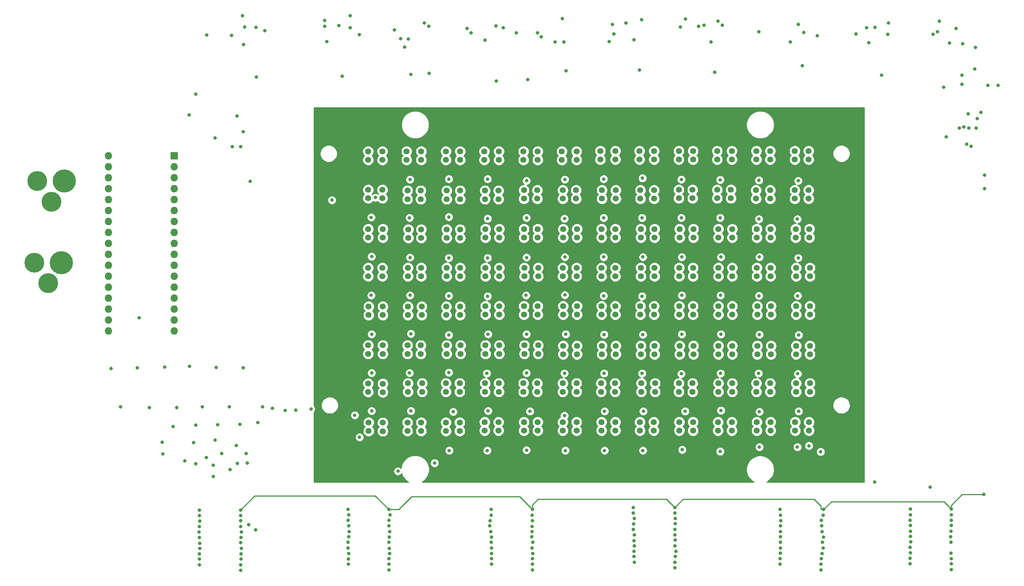
<source format=gbr>
%TF.GenerationSoftware,KiCad,Pcbnew,(5.1.6)-1*%
%TF.CreationDate,2021-11-11T13:14:54-05:00*%
%TF.ProjectId,ThermoPlate2_v1,54686572-6d6f-4506-9c61-7465325f7631,rev?*%
%TF.SameCoordinates,Original*%
%TF.FileFunction,Copper,L4,Bot*%
%TF.FilePolarity,Positive*%
%FSLAX46Y46*%
G04 Gerber Fmt 4.6, Leading zero omitted, Abs format (unit mm)*
G04 Created by KiCad (PCBNEW (5.1.6)-1) date 2021-11-11 13:14:54*
%MOMM*%
%LPD*%
G01*
G04 APERTURE LIST*
%TA.AperFunction,ComponentPad*%
%ADD10C,5.360000*%
%TD*%
%TA.AperFunction,ComponentPad*%
%ADD11C,4.600000*%
%TD*%
%TA.AperFunction,ComponentPad*%
%ADD12C,1.400000*%
%TD*%
%TA.AperFunction,ComponentPad*%
%ADD13O,1.727200X1.727200*%
%TD*%
%TA.AperFunction,ComponentPad*%
%ADD14R,1.727200X1.727200*%
%TD*%
%TA.AperFunction,ViaPad*%
%ADD15C,0.800000*%
%TD*%
%TA.AperFunction,Conductor*%
%ADD16C,0.250000*%
%TD*%
%TA.AperFunction,NonConductor*%
%ADD17C,0.254000*%
%TD*%
G04 APERTURE END LIST*
D10*
%TO.P,J1,3*%
%TO.N,+7.5V*%
X38850000Y-71300000D03*
D11*
%TO.P,J1,2*%
%TO.N,GND*%
X32600000Y-71300000D03*
%TO.P,J1,1*%
%TO.N,Net-(J1-Pad1)*%
X35850000Y-76100000D03*
%TD*%
%TO.P,J2,1*%
%TO.N,Net-(J2-Pad1)*%
X35150000Y-95000000D03*
%TO.P,J2,2*%
%TO.N,GND*%
X31900000Y-90200000D03*
D10*
%TO.P,J2,3*%
%TO.N,+15V*%
X38150000Y-90200000D03*
%TD*%
D12*
%TO.P,RT1,1*%
%TO.N,+15V*%
X112605000Y-64393500D03*
%TO.P,RT1,2*%
%TO.N,Net-(IC3-Pad9)*%
X112605000Y-66362000D03*
%TD*%
%TO.P,RT2,1*%
%TO.N,+15V*%
X109305000Y-64393500D03*
%TO.P,RT2,2*%
%TO.N,Net-(R11-Pad1)*%
X109305000Y-66362000D03*
%TD*%
%TO.P,RT3,2*%
%TO.N,Net-(IC3-Pad8)*%
X112605000Y-75262000D03*
%TO.P,RT3,1*%
%TO.N,+15V*%
X112605000Y-73293500D03*
%TD*%
%TO.P,RT4,1*%
%TO.N,+15V*%
X109305000Y-73293500D03*
%TO.P,RT4,2*%
%TO.N,Net-(R12-Pad1)*%
X109305000Y-75262000D03*
%TD*%
%TO.P,RT5,2*%
%TO.N,Net-(IC3-Pad7)*%
X112705000Y-84362000D03*
%TO.P,RT5,1*%
%TO.N,+15V*%
X112705000Y-82393500D03*
%TD*%
%TO.P,RT6,1*%
%TO.N,+15V*%
X109305000Y-82393500D03*
%TO.P,RT6,2*%
%TO.N,Net-(R13-Pad1)*%
X109305000Y-84362000D03*
%TD*%
%TO.P,RT7,2*%
%TO.N,Net-(IC3-Pad6)*%
X112605000Y-93362000D03*
%TO.P,RT7,1*%
%TO.N,+15V*%
X112605000Y-91393500D03*
%TD*%
%TO.P,RT8,1*%
%TO.N,+15V*%
X109305000Y-91393500D03*
%TO.P,RT8,2*%
%TO.N,Net-(R14-Pad1)*%
X109305000Y-93362000D03*
%TD*%
%TO.P,RT9,2*%
%TO.N,Net-(IC3-Pad5)*%
X112705000Y-102362000D03*
%TO.P,RT9,1*%
%TO.N,+15V*%
X112705000Y-100393500D03*
%TD*%
%TO.P,RT10,2*%
%TO.N,Net-(R15-Pad1)*%
X109405000Y-102362000D03*
%TO.P,RT10,1*%
%TO.N,+15V*%
X109405000Y-100393500D03*
%TD*%
%TO.P,RT11,2*%
%TO.N,Net-(IC3-Pad4)*%
X112700000Y-111362000D03*
%TO.P,RT11,1*%
%TO.N,+15V*%
X112700000Y-109393500D03*
%TD*%
%TO.P,RT12,1*%
%TO.N,+15V*%
X109305000Y-109393500D03*
%TO.P,RT12,2*%
%TO.N,Net-(R16-Pad1)*%
X109305000Y-111362000D03*
%TD*%
%TO.P,RT13,1*%
%TO.N,+15V*%
X112705000Y-118293500D03*
%TO.P,RT13,2*%
%TO.N,Net-(IC3-Pad3)*%
X112705000Y-120262000D03*
%TD*%
%TO.P,RT14,2*%
%TO.N,Net-(R17-Pad1)*%
X109305000Y-120200000D03*
%TO.P,RT14,1*%
%TO.N,+15V*%
X109305000Y-118231500D03*
%TD*%
%TO.P,RT15,1*%
%TO.N,+15V*%
X112700000Y-127331500D03*
%TO.P,RT15,2*%
%TO.N,Net-(IC3-Pad2)*%
X112700000Y-129300000D03*
%TD*%
%TO.P,RT16,2*%
%TO.N,Net-(R18-Pad1)*%
X109405000Y-129262000D03*
%TO.P,RT16,1*%
%TO.N,+15V*%
X109405000Y-127293500D03*
%TD*%
%TO.P,RT17,2*%
%TO.N,Net-(IC3-Pad23)*%
X121605000Y-66362000D03*
%TO.P,RT17,1*%
%TO.N,+15V*%
X121605000Y-64393500D03*
%TD*%
%TO.P,RT18,2*%
%TO.N,Net-(R20-Pad1)*%
X118205000Y-66362000D03*
%TO.P,RT18,1*%
%TO.N,+15V*%
X118205000Y-64393500D03*
%TD*%
%TO.P,RT19,1*%
%TO.N,+15V*%
X121505000Y-73493500D03*
%TO.P,RT19,2*%
%TO.N,Net-(IC3-Pad22)*%
X121505000Y-75462000D03*
%TD*%
%TO.P,RT20,2*%
%TO.N,Net-(R21-Pad1)*%
X118405000Y-75462000D03*
%TO.P,RT20,1*%
%TO.N,+15V*%
X118405000Y-73493500D03*
%TD*%
%TO.P,RT21,2*%
%TO.N,Net-(IC3-Pad21)*%
X121605000Y-84462000D03*
%TO.P,RT21,1*%
%TO.N,+15V*%
X121605000Y-82493500D03*
%TD*%
%TO.P,RT22,1*%
%TO.N,+15V*%
X118605000Y-82493500D03*
%TO.P,RT22,2*%
%TO.N,Net-(R22-Pad1)*%
X118605000Y-84462000D03*
%TD*%
%TO.P,RT23,2*%
%TO.N,Net-(IC3-Pad20)*%
X121605000Y-93362000D03*
%TO.P,RT23,1*%
%TO.N,+15V*%
X121605000Y-91393500D03*
%TD*%
%TO.P,RT24,1*%
%TO.N,+15V*%
X118505000Y-91393500D03*
%TO.P,RT24,2*%
%TO.N,Net-(R23-Pad1)*%
X118505000Y-93362000D03*
%TD*%
%TO.P,RT25,2*%
%TO.N,Net-(IC3-Pad19)*%
X121705000Y-102362000D03*
%TO.P,RT25,1*%
%TO.N,+15V*%
X121705000Y-100393500D03*
%TD*%
%TO.P,RT26,1*%
%TO.N,+15V*%
X118505000Y-100393500D03*
%TO.P,RT26,2*%
%TO.N,Net-(R24-Pad1)*%
X118505000Y-102362000D03*
%TD*%
%TO.P,RT27,1*%
%TO.N,+15V*%
X121505000Y-109393500D03*
%TO.P,RT27,2*%
%TO.N,Net-(IC3-Pad18)*%
X121505000Y-111362000D03*
%TD*%
%TO.P,RT28,2*%
%TO.N,Net-(R25-Pad1)*%
X118405000Y-111362000D03*
%TO.P,RT28,1*%
%TO.N,+15V*%
X118405000Y-109393500D03*
%TD*%
%TO.P,RT29,1*%
%TO.N,+15V*%
X121805000Y-118193500D03*
%TO.P,RT29,2*%
%TO.N,Net-(IC3-Pad17)*%
X121805000Y-120162000D03*
%TD*%
%TO.P,RT30,1*%
%TO.N,+15V*%
X118505000Y-118193500D03*
%TO.P,RT30,2*%
%TO.N,Net-(R26-Pad1)*%
X118505000Y-120162000D03*
%TD*%
%TO.P,RT31,2*%
%TO.N,Net-(IC3-Pad16)*%
X121605000Y-129262000D03*
%TO.P,RT31,1*%
%TO.N,+15V*%
X121605000Y-127293500D03*
%TD*%
%TO.P,RT32,1*%
%TO.N,+15V*%
X118405000Y-127293500D03*
%TO.P,RT32,2*%
%TO.N,Net-(R27-Pad1)*%
X118405000Y-129262000D03*
%TD*%
%TO.P,RT33,2*%
%TO.N,Net-(IC6-Pad9)*%
X130605000Y-66362000D03*
%TO.P,RT33,1*%
%TO.N,+15V*%
X130605000Y-64393500D03*
%TD*%
%TO.P,RT34,1*%
%TO.N,+15V*%
X127305000Y-64393500D03*
%TO.P,RT34,2*%
%TO.N,Net-(R28-Pad1)*%
X127305000Y-66362000D03*
%TD*%
%TO.P,RT35,2*%
%TO.N,Net-(IC6-Pad8)*%
X130605000Y-75462000D03*
%TO.P,RT35,1*%
%TO.N,+15V*%
X130605000Y-73493500D03*
%TD*%
%TO.P,RT36,2*%
%TO.N,Net-(R29-Pad1)*%
X127505000Y-75462000D03*
%TO.P,RT36,1*%
%TO.N,+15V*%
X127505000Y-73493500D03*
%TD*%
%TO.P,RT37,1*%
%TO.N,+15V*%
X130605000Y-82493500D03*
%TO.P,RT37,2*%
%TO.N,Net-(IC6-Pad7)*%
X130605000Y-84462000D03*
%TD*%
%TO.P,RT38,2*%
%TO.N,Net-(R30-Pad1)*%
X127505000Y-84462000D03*
%TO.P,RT38,1*%
%TO.N,+15V*%
X127505000Y-82493500D03*
%TD*%
%TO.P,RT39,2*%
%TO.N,Net-(IC6-Pad6)*%
X130605000Y-93362000D03*
%TO.P,RT39,1*%
%TO.N,+15V*%
X130605000Y-91393500D03*
%TD*%
%TO.P,RT40,1*%
%TO.N,+15V*%
X127505000Y-91393500D03*
%TO.P,RT40,2*%
%TO.N,Net-(R31-Pad1)*%
X127505000Y-93362000D03*
%TD*%
%TO.P,RT41,1*%
%TO.N,+15V*%
X130605000Y-100393500D03*
%TO.P,RT41,2*%
%TO.N,Net-(IC6-Pad5)*%
X130605000Y-102362000D03*
%TD*%
%TO.P,RT42,2*%
%TO.N,Net-(R32-Pad1)*%
X127405000Y-102362000D03*
%TO.P,RT42,1*%
%TO.N,+15V*%
X127405000Y-100393500D03*
%TD*%
%TO.P,RT43,2*%
%TO.N,Net-(IC6-Pad4)*%
X130705000Y-111362000D03*
%TO.P,RT43,1*%
%TO.N,+15V*%
X130705000Y-109393500D03*
%TD*%
%TO.P,RT44,2*%
%TO.N,Net-(R33-Pad1)*%
X127505000Y-111362000D03*
%TO.P,RT44,1*%
%TO.N,+15V*%
X127505000Y-109393500D03*
%TD*%
%TO.P,RT45,1*%
%TO.N,+15V*%
X130505000Y-118193500D03*
%TO.P,RT45,2*%
%TO.N,Net-(IC6-Pad3)*%
X130505000Y-120162000D03*
%TD*%
%TO.P,RT46,1*%
%TO.N,+15V*%
X127305000Y-118193500D03*
%TO.P,RT46,2*%
%TO.N,Net-(R34-Pad1)*%
X127305000Y-120162000D03*
%TD*%
%TO.P,RT47,2*%
%TO.N,Net-(IC6-Pad2)*%
X130505000Y-129262000D03*
%TO.P,RT47,1*%
%TO.N,+15V*%
X130505000Y-127293500D03*
%TD*%
%TO.P,RT48,2*%
%TO.N,Net-(R35-Pad1)*%
X127305000Y-129262000D03*
%TO.P,RT48,1*%
%TO.N,+15V*%
X127305000Y-127293500D03*
%TD*%
%TO.P,RT49,1*%
%TO.N,+15V*%
X139605000Y-64393500D03*
%TO.P,RT49,2*%
%TO.N,Net-(IC6-Pad23)*%
X139605000Y-66362000D03*
%TD*%
%TO.P,RT50,1*%
%TO.N,+15V*%
X136205000Y-64393500D03*
%TO.P,RT50,2*%
%TO.N,Net-(R36-Pad1)*%
X136205000Y-66362000D03*
%TD*%
%TO.P,RT51,2*%
%TO.N,Net-(IC6-Pad22)*%
X139505000Y-75462000D03*
%TO.P,RT51,1*%
%TO.N,+15V*%
X139505000Y-73493500D03*
%TD*%
%TO.P,RT52,1*%
%TO.N,+15V*%
X136405000Y-73493500D03*
%TO.P,RT52,2*%
%TO.N,Net-(R37-Pad1)*%
X136405000Y-75462000D03*
%TD*%
%TO.P,RT53,2*%
%TO.N,Net-(IC6-Pad21)*%
X139705000Y-84362000D03*
%TO.P,RT53,1*%
%TO.N,+15V*%
X139705000Y-82393500D03*
%TD*%
%TO.P,RT54,1*%
%TO.N,+15V*%
X136505000Y-82393500D03*
%TO.P,RT54,2*%
%TO.N,Net-(R38-Pad1)*%
X136505000Y-84362000D03*
%TD*%
%TO.P,RT55,2*%
%TO.N,Net-(IC6-Pad20)*%
X139705000Y-93362000D03*
%TO.P,RT55,1*%
%TO.N,+15V*%
X139705000Y-91393500D03*
%TD*%
%TO.P,RT56,1*%
%TO.N,+15V*%
X136505000Y-91393500D03*
%TO.P,RT56,2*%
%TO.N,Net-(R39-Pad1)*%
X136505000Y-93362000D03*
%TD*%
%TO.P,RT57,1*%
%TO.N,+15V*%
X139705000Y-100293500D03*
%TO.P,RT57,2*%
%TO.N,Net-(IC6-Pad19)*%
X139705000Y-102262000D03*
%TD*%
%TO.P,RT58,2*%
%TO.N,Net-(R40-Pad1)*%
X136505000Y-102262000D03*
%TO.P,RT58,1*%
%TO.N,+15V*%
X136505000Y-100293500D03*
%TD*%
%TO.P,RT59,1*%
%TO.N,+15V*%
X139705000Y-109393500D03*
%TO.P,RT59,2*%
%TO.N,Net-(IC6-Pad18)*%
X139705000Y-111362000D03*
%TD*%
%TO.P,RT60,1*%
%TO.N,+15V*%
X136505000Y-109393500D03*
%TO.P,RT60,2*%
%TO.N,Net-(R41-Pad1)*%
X136505000Y-111362000D03*
%TD*%
%TO.P,RT61,2*%
%TO.N,Net-(IC6-Pad17)*%
X139605000Y-120162000D03*
%TO.P,RT61,1*%
%TO.N,+15V*%
X139605000Y-118193500D03*
%TD*%
%TO.P,RT62,1*%
%TO.N,+15V*%
X136405000Y-118193500D03*
%TO.P,RT62,2*%
%TO.N,Net-(R42-Pad1)*%
X136405000Y-120162000D03*
%TD*%
%TO.P,RT63,2*%
%TO.N,Net-(IC6-Pad16)*%
X139505000Y-129162000D03*
%TO.P,RT63,1*%
%TO.N,+15V*%
X139505000Y-127193500D03*
%TD*%
%TO.P,RT64,2*%
%TO.N,Net-(R43-Pad1)*%
X136305000Y-129162000D03*
%TO.P,RT64,1*%
%TO.N,+15V*%
X136305000Y-127193500D03*
%TD*%
%TO.P,RT65,2*%
%TO.N,Net-(IC9-Pad9)*%
X148605000Y-66362000D03*
%TO.P,RT65,1*%
%TO.N,+15V*%
X148605000Y-64393500D03*
%TD*%
%TO.P,RT66,1*%
%TO.N,+15V*%
X145305000Y-64393500D03*
%TO.P,RT66,2*%
%TO.N,Net-(R44-Pad1)*%
X145305000Y-66362000D03*
%TD*%
%TO.P,RT67,2*%
%TO.N,Net-(IC9-Pad8)*%
X148505000Y-75362000D03*
%TO.P,RT67,1*%
%TO.N,+15V*%
X148505000Y-73393500D03*
%TD*%
%TO.P,RT68,1*%
%TO.N,+15V*%
X145405000Y-73393500D03*
%TO.P,RT68,2*%
%TO.N,Net-(R45-Pad1)*%
X145405000Y-75362000D03*
%TD*%
%TO.P,RT69,2*%
%TO.N,Net-(IC9-Pad7)*%
X148605000Y-84362000D03*
%TO.P,RT69,1*%
%TO.N,+15V*%
X148605000Y-82393500D03*
%TD*%
%TO.P,RT70,1*%
%TO.N,+15V*%
X145405000Y-82393500D03*
%TO.P,RT70,2*%
%TO.N,Net-(R46-Pad1)*%
X145405000Y-84362000D03*
%TD*%
%TO.P,RT71,2*%
%TO.N,Net-(IC9-Pad6)*%
X148705000Y-93362000D03*
%TO.P,RT71,1*%
%TO.N,+15V*%
X148705000Y-91393500D03*
%TD*%
%TO.P,RT72,1*%
%TO.N,+15V*%
X145505000Y-91393500D03*
%TO.P,RT72,2*%
%TO.N,Net-(R47-Pad1)*%
X145505000Y-93362000D03*
%TD*%
%TO.P,RT73,1*%
%TO.N,+15V*%
X148605000Y-100293500D03*
%TO.P,RT73,2*%
%TO.N,Net-(IC9-Pad5)*%
X148605000Y-102262000D03*
%TD*%
%TO.P,RT74,1*%
%TO.N,+15V*%
X145405000Y-100293500D03*
%TO.P,RT74,2*%
%TO.N,Net-(R48-Pad1)*%
X145405000Y-102262000D03*
%TD*%
%TO.P,RT75,2*%
%TO.N,Net-(IC9-Pad4)*%
X148705000Y-111362000D03*
%TO.P,RT75,1*%
%TO.N,+15V*%
X148705000Y-109393500D03*
%TD*%
%TO.P,RT76,1*%
%TO.N,+15V*%
X145505000Y-109393500D03*
%TO.P,RT76,2*%
%TO.N,Net-(R49-Pad1)*%
X145505000Y-111362000D03*
%TD*%
%TO.P,RT77,2*%
%TO.N,Net-(IC9-Pad3)*%
X148505000Y-120162000D03*
%TO.P,RT77,1*%
%TO.N,+15V*%
X148505000Y-118193500D03*
%TD*%
%TO.P,RT78,1*%
%TO.N,+15V*%
X145305000Y-118193500D03*
%TO.P,RT78,2*%
%TO.N,Net-(R50-Pad1)*%
X145305000Y-120162000D03*
%TD*%
%TO.P,RT79,2*%
%TO.N,Net-(IC9-Pad2)*%
X148605000Y-129162000D03*
%TO.P,RT79,1*%
%TO.N,+15V*%
X148605000Y-127193500D03*
%TD*%
%TO.P,RT80,2*%
%TO.N,Net-(R51-Pad1)*%
X145405000Y-129162000D03*
%TO.P,RT80,1*%
%TO.N,+15V*%
X145405000Y-127193500D03*
%TD*%
%TO.P,RT81,2*%
%TO.N,Net-(IC9-Pad23)*%
X157605000Y-66362000D03*
%TO.P,RT81,1*%
%TO.N,+15V*%
X157605000Y-64393500D03*
%TD*%
%TO.P,RT82,2*%
%TO.N,Net-(R52-Pad1)*%
X154205000Y-66362000D03*
%TO.P,RT82,1*%
%TO.N,+15V*%
X154205000Y-64393500D03*
%TD*%
%TO.P,RT83,1*%
%TO.N,+15V*%
X157505000Y-73393500D03*
%TO.P,RT83,2*%
%TO.N,Net-(IC9-Pad22)*%
X157505000Y-75362000D03*
%TD*%
%TO.P,RT84,1*%
%TO.N,+15V*%
X154405000Y-73393500D03*
%TO.P,RT84,2*%
%TO.N,Net-(R53-Pad1)*%
X154405000Y-75362000D03*
%TD*%
%TO.P,RT85,1*%
%TO.N,+15V*%
X157705000Y-82393500D03*
%TO.P,RT85,2*%
%TO.N,Net-(IC9-Pad21)*%
X157705000Y-84362000D03*
%TD*%
%TO.P,RT86,2*%
%TO.N,Net-(R54-Pad1)*%
X154505000Y-84362000D03*
%TO.P,RT86,1*%
%TO.N,+15V*%
X154505000Y-82393500D03*
%TD*%
%TO.P,RT87,1*%
%TO.N,+15V*%
X157605000Y-91393500D03*
%TO.P,RT87,2*%
%TO.N,Net-(IC9-Pad20)*%
X157605000Y-93362000D03*
%TD*%
%TO.P,RT88,2*%
%TO.N,Net-(R55-Pad1)*%
X154405000Y-93362000D03*
%TO.P,RT88,1*%
%TO.N,+15V*%
X154405000Y-91393500D03*
%TD*%
%TO.P,RT89,1*%
%TO.N,+15V*%
X157705000Y-100293500D03*
%TO.P,RT89,2*%
%TO.N,Net-(IC9-Pad19)*%
X157705000Y-102262000D03*
%TD*%
%TO.P,RT90,1*%
%TO.N,+15V*%
X154505000Y-100293500D03*
%TO.P,RT90,2*%
%TO.N,Net-(R56-Pad1)*%
X154505000Y-102262000D03*
%TD*%
%TO.P,RT91,2*%
%TO.N,Net-(IC9-Pad18)*%
X157705000Y-111462000D03*
%TO.P,RT91,1*%
%TO.N,+15V*%
X157705000Y-109493500D03*
%TD*%
%TO.P,RT92,2*%
%TO.N,Net-(R57-Pad1)*%
X154505000Y-111462000D03*
%TO.P,RT92,1*%
%TO.N,+15V*%
X154505000Y-109493500D03*
%TD*%
%TO.P,RT93,1*%
%TO.N,+15V*%
X157605000Y-118193500D03*
%TO.P,RT93,2*%
%TO.N,Net-(IC9-Pad17)*%
X157605000Y-120162000D03*
%TD*%
%TO.P,RT94,2*%
%TO.N,Net-(R58-Pad1)*%
X154405000Y-120162000D03*
%TO.P,RT94,1*%
%TO.N,+15V*%
X154405000Y-118193500D03*
%TD*%
%TO.P,RT95,2*%
%TO.N,Net-(IC9-Pad16)*%
X157605000Y-129162000D03*
%TO.P,RT95,1*%
%TO.N,+15V*%
X157605000Y-127193500D03*
%TD*%
%TO.P,RT96,1*%
%TO.N,+15V*%
X154405000Y-127193500D03*
%TO.P,RT96,2*%
%TO.N,Net-(R59-Pad1)*%
X154405000Y-129162000D03*
%TD*%
%TO.P,RT97,1*%
%TO.N,+15V*%
X166605000Y-64293500D03*
%TO.P,RT97,2*%
%TO.N,Net-(IC12-Pad9)*%
X166605000Y-66262000D03*
%TD*%
%TO.P,RT98,2*%
%TO.N,Net-(R60-Pad1)*%
X163105000Y-66262000D03*
%TO.P,RT98,1*%
%TO.N,+15V*%
X163105000Y-64293500D03*
%TD*%
%TO.P,RT99,1*%
%TO.N,+15V*%
X166705000Y-73393500D03*
%TO.P,RT99,2*%
%TO.N,Net-(IC12-Pad8)*%
X166705000Y-75362000D03*
%TD*%
%TO.P,RT100,2*%
%TO.N,Net-(R61-Pad1)*%
X163505000Y-75362000D03*
%TO.P,RT100,1*%
%TO.N,+15V*%
X163505000Y-73393500D03*
%TD*%
%TO.P,RT101,1*%
%TO.N,+15V*%
X166605000Y-82393500D03*
%TO.P,RT101,2*%
%TO.N,Net-(IC12-Pad7)*%
X166605000Y-84362000D03*
%TD*%
%TO.P,RT102,1*%
%TO.N,+15V*%
X163405000Y-82393500D03*
%TO.P,RT102,2*%
%TO.N,Net-(R62-Pad1)*%
X163405000Y-84362000D03*
%TD*%
%TO.P,RT103,2*%
%TO.N,Net-(IC12-Pad6)*%
X166605000Y-93362000D03*
%TO.P,RT103,1*%
%TO.N,+15V*%
X166605000Y-91393500D03*
%TD*%
%TO.P,RT104,1*%
%TO.N,+15V*%
X163405000Y-91393500D03*
%TO.P,RT104,2*%
%TO.N,Net-(R63-Pad1)*%
X163405000Y-93362000D03*
%TD*%
%TO.P,RT105,2*%
%TO.N,Net-(IC12-Pad5)*%
X166605000Y-102262000D03*
%TO.P,RT105,1*%
%TO.N,+15V*%
X166605000Y-100293500D03*
%TD*%
%TO.P,RT106,1*%
%TO.N,+15V*%
X163405000Y-100293500D03*
%TO.P,RT106,2*%
%TO.N,Net-(R64-Pad1)*%
X163405000Y-102262000D03*
%TD*%
%TO.P,RT107,1*%
%TO.N,+15V*%
X166705000Y-109493500D03*
%TO.P,RT107,2*%
%TO.N,Net-(IC12-Pad4)*%
X166705000Y-111462000D03*
%TD*%
%TO.P,RT108,1*%
%TO.N,+15V*%
X163505000Y-109493500D03*
%TO.P,RT108,2*%
%TO.N,Net-(R65-Pad1)*%
X163505000Y-111462000D03*
%TD*%
%TO.P,RT109,2*%
%TO.N,Net-(IC12-Pad3)*%
X166505000Y-120162000D03*
%TO.P,RT109,1*%
%TO.N,+15V*%
X166505000Y-118193500D03*
%TD*%
%TO.P,RT110,2*%
%TO.N,Net-(R66-Pad1)*%
X163305000Y-120162000D03*
%TO.P,RT110,1*%
%TO.N,+15V*%
X163305000Y-118193500D03*
%TD*%
%TO.P,RT111,1*%
%TO.N,+15V*%
X166605000Y-127193500D03*
%TO.P,RT111,2*%
%TO.N,Net-(IC12-Pad2)*%
X166605000Y-129162000D03*
%TD*%
%TO.P,RT112,1*%
%TO.N,+15V*%
X163405000Y-127193500D03*
%TO.P,RT112,2*%
%TO.N,Net-(R67-Pad1)*%
X163405000Y-129162000D03*
%TD*%
%TO.P,RT113,1*%
%TO.N,+15V*%
X175605000Y-64293500D03*
%TO.P,RT113,2*%
%TO.N,Net-(IC12-Pad23)*%
X175605000Y-66262000D03*
%TD*%
%TO.P,RT114,2*%
%TO.N,Net-(R68-Pad1)*%
X172205000Y-66262000D03*
%TO.P,RT114,1*%
%TO.N,+15V*%
X172205000Y-64293500D03*
%TD*%
%TO.P,RT115,1*%
%TO.N,+15V*%
X175605000Y-73393500D03*
%TO.P,RT115,2*%
%TO.N,Net-(IC12-Pad22)*%
X175605000Y-75362000D03*
%TD*%
%TO.P,RT116,2*%
%TO.N,Net-(R69-Pad1)*%
X172405000Y-75362000D03*
%TO.P,RT116,1*%
%TO.N,+15V*%
X172405000Y-73393500D03*
%TD*%
%TO.P,RT117,1*%
%TO.N,+15V*%
X175705000Y-82393500D03*
%TO.P,RT117,2*%
%TO.N,Net-(IC12-Pad21)*%
X175705000Y-84362000D03*
%TD*%
%TO.P,RT118,2*%
%TO.N,Net-(R70-Pad1)*%
X172505000Y-84362000D03*
%TO.P,RT118,1*%
%TO.N,+15V*%
X172505000Y-82393500D03*
%TD*%
%TO.P,RT119,1*%
%TO.N,+15V*%
X175705000Y-91393500D03*
%TO.P,RT119,2*%
%TO.N,Net-(IC12-Pad20)*%
X175705000Y-93362000D03*
%TD*%
%TO.P,RT120,2*%
%TO.N,Net-(R71-Pad1)*%
X172505000Y-93362000D03*
%TO.P,RT120,1*%
%TO.N,+15V*%
X172505000Y-91393500D03*
%TD*%
%TO.P,RT121,2*%
%TO.N,Net-(IC12-Pad19)*%
X175605000Y-102262000D03*
%TO.P,RT121,1*%
%TO.N,+15V*%
X175605000Y-100293500D03*
%TD*%
%TO.P,RT122,1*%
%TO.N,+15V*%
X172405000Y-100293500D03*
%TO.P,RT122,2*%
%TO.N,Net-(R72-Pad1)*%
X172405000Y-102262000D03*
%TD*%
%TO.P,RT123,1*%
%TO.N,+15V*%
X175705000Y-109493500D03*
%TO.P,RT123,2*%
%TO.N,Net-(IC12-Pad18)*%
X175705000Y-111462000D03*
%TD*%
%TO.P,RT124,1*%
%TO.N,+15V*%
X172505000Y-109493500D03*
%TO.P,RT124,2*%
%TO.N,Net-(R73-Pad1)*%
X172505000Y-111462000D03*
%TD*%
%TO.P,RT125,2*%
%TO.N,Net-(IC12-Pad17)*%
X175805000Y-120162000D03*
%TO.P,RT125,1*%
%TO.N,+15V*%
X175805000Y-118193500D03*
%TD*%
%TO.P,RT126,1*%
%TO.N,+15V*%
X172605000Y-118193500D03*
%TO.P,RT126,2*%
%TO.N,Net-(R74-Pad1)*%
X172605000Y-120162000D03*
%TD*%
%TO.P,RT127,2*%
%TO.N,Net-(IC12-Pad16)*%
X175505000Y-129162000D03*
%TO.P,RT127,1*%
%TO.N,+15V*%
X175505000Y-127193500D03*
%TD*%
%TO.P,RT128,2*%
%TO.N,Net-(R75-Pad1)*%
X172305000Y-129162000D03*
%TO.P,RT128,1*%
%TO.N,+15V*%
X172305000Y-127193500D03*
%TD*%
%TO.P,RT129,1*%
%TO.N,+15V*%
X184605000Y-64293500D03*
%TO.P,RT129,2*%
%TO.N,Net-(IC15-Pad9)*%
X184605000Y-66262000D03*
%TD*%
%TO.P,RT130,1*%
%TO.N,+15V*%
X181305000Y-64293500D03*
%TO.P,RT130,2*%
%TO.N,Net-(R76-Pad1)*%
X181305000Y-66262000D03*
%TD*%
%TO.P,RT131,2*%
%TO.N,Net-(IC15-Pad8)*%
X184505000Y-75262000D03*
%TO.P,RT131,1*%
%TO.N,+15V*%
X184505000Y-73293500D03*
%TD*%
%TO.P,RT132,2*%
%TO.N,Net-(R77-Pad1)*%
X181305000Y-75262000D03*
%TO.P,RT132,1*%
%TO.N,+15V*%
X181305000Y-73293500D03*
%TD*%
%TO.P,RT133,1*%
%TO.N,+15V*%
X184705000Y-82393500D03*
%TO.P,RT133,2*%
%TO.N,Net-(IC15-Pad7)*%
X184705000Y-84362000D03*
%TD*%
%TO.P,RT134,2*%
%TO.N,Net-(R78-Pad1)*%
X181505000Y-84362000D03*
%TO.P,RT134,1*%
%TO.N,+15V*%
X181505000Y-82393500D03*
%TD*%
%TO.P,RT135,1*%
%TO.N,+15V*%
X184605000Y-91393500D03*
%TO.P,RT135,2*%
%TO.N,Net-(IC15-Pad6)*%
X184605000Y-93362000D03*
%TD*%
%TO.P,RT136,2*%
%TO.N,Net-(R79-Pad1)*%
X181405000Y-93368500D03*
%TO.P,RT136,1*%
%TO.N,+15V*%
X181405000Y-91400000D03*
%TD*%
%TO.P,RT137,2*%
%TO.N,Net-(IC15-Pad5)*%
X184605000Y-102262000D03*
%TO.P,RT137,1*%
%TO.N,+15V*%
X184605000Y-100293500D03*
%TD*%
%TO.P,RT138,2*%
%TO.N,Net-(R80-Pad1)*%
X181405000Y-102262000D03*
%TO.P,RT138,1*%
%TO.N,+15V*%
X181405000Y-100293500D03*
%TD*%
%TO.P,RT139,1*%
%TO.N,+15V*%
X184705000Y-109493500D03*
%TO.P,RT139,2*%
%TO.N,Net-(IC15-Pad4)*%
X184705000Y-111462000D03*
%TD*%
%TO.P,RT140,2*%
%TO.N,Net-(R81-Pad1)*%
X181505000Y-111462000D03*
%TO.P,RT140,1*%
%TO.N,+15V*%
X181505000Y-109493500D03*
%TD*%
%TO.P,RT141,1*%
%TO.N,+15V*%
X184505000Y-118193500D03*
%TO.P,RT141,2*%
%TO.N,Net-(IC15-Pad3)*%
X184505000Y-120162000D03*
%TD*%
%TO.P,RT142,1*%
%TO.N,+15V*%
X181305000Y-118193500D03*
%TO.P,RT142,2*%
%TO.N,Net-(R82-Pad1)*%
X181305000Y-120162000D03*
%TD*%
%TO.P,RT143,2*%
%TO.N,Net-(IC15-Pad2)*%
X184605000Y-129162000D03*
%TO.P,RT143,1*%
%TO.N,+15V*%
X184605000Y-127193500D03*
%TD*%
%TO.P,RT144,2*%
%TO.N,Net-(R83-Pad1)*%
X181405000Y-129162000D03*
%TO.P,RT144,1*%
%TO.N,+15V*%
X181405000Y-127193500D03*
%TD*%
%TO.P,RT145,1*%
%TO.N,+15V*%
X193605000Y-64293500D03*
%TO.P,RT145,2*%
%TO.N,Net-(IC15-Pad23)*%
X193605000Y-66262000D03*
%TD*%
%TO.P,RT146,1*%
%TO.N,+15V*%
X190205000Y-64293500D03*
%TO.P,RT146,2*%
%TO.N,Net-(R84-Pad1)*%
X190205000Y-66262000D03*
%TD*%
%TO.P,RT147,1*%
%TO.N,+15V*%
X193405000Y-73293500D03*
%TO.P,RT147,2*%
%TO.N,Net-(IC15-Pad22)*%
X193405000Y-75262000D03*
%TD*%
%TO.P,RT148,2*%
%TO.N,Net-(R85-Pad1)*%
X190205000Y-75262000D03*
%TO.P,RT148,1*%
%TO.N,+15V*%
X190205000Y-73293500D03*
%TD*%
%TO.P,RT149,2*%
%TO.N,Net-(IC15-Pad21)*%
X193705000Y-84362000D03*
%TO.P,RT149,1*%
%TO.N,+15V*%
X193705000Y-82393500D03*
%TD*%
%TO.P,RT150,1*%
%TO.N,+15V*%
X190505000Y-82393500D03*
%TO.P,RT150,2*%
%TO.N,Net-(R86-Pad1)*%
X190505000Y-84362000D03*
%TD*%
%TO.P,RT151,2*%
%TO.N,Net-(IC15-Pad20)*%
X193705000Y-93362000D03*
%TO.P,RT151,1*%
%TO.N,+15V*%
X193705000Y-91393500D03*
%TD*%
%TO.P,RT152,1*%
%TO.N,+15V*%
X190505000Y-91393500D03*
%TO.P,RT152,2*%
%TO.N,Net-(R87-Pad1)*%
X190505000Y-93362000D03*
%TD*%
%TO.P,RT153,1*%
%TO.N,+15V*%
X193705000Y-100293500D03*
%TO.P,RT153,2*%
%TO.N,Net-(IC15-Pad19)*%
X193705000Y-102262000D03*
%TD*%
%TO.P,RT154,2*%
%TO.N,Net-(R88-Pad1)*%
X190505000Y-102262000D03*
%TO.P,RT154,1*%
%TO.N,+15V*%
X190505000Y-100293500D03*
%TD*%
%TO.P,RT155,1*%
%TO.N,+15V*%
X193705000Y-109493500D03*
%TO.P,RT155,2*%
%TO.N,Net-(IC15-Pad18)*%
X193705000Y-111462000D03*
%TD*%
%TO.P,RT156,1*%
%TO.N,+15V*%
X190505000Y-109493500D03*
%TO.P,RT156,2*%
%TO.N,Net-(R89-Pad1)*%
X190505000Y-111462000D03*
%TD*%
%TO.P,RT157,2*%
%TO.N,Net-(IC15-Pad17)*%
X193705000Y-120162000D03*
%TO.P,RT157,1*%
%TO.N,+15V*%
X193705000Y-118193500D03*
%TD*%
%TO.P,RT158,1*%
%TO.N,+15V*%
X190505000Y-118193500D03*
%TO.P,RT158,2*%
%TO.N,Net-(R90-Pad1)*%
X190505000Y-120162000D03*
%TD*%
%TO.P,RT159,2*%
%TO.N,Net-(IC15-Pad16)*%
X193605000Y-129162000D03*
%TO.P,RT159,1*%
%TO.N,+15V*%
X193605000Y-127193500D03*
%TD*%
%TO.P,RT160,2*%
%TO.N,Net-(R91-Pad1)*%
X190405000Y-129162000D03*
%TO.P,RT160,1*%
%TO.N,+15V*%
X190405000Y-127193500D03*
%TD*%
%TO.P,RT161,2*%
%TO.N,Net-(IC18-Pad9)*%
X202505000Y-66262000D03*
%TO.P,RT161,1*%
%TO.N,+15V*%
X202505000Y-64293500D03*
%TD*%
%TO.P,RT162,1*%
%TO.N,+15V*%
X199305000Y-64293500D03*
%TO.P,RT162,2*%
%TO.N,Net-(R92-Pad1)*%
X199305000Y-66262000D03*
%TD*%
%TO.P,RT163,2*%
%TO.N,Net-(IC18-Pad8)*%
X202505000Y-75362000D03*
%TO.P,RT163,1*%
%TO.N,+15V*%
X202505000Y-73393500D03*
%TD*%
%TO.P,RT164,2*%
%TO.N,Net-(R93-Pad1)*%
X199205000Y-75362000D03*
%TO.P,RT164,1*%
%TO.N,+15V*%
X199205000Y-73393500D03*
%TD*%
%TO.P,RT165,2*%
%TO.N,Net-(IC18-Pad7)*%
X202605000Y-84362000D03*
%TO.P,RT165,1*%
%TO.N,+15V*%
X202605000Y-82393500D03*
%TD*%
%TO.P,RT166,1*%
%TO.N,+15V*%
X199405000Y-82393500D03*
%TO.P,RT166,2*%
%TO.N,Net-(R94-Pad1)*%
X199405000Y-84362000D03*
%TD*%
%TO.P,RT167,2*%
%TO.N,Net-(IC18-Pad6)*%
X202605000Y-93362000D03*
%TO.P,RT167,1*%
%TO.N,+15V*%
X202605000Y-91393500D03*
%TD*%
%TO.P,RT168,1*%
%TO.N,+15V*%
X199405000Y-91393500D03*
%TO.P,RT168,2*%
%TO.N,Net-(R95-Pad1)*%
X199405000Y-93362000D03*
%TD*%
%TO.P,RT169,1*%
%TO.N,+15V*%
X202705000Y-100293500D03*
%TO.P,RT169,2*%
%TO.N,Net-(IC18-Pad5)*%
X202705000Y-102262000D03*
%TD*%
%TO.P,RT170,1*%
%TO.N,+15V*%
X199505000Y-100293500D03*
%TO.P,RT170,2*%
%TO.N,Net-(R96-Pad1)*%
X199505000Y-102262000D03*
%TD*%
%TO.P,RT171,2*%
%TO.N,Net-(IC18-Pad4)*%
X202705000Y-111462000D03*
%TO.P,RT171,1*%
%TO.N,+15V*%
X202705000Y-109493500D03*
%TD*%
%TO.P,RT172,2*%
%TO.N,Net-(R97-Pad1)*%
X199505000Y-111462000D03*
%TO.P,RT172,1*%
%TO.N,+15V*%
X199505000Y-109493500D03*
%TD*%
%TO.P,RT173,1*%
%TO.N,+15V*%
X202505000Y-118193500D03*
%TO.P,RT173,2*%
%TO.N,Net-(IC18-Pad3)*%
X202505000Y-120162000D03*
%TD*%
%TO.P,RT174,2*%
%TO.N,Net-(R98-Pad1)*%
X199305000Y-120162000D03*
%TO.P,RT174,1*%
%TO.N,+15V*%
X199305000Y-118193500D03*
%TD*%
%TO.P,RT175,2*%
%TO.N,Net-(IC18-Pad2)*%
X202605000Y-129162000D03*
%TO.P,RT175,1*%
%TO.N,+15V*%
X202605000Y-127193500D03*
%TD*%
%TO.P,RT176,1*%
%TO.N,+15V*%
X199405000Y-127193500D03*
%TO.P,RT176,2*%
%TO.N,Net-(R99-Pad1)*%
X199405000Y-129162000D03*
%TD*%
%TO.P,RT177,2*%
%TO.N,Net-(IC18-Pad23)*%
X211405000Y-66262000D03*
%TO.P,RT177,1*%
%TO.N,+15V*%
X211405000Y-64293500D03*
%TD*%
%TO.P,RT178,2*%
%TO.N,Net-(R100-Pad1)*%
X208205000Y-66262000D03*
%TO.P,RT178,1*%
%TO.N,+15V*%
X208205000Y-64293500D03*
%TD*%
%TO.P,RT179,1*%
%TO.N,+15V*%
X211405000Y-73393500D03*
%TO.P,RT179,2*%
%TO.N,Net-(IC18-Pad22)*%
X211405000Y-75362000D03*
%TD*%
%TO.P,RT180,1*%
%TO.N,+15V*%
X208205000Y-73393500D03*
%TO.P,RT180,2*%
%TO.N,Net-(R101-Pad1)*%
X208205000Y-75362000D03*
%TD*%
%TO.P,RT181,2*%
%TO.N,Net-(IC18-Pad21)*%
X211605000Y-84362000D03*
%TO.P,RT181,1*%
%TO.N,+15V*%
X211605000Y-82393500D03*
%TD*%
%TO.P,RT182,1*%
%TO.N,+15V*%
X208405000Y-82393500D03*
%TO.P,RT182,2*%
%TO.N,Net-(R102-Pad1)*%
X208405000Y-84362000D03*
%TD*%
%TO.P,RT183,2*%
%TO.N,Net-(IC18-Pad20)*%
X211705000Y-93362000D03*
%TO.P,RT183,1*%
%TO.N,+15V*%
X211705000Y-91393500D03*
%TD*%
%TO.P,RT184,1*%
%TO.N,+15V*%
X208505000Y-91393500D03*
%TO.P,RT184,2*%
%TO.N,Net-(R103-Pad1)*%
X208505000Y-93362000D03*
%TD*%
%TO.P,RT185,1*%
%TO.N,+15V*%
X211705000Y-100293500D03*
%TO.P,RT185,2*%
%TO.N,Net-(IC18-Pad19)*%
X211705000Y-102262000D03*
%TD*%
%TO.P,RT186,2*%
%TO.N,Net-(R104-Pad1)*%
X208505000Y-102262000D03*
%TO.P,RT186,1*%
%TO.N,+15V*%
X208505000Y-100293500D03*
%TD*%
%TO.P,RT187,2*%
%TO.N,Net-(IC18-Pad18)*%
X211705000Y-111462000D03*
%TO.P,RT187,1*%
%TO.N,+15V*%
X211705000Y-109493500D03*
%TD*%
%TO.P,RT188,1*%
%TO.N,+15V*%
X208505000Y-109493500D03*
%TO.P,RT188,2*%
%TO.N,Net-(R105-Pad1)*%
X208505000Y-111462000D03*
%TD*%
%TO.P,RT189,2*%
%TO.N,Net-(IC18-Pad17)*%
X211705000Y-120162000D03*
%TO.P,RT189,1*%
%TO.N,+15V*%
X211705000Y-118193500D03*
%TD*%
%TO.P,RT190,1*%
%TO.N,+15V*%
X208505000Y-118193500D03*
%TO.P,RT190,2*%
%TO.N,Net-(R106-Pad1)*%
X208505000Y-120162000D03*
%TD*%
%TO.P,RT191,1*%
%TO.N,+15V*%
X211505000Y-127193500D03*
%TO.P,RT191,2*%
%TO.N,Net-(IC18-Pad16)*%
X211505000Y-129162000D03*
%TD*%
%TO.P,RT192,2*%
%TO.N,Net-(R107-Pad1)*%
X208305000Y-129162000D03*
%TO.P,RT192,1*%
%TO.N,+15V*%
X208305000Y-127193500D03*
%TD*%
D13*
%TO.P,XA1,*%
%TO.N,*%
X49080000Y-83220000D03*
%TO.P,XA1,RST2*%
%TO.N,Net-(XA1-PadRST2)*%
X64320000Y-75600000D03*
D14*
%TO.P,XA1,MOSI*%
%TO.N,Net-(XA1-PadMOSI)*%
X64320000Y-65440000D03*
D13*
%TO.P,XA1,SCK*%
%TO.N,Net-(XA1-PadSCK)*%
X49080000Y-65440000D03*
%TO.P,XA1,A0*%
%TO.N,Net-(R108-Pad2)*%
X49080000Y-98460000D03*
%TO.P,XA1,VIN*%
%TO.N,+7.5V*%
X49080000Y-70520000D03*
%TO.P,XA1,GND2*%
%TO.N,Net-(XA1-PadGND2)*%
X64320000Y-78140000D03*
%TO.P,XA1,GND1*%
%TO.N,GND*%
X49080000Y-73060000D03*
%TO.P,XA1,5V*%
%TO.N,Net-(XA1-Pad5V)*%
X49080000Y-78140000D03*
%TO.P,XA1,3V3*%
%TO.N,Net-(XA1-Pad3V3)*%
X49080000Y-103540000D03*
%TO.P,XA1,RST1*%
%TO.N,Net-(XA1-PadRST1)*%
X49080000Y-75600000D03*
%TO.P,XA1,SS*%
%TO.N,Net-(XA1-PadSS)*%
X64320000Y-67980000D03*
%TO.P,XA1,D0*%
%TO.N,Net-(XA1-PadD0)*%
X64320000Y-73060000D03*
%TO.P,XA1,D1*%
%TO.N,Net-(XA1-PadD1)*%
X64320000Y-70520000D03*
%TO.P,XA1,D2*%
%TO.N,Net-(XA1-PadD2)*%
X64320000Y-80680000D03*
%TO.P,XA1,D3*%
%TO.N,Net-(XA1-PadD3)*%
X64320000Y-83220000D03*
%TO.P,XA1,D4*%
%TO.N,Net-(IC2-Pad14)*%
X64320000Y-85760000D03*
%TO.P,XA1,D5*%
%TO.N,Net-(IC10-Pad12)*%
X64320000Y-88300000D03*
%TO.P,XA1,D6*%
%TO.N,Net-(IC10-Pad11)*%
X64320000Y-90840000D03*
%TO.P,XA1,D7*%
%TO.N,Net-(Q6-Pad1)*%
X64320000Y-93380000D03*
%TO.P,XA1,D8*%
%TO.N,Net-(Q5-Pad1)*%
X64320000Y-95920000D03*
%TO.P,XA1,D9*%
%TO.N,Net-(Q4-Pad1)*%
X64320000Y-98460000D03*
%TO.P,XA1,D10*%
%TO.N,Net-(Q3-Pad1)*%
X64320000Y-101000000D03*
%TO.P,XA1,AREF*%
%TO.N,Net-(XA1-PadAREF)*%
X49080000Y-101000000D03*
%TO.P,XA1,D13*%
%TO.N,Net-(Q19-Pad1)*%
X49080000Y-106080000D03*
%TO.P,XA1,D12*%
%TO.N,Net-(Q1-Pad1)*%
X64320000Y-106080000D03*
%TO.P,XA1,D11*%
%TO.N,Net-(Q2-Pad1)*%
X64320000Y-103540000D03*
%TO.P,XA1,*%
%TO.N,*%
X49080000Y-80680000D03*
%TO.P,XA1,A1*%
%TO.N,Net-(Q10-Pad1)*%
X49080000Y-95920000D03*
%TO.P,XA1,A2*%
%TO.N,Net-(Q9-Pad1)*%
X49080000Y-93380000D03*
%TO.P,XA1,A3*%
%TO.N,Net-(Q8-Pad1)*%
X49080000Y-90840000D03*
%TO.P,XA1,A4*%
%TO.N,Net-(Q7-Pad1)*%
X49080000Y-88300000D03*
%TO.P,XA1,A5*%
%TO.N,Net-(XA1-PadA5)*%
X49080000Y-85760000D03*
%TO.P,XA1,MISO*%
%TO.N,Net-(XA1-PadMISO)*%
X49080000Y-67980000D03*
%TD*%
D15*
%TO.N,+5V*%
X67800000Y-55900000D03*
X73800000Y-61300000D03*
X77600000Y-37500000D03*
X241700000Y-34200000D03*
X222400000Y-37100000D03*
X133150000Y-36850000D03*
X149400000Y-37800000D03*
X99200000Y-34000000D03*
X165900000Y-34900000D03*
X182900000Y-33700000D03*
X209050000Y-34950000D03*
X251400000Y-55300000D03*
X250250000Y-58950000D03*
X83300000Y-35600000D03*
X102500000Y-35200000D03*
X122300000Y-34600000D03*
X138900000Y-35300000D03*
X154325000Y-33575000D03*
X172700000Y-33800000D03*
X190400000Y-34200000D03*
X199900000Y-36600000D03*
X229900000Y-34600000D03*
X247100000Y-39400000D03*
X241300000Y-36600000D03*
X248100000Y-62700000D03*
X243350000Y-61050000D03*
X80300000Y-59800000D03*
X116820169Y-38254481D03*
X71900000Y-37373200D03*
%TO.N,GND*%
X182800000Y-124700000D03*
X146800000Y-124700000D03*
X129000000Y-124800000D03*
X252200000Y-69900000D03*
X252200000Y-73000000D03*
X255300000Y-49100000D03*
X253000000Y-49100000D03*
X247000000Y-48800000D03*
X247000000Y-46700000D03*
X242700000Y-49500000D03*
X155200000Y-45700000D03*
X107300000Y-37300000D03*
X105100000Y-32900000D03*
X103300000Y-47000000D03*
X83400000Y-47100000D03*
X139000000Y-48100000D03*
X146300000Y-47700000D03*
X81950000Y-71350000D03*
X172200000Y-45500000D03*
X189600000Y-46000000D03*
X210000000Y-44500000D03*
X228300000Y-46700000D03*
X61700000Y-134600000D03*
X61500000Y-131900000D03*
X66800000Y-136200000D03*
X69300000Y-136900000D03*
X71800000Y-135400000D03*
X73400000Y-137200000D03*
X75300000Y-134500000D03*
X78700000Y-132600000D03*
X81300000Y-136700000D03*
X107300000Y-130700000D03*
X123400000Y-46300000D03*
X119200000Y-46500000D03*
X111000000Y-75100000D03*
X110000000Y-79700000D03*
X110100000Y-88800000D03*
X110000000Y-97800000D03*
X110100000Y-106800000D03*
X110100000Y-115800000D03*
X110100000Y-124600000D03*
X106200000Y-125600000D03*
X100900000Y-75700000D03*
X119000000Y-70900000D03*
X118900000Y-79800000D03*
X119000000Y-89000000D03*
X119000000Y-97800000D03*
X119200000Y-106700000D03*
X118900000Y-115800000D03*
X119200000Y-124600000D03*
X116200000Y-138600000D03*
X69300000Y-51100000D03*
X124700000Y-136700000D03*
X128100000Y-133800000D03*
X128000000Y-115700000D03*
X128000000Y-107000000D03*
X128000000Y-97900000D03*
X128000000Y-89100000D03*
X128000000Y-79600000D03*
X128000000Y-70800000D03*
X137000000Y-70800000D03*
X137000000Y-80000000D03*
X137000000Y-89100000D03*
X137000000Y-98000000D03*
X137100000Y-106800000D03*
X136800000Y-115900000D03*
X136900000Y-133800000D03*
X146000000Y-133700000D03*
X146000000Y-115800000D03*
X146000000Y-106800000D03*
X145900000Y-97800000D03*
X146000000Y-89000000D03*
X146000000Y-79800000D03*
X146000000Y-71200000D03*
X163900000Y-70800000D03*
X163900000Y-79800000D03*
X163900000Y-88900000D03*
X163900000Y-97900000D03*
X164000000Y-106900000D03*
X164000000Y-115900000D03*
X164100000Y-124700000D03*
X164100000Y-133800000D03*
X173000000Y-133800000D03*
X173100000Y-124700000D03*
X172800000Y-115900000D03*
X173000000Y-106900000D03*
X172800000Y-98000000D03*
X173000000Y-88900000D03*
X172800000Y-79800000D03*
X172900000Y-70600000D03*
X181900000Y-70900000D03*
X181900000Y-79800000D03*
X182000000Y-88900000D03*
X182000000Y-97800000D03*
X182000000Y-106800000D03*
X181900000Y-116000000D03*
X182100000Y-133600000D03*
X190900000Y-134000000D03*
X191100000Y-124500000D03*
X191000000Y-115900000D03*
X191100000Y-106800000D03*
X191000000Y-97800000D03*
X191100000Y-88900000D03*
X190900000Y-79800000D03*
X190900000Y-71000000D03*
X199900000Y-71100000D03*
X199900000Y-80100000D03*
X200000000Y-88900000D03*
X199900000Y-97900000D03*
X200000000Y-106900000D03*
X199800000Y-115900000D03*
X200000000Y-124800000D03*
X200000000Y-133000000D03*
X208800000Y-133000000D03*
X209100000Y-124700000D03*
X208900000Y-116000000D03*
X209100000Y-107000000D03*
X208900000Y-97900000D03*
X209000000Y-89100000D03*
X208800000Y-80100000D03*
X209000000Y-71200000D03*
X154900000Y-70900000D03*
X154800000Y-80000000D03*
X154900000Y-88900000D03*
X154900000Y-97700000D03*
X155100000Y-106800000D03*
X154800000Y-115900000D03*
X154800000Y-125700000D03*
X155000000Y-133800000D03*
X137100000Y-124600000D03*
%TO.N,Net-(IC10-Pad13)*%
X80200000Y-32900000D03*
X80700000Y-35500000D03*
X99687500Y-38887500D03*
X143700000Y-36900000D03*
X136400000Y-38600000D03*
X191400000Y-35100000D03*
X187200000Y-35100000D03*
X169100000Y-34600000D03*
X148600000Y-36900000D03*
X225400000Y-39200000D03*
X246400000Y-59000000D03*
X244063947Y-39259950D03*
X117741474Y-40172233D03*
X118600000Y-38300000D03*
%TO.N,Net-(IC10-Pad12)*%
X78900000Y-56200000D03*
X80400000Y-39600000D03*
X249900000Y-45300000D03*
X247400000Y-58700000D03*
X77800000Y-63300000D03*
X166300000Y-37100000D03*
X154700000Y-39000000D03*
%TO.N,Net-(IC10-Pad11)*%
X170900000Y-38500000D03*
X188800000Y-39000000D03*
X207200000Y-39000000D03*
X226800000Y-35600000D03*
X245600000Y-35900000D03*
X248400000Y-55700000D03*
X250550000Y-56750000D03*
X248600000Y-59000000D03*
X224884201Y-35676513D03*
X79737500Y-63262500D03*
X165200000Y-38900000D03*
%TO.N,Net-(IC12-Pad1)*%
X235000000Y-147400000D03*
X204800000Y-147500000D03*
X170800000Y-147000000D03*
X137800000Y-147500000D03*
X104600000Y-147500000D03*
X70200000Y-147600000D03*
%TO.N,Net-(IC3-Pad2)*%
X70200000Y-148900000D03*
%TO.N,Net-(IC3-Pad3)*%
X70300000Y-150200000D03*
%TO.N,Net-(IC3-Pad4)*%
X70200000Y-151400000D03*
%TO.N,Net-(IC3-Pad5)*%
X70100000Y-152700000D03*
%TO.N,Net-(IC3-Pad6)*%
X70200000Y-154000000D03*
%TO.N,Net-(IC3-Pad7)*%
X70300000Y-155300000D03*
%TO.N,Net-(IC3-Pad8)*%
X70300000Y-156500000D03*
%TO.N,Net-(IC3-Pad9)*%
X70200000Y-157800000D03*
%TO.N,Net-(IC12-Pad10)*%
X234900000Y-158800000D03*
X204800000Y-158900000D03*
X170900000Y-158400000D03*
X137900000Y-158900000D03*
X104700000Y-159000000D03*
X70200000Y-159000000D03*
X81000000Y-134500000D03*
%TO.N,Net-(IC12-Pad11)*%
X234900000Y-160100000D03*
X204800000Y-160200000D03*
X171000000Y-159700000D03*
X137900000Y-160200000D03*
X104700000Y-160200000D03*
X70200000Y-160300000D03*
X78950000Y-136750000D03*
%TO.N,Net-(IC12-Pad13)*%
X244500000Y-161400000D03*
X180400000Y-161000000D03*
X147400000Y-161500000D03*
X114100000Y-161500000D03*
X79700000Y-161600000D03*
X68800000Y-132000000D03*
X214300000Y-161500000D03*
X73400000Y-139800000D03*
%TO.N,Net-(IC12-Pad14)*%
X244500000Y-160100000D03*
X214300000Y-160200000D03*
X180400000Y-159700000D03*
X147400000Y-160200000D03*
X114100000Y-160200000D03*
X79700000Y-160300000D03*
X73800000Y-131400000D03*
X77300000Y-138200000D03*
%TO.N,Net-(IC3-Pad15)*%
X79800000Y-159000000D03*
X83700000Y-127300000D03*
%TO.N,Net-(IC3-Pad16)*%
X79800000Y-157800000D03*
%TO.N,Net-(IC3-Pad17)*%
X79900000Y-156500000D03*
%TO.N,Net-(IC3-Pad18)*%
X79700000Y-155200000D03*
%TO.N,Net-(IC3-Pad19)*%
X79800000Y-154000000D03*
%TO.N,Net-(IC3-Pad20)*%
X79900000Y-152700000D03*
%TO.N,Net-(IC3-Pad21)*%
X79700000Y-151400000D03*
%TO.N,Net-(IC3-Pad22)*%
X79700000Y-150100000D03*
X81600000Y-151000000D03*
%TO.N,Net-(IC3-Pad23)*%
X79700000Y-148900000D03*
X83200000Y-152200000D03*
%TO.N,+15V*%
X244500000Y-147400000D03*
X180400000Y-147000000D03*
X147400000Y-147500000D03*
X114100000Y-147500000D03*
X79700000Y-147600000D03*
X80300000Y-114600000D03*
X74100000Y-114500000D03*
X67900000Y-114300000D03*
X62100000Y-114400000D03*
X55800000Y-114600000D03*
X49700000Y-114800000D03*
X64100000Y-128200000D03*
X69300000Y-127900000D03*
X74400000Y-127800000D03*
X79600000Y-127700000D03*
X214900000Y-147500000D03*
X252000000Y-144000000D03*
%TO.N,Net-(IC4-Pad9)*%
X85350000Y-36350000D03*
X99175160Y-35350160D03*
%TO.N,Net-(IC5-Pad9)*%
X105100000Y-35700000D03*
X115400000Y-36200000D03*
%TO.N,Net-(IC6-Pad23)*%
X114400000Y-148700000D03*
%TO.N,Net-(IC6-Pad22)*%
X114100000Y-150000000D03*
%TO.N,Net-(IC6-Pad21)*%
X114100000Y-151300000D03*
%TO.N,Net-(IC6-Pad20)*%
X114300000Y-152600000D03*
%TO.N,Net-(IC6-Pad19)*%
X114200000Y-153900000D03*
%TO.N,Net-(IC6-Pad18)*%
X114100000Y-155100000D03*
%TO.N,Net-(IC6-Pad17)*%
X114200000Y-156500000D03*
%TO.N,Net-(IC6-Pad16)*%
X114300000Y-157700000D03*
%TO.N,Net-(IC6-Pad15)*%
X114100000Y-158900000D03*
X84800000Y-123700000D03*
X77100000Y-123700000D03*
%TO.N,Net-(IC6-Pad9)*%
X104800000Y-157700000D03*
%TO.N,Net-(IC6-Pad8)*%
X104600000Y-156400000D03*
%TO.N,Net-(IC6-Pad7)*%
X104600000Y-155100000D03*
%TO.N,Net-(IC6-Pad6)*%
X104800000Y-153800000D03*
%TO.N,Net-(IC6-Pad5)*%
X104900000Y-152600000D03*
%TO.N,Net-(IC6-Pad4)*%
X104800000Y-151300000D03*
%TO.N,Net-(IC6-Pad3)*%
X104600000Y-150000000D03*
%TO.N,Net-(IC6-Pad2)*%
X104800000Y-148700000D03*
%TO.N,Net-(IC7-Pad9)*%
X123350000Y-35350000D03*
X132200000Y-35900000D03*
%TO.N,Net-(IC10-Pad14)*%
X140600000Y-35700000D03*
X152680726Y-39006046D03*
%TO.N,Net-(IC9-Pad23)*%
X147300000Y-148800000D03*
%TO.N,Net-(IC9-Pad22)*%
X147400000Y-150100000D03*
%TO.N,Net-(IC9-Pad21)*%
X147300000Y-151400000D03*
%TO.N,Net-(IC9-Pad20)*%
X147300000Y-152600000D03*
%TO.N,Net-(IC9-Pad19)*%
X147200000Y-153800000D03*
%TO.N,Net-(IC9-Pad18)*%
X147500000Y-155100000D03*
%TO.N,Net-(IC9-Pad17)*%
X147300000Y-156400000D03*
%TO.N,Net-(IC9-Pad16)*%
X147500000Y-157700000D03*
%TO.N,Net-(IC9-Pad15)*%
X147400000Y-158900000D03*
X87100000Y-124000000D03*
X70850000Y-123650000D03*
%TO.N,Net-(IC9-Pad9)*%
X137900000Y-157700000D03*
%TO.N,Net-(IC9-Pad8)*%
X137900000Y-156400000D03*
%TO.N,Net-(IC9-Pad7)*%
X137800000Y-155100000D03*
%TO.N,Net-(IC9-Pad6)*%
X137900000Y-153900000D03*
%TO.N,Net-(IC9-Pad5)*%
X137700000Y-152600000D03*
%TO.N,Net-(IC9-Pad4)*%
X137500000Y-151300000D03*
%TO.N,Net-(IC9-Pad3)*%
X137600000Y-150100000D03*
%TO.N,Net-(IC9-Pad2)*%
X137800000Y-148800000D03*
%TO.N,Net-(IC11-Pad9)*%
X181700000Y-35500000D03*
X185912500Y-35387500D03*
%TO.N,Net-(IC12-Pad2)*%
X170800000Y-148300000D03*
%TO.N,Net-(IC12-Pad3)*%
X171000000Y-149600000D03*
%TO.N,Net-(IC12-Pad4)*%
X170850000Y-150850000D03*
%TO.N,Net-(IC12-Pad5)*%
X170800000Y-152100000D03*
%TO.N,Net-(IC12-Pad6)*%
X171000000Y-153400000D03*
%TO.N,Net-(IC12-Pad7)*%
X170900000Y-154700000D03*
%TO.N,Net-(IC12-Pad8)*%
X171050000Y-155950000D03*
%TO.N,Net-(IC12-Pad9)*%
X170900000Y-157200000D03*
%TO.N,Net-(IC12-Pad15)*%
X180500000Y-158400000D03*
X90100000Y-124500000D03*
X64900000Y-123800000D03*
%TO.N,Net-(IC12-Pad16)*%
X180700000Y-157200000D03*
%TO.N,Net-(IC12-Pad17)*%
X180400000Y-155900000D03*
%TO.N,Net-(IC12-Pad18)*%
X180500000Y-154600000D03*
%TO.N,Net-(IC12-Pad19)*%
X180400000Y-153400000D03*
%TO.N,Net-(IC12-Pad20)*%
X180400000Y-152100000D03*
%TO.N,Net-(IC12-Pad21)*%
X180500000Y-150800000D03*
%TO.N,Net-(IC12-Pad22)*%
X180500000Y-149600000D03*
%TO.N,Net-(IC12-Pad23)*%
X180400000Y-148300000D03*
%TO.N,Net-(IC14-Pad9)*%
X213400000Y-37600000D03*
X210300000Y-36800000D03*
%TO.N,Net-(IC15-Pad2)*%
X204900000Y-148800000D03*
%TO.N,Net-(IC15-Pad3)*%
X205000000Y-150100000D03*
%TO.N,Net-(IC15-Pad4)*%
X204900000Y-151300000D03*
%TO.N,Net-(IC15-Pad5)*%
X204900000Y-152600000D03*
%TO.N,Net-(IC15-Pad6)*%
X204900000Y-153800000D03*
%TO.N,Net-(IC15-Pad7)*%
X204900000Y-155100000D03*
%TO.N,Net-(IC15-Pad8)*%
X204900000Y-156400000D03*
%TO.N,Net-(IC15-Pad9)*%
X204900000Y-157600000D03*
%TO.N,Net-(IC15-Pad15)*%
X214400000Y-158900000D03*
X92500000Y-124400000D03*
X58600000Y-123800000D03*
%TO.N,Net-(IC15-Pad16)*%
X214500000Y-157700000D03*
%TO.N,Net-(IC15-Pad17)*%
X214800000Y-156400000D03*
%TO.N,Net-(IC15-Pad18)*%
X214600000Y-155100000D03*
%TO.N,Net-(IC15-Pad19)*%
X214900000Y-153900000D03*
%TO.N,Net-(IC15-Pad20)*%
X214500000Y-152600000D03*
%TO.N,Net-(IC15-Pad21)*%
X214450000Y-151250000D03*
%TO.N,Net-(IC15-Pad22)*%
X214400000Y-150000000D03*
%TO.N,Net-(IC15-Pad23)*%
X214800000Y-148800000D03*
%TO.N,Net-(IC16-Pad9)*%
X240264998Y-37200000D03*
X229800000Y-37200000D03*
%TO.N,Net-(IC17-Pad9)*%
X250050000Y-40250000D03*
X249100000Y-63200000D03*
%TO.N,Net-(IC18-Pad23)*%
X244500000Y-148700000D03*
%TO.N,Net-(IC18-Pad22)*%
X244500000Y-150000000D03*
%TO.N,Net-(IC18-Pad21)*%
X244500000Y-151200000D03*
%TO.N,Net-(IC18-Pad20)*%
X244400000Y-152500000D03*
%TO.N,Net-(IC18-Pad19)*%
X244300000Y-153800000D03*
%TO.N,Net-(IC18-Pad18)*%
X244400000Y-155100000D03*
%TO.N,Net-(IC18-Pad17)*%
X239600000Y-142300000D03*
%TO.N,Net-(IC18-Pad16)*%
X214200000Y-134100000D03*
X211500000Y-132700000D03*
X244400000Y-157600000D03*
%TO.N,Net-(IC18-Pad15)*%
X226700000Y-141100000D03*
X96050000Y-124150000D03*
X51900000Y-123700000D03*
X244500000Y-158900000D03*
%TO.N,Net-(IC18-Pad9)*%
X235000000Y-157500000D03*
%TO.N,Net-(IC18-Pad8)*%
X234900000Y-156300000D03*
%TO.N,Net-(IC18-Pad7)*%
X235100000Y-155000000D03*
%TO.N,Net-(IC18-Pad6)*%
X235000000Y-153700000D03*
%TO.N,Net-(IC18-Pad5)*%
X235000000Y-152500000D03*
%TO.N,Net-(IC18-Pad4)*%
X235000000Y-151200000D03*
%TO.N,Net-(IC18-Pad3)*%
X234900000Y-150000000D03*
%TO.N,Net-(IC18-Pad2)*%
X235000000Y-148700000D03*
%TO.N,Net-(Q19-Pad1)*%
X56200000Y-103000000D03*
%TD*%
D16*
%TO.N,+15V*%
X114100000Y-147500000D02*
X110900000Y-144300000D01*
X83000000Y-144300000D02*
X79700000Y-147600000D01*
X110900000Y-144300000D02*
X83000000Y-144300000D01*
X114100000Y-147500000D02*
X116400000Y-147500000D01*
X116400000Y-147500000D02*
X119400000Y-144500000D01*
X144400000Y-144500000D02*
X147400000Y-147500000D01*
X119400000Y-144500000D02*
X144400000Y-144500000D01*
X147400000Y-147500000D02*
X147400000Y-146400000D01*
X147400000Y-146400000D02*
X148700000Y-145100000D01*
X178500000Y-145100000D02*
X180400000Y-147000000D01*
X148700000Y-145100000D02*
X178500000Y-145100000D01*
X180400000Y-147000000D02*
X182300000Y-145100000D01*
X182300000Y-145100000D02*
X212700000Y-145100000D01*
X212700000Y-145100000D02*
X214300000Y-146700000D01*
X214300000Y-146700000D02*
X214300000Y-147500000D01*
X214300000Y-147500000D02*
X214900000Y-147500000D01*
X214900000Y-147500000D02*
X214900000Y-147500000D01*
X214900000Y-147500000D02*
X216700000Y-145700000D01*
X242800000Y-145700000D02*
X244500000Y-147400000D01*
X216700000Y-145700000D02*
X242800000Y-145700000D01*
X244500000Y-147400000D02*
X244500000Y-146500000D01*
X244500000Y-146500000D02*
X247000000Y-144000000D01*
X247000000Y-144000000D02*
X252000000Y-144000000D01*
X252000000Y-144000000D02*
X252000000Y-144000000D01*
%TD*%
D17*
G36*
X224273000Y-141073000D02*
G01*
X201728732Y-141073000D01*
X201734396Y-141070654D01*
X202264950Y-140716149D01*
X202716149Y-140264950D01*
X203070654Y-139734396D01*
X203314841Y-139144877D01*
X203439326Y-138519046D01*
X203439326Y-137880954D01*
X203314841Y-137255123D01*
X203070654Y-136665604D01*
X202716149Y-136135050D01*
X202264950Y-135683851D01*
X201734396Y-135329346D01*
X201144877Y-135085159D01*
X200519046Y-134960674D01*
X199880954Y-134960674D01*
X199255123Y-135085159D01*
X198665604Y-135329346D01*
X198135050Y-135683851D01*
X197683851Y-136135050D01*
X197329346Y-136665604D01*
X197085159Y-137255123D01*
X196960674Y-137880954D01*
X196960674Y-138519046D01*
X197085159Y-139144877D01*
X197329346Y-139734396D01*
X197683851Y-140264950D01*
X198135050Y-140716149D01*
X198665604Y-141070654D01*
X198671268Y-141073000D01*
X121819572Y-141073000D01*
X122296359Y-140754421D01*
X122754421Y-140296359D01*
X123114318Y-139757735D01*
X123362219Y-139159249D01*
X123488598Y-138523899D01*
X123488598Y-137876101D01*
X123362219Y-137240751D01*
X123114318Y-136642265D01*
X123084782Y-136598061D01*
X123665000Y-136598061D01*
X123665000Y-136801939D01*
X123704774Y-137001898D01*
X123782795Y-137190256D01*
X123896063Y-137359774D01*
X124040226Y-137503937D01*
X124209744Y-137617205D01*
X124398102Y-137695226D01*
X124598061Y-137735000D01*
X124801939Y-137735000D01*
X125001898Y-137695226D01*
X125190256Y-137617205D01*
X125359774Y-137503937D01*
X125503937Y-137359774D01*
X125617205Y-137190256D01*
X125695226Y-137001898D01*
X125735000Y-136801939D01*
X125735000Y-136598061D01*
X125695226Y-136398102D01*
X125617205Y-136209744D01*
X125503937Y-136040226D01*
X125359774Y-135896063D01*
X125190256Y-135782795D01*
X125001898Y-135704774D01*
X124801939Y-135665000D01*
X124598061Y-135665000D01*
X124398102Y-135704774D01*
X124209744Y-135782795D01*
X124040226Y-135896063D01*
X123896063Y-136040226D01*
X123782795Y-136209744D01*
X123704774Y-136398102D01*
X123665000Y-136598061D01*
X123084782Y-136598061D01*
X122754421Y-136103641D01*
X122296359Y-135645579D01*
X121757735Y-135285682D01*
X121159249Y-135037781D01*
X120523899Y-134911402D01*
X119876101Y-134911402D01*
X119240751Y-135037781D01*
X118642265Y-135285682D01*
X118103641Y-135645579D01*
X117645579Y-136103641D01*
X117285682Y-136642265D01*
X117037781Y-137240751D01*
X116916116Y-137852405D01*
X116859774Y-137796063D01*
X116690256Y-137682795D01*
X116501898Y-137604774D01*
X116301939Y-137565000D01*
X116098061Y-137565000D01*
X115898102Y-137604774D01*
X115709744Y-137682795D01*
X115540226Y-137796063D01*
X115396063Y-137940226D01*
X115282795Y-138109744D01*
X115204774Y-138298102D01*
X115165000Y-138498061D01*
X115165000Y-138701939D01*
X115204774Y-138901898D01*
X115282795Y-139090256D01*
X115396063Y-139259774D01*
X115540226Y-139403937D01*
X115709744Y-139517205D01*
X115898102Y-139595226D01*
X116098061Y-139635000D01*
X116301939Y-139635000D01*
X116501898Y-139595226D01*
X116690256Y-139517205D01*
X116859774Y-139403937D01*
X117003937Y-139259774D01*
X117050534Y-139190037D01*
X117285682Y-139757735D01*
X117645579Y-140296359D01*
X118103641Y-140754421D01*
X118580428Y-141073000D01*
X96727000Y-141073000D01*
X96727000Y-133698061D01*
X127065000Y-133698061D01*
X127065000Y-133901939D01*
X127104774Y-134101898D01*
X127182795Y-134290256D01*
X127296063Y-134459774D01*
X127440226Y-134603937D01*
X127609744Y-134717205D01*
X127798102Y-134795226D01*
X127998061Y-134835000D01*
X128201939Y-134835000D01*
X128401898Y-134795226D01*
X128590256Y-134717205D01*
X128759774Y-134603937D01*
X128903937Y-134459774D01*
X129017205Y-134290256D01*
X129095226Y-134101898D01*
X129135000Y-133901939D01*
X129135000Y-133698061D01*
X135865000Y-133698061D01*
X135865000Y-133901939D01*
X135904774Y-134101898D01*
X135982795Y-134290256D01*
X136096063Y-134459774D01*
X136240226Y-134603937D01*
X136409744Y-134717205D01*
X136598102Y-134795226D01*
X136798061Y-134835000D01*
X137001939Y-134835000D01*
X137201898Y-134795226D01*
X137390256Y-134717205D01*
X137559774Y-134603937D01*
X137703937Y-134459774D01*
X137817205Y-134290256D01*
X137895226Y-134101898D01*
X137935000Y-133901939D01*
X137935000Y-133698061D01*
X137915109Y-133598061D01*
X144965000Y-133598061D01*
X144965000Y-133801939D01*
X145004774Y-134001898D01*
X145082795Y-134190256D01*
X145196063Y-134359774D01*
X145340226Y-134503937D01*
X145509744Y-134617205D01*
X145698102Y-134695226D01*
X145898061Y-134735000D01*
X146101939Y-134735000D01*
X146301898Y-134695226D01*
X146490256Y-134617205D01*
X146659774Y-134503937D01*
X146803937Y-134359774D01*
X146917205Y-134190256D01*
X146995226Y-134001898D01*
X147035000Y-133801939D01*
X147035000Y-133698061D01*
X153965000Y-133698061D01*
X153965000Y-133901939D01*
X154004774Y-134101898D01*
X154082795Y-134290256D01*
X154196063Y-134459774D01*
X154340226Y-134603937D01*
X154509744Y-134717205D01*
X154698102Y-134795226D01*
X154898061Y-134835000D01*
X155101939Y-134835000D01*
X155301898Y-134795226D01*
X155490256Y-134717205D01*
X155659774Y-134603937D01*
X155803937Y-134459774D01*
X155917205Y-134290256D01*
X155995226Y-134101898D01*
X156035000Y-133901939D01*
X156035000Y-133698061D01*
X163065000Y-133698061D01*
X163065000Y-133901939D01*
X163104774Y-134101898D01*
X163182795Y-134290256D01*
X163296063Y-134459774D01*
X163440226Y-134603937D01*
X163609744Y-134717205D01*
X163798102Y-134795226D01*
X163998061Y-134835000D01*
X164201939Y-134835000D01*
X164401898Y-134795226D01*
X164590256Y-134717205D01*
X164759774Y-134603937D01*
X164903937Y-134459774D01*
X165017205Y-134290256D01*
X165095226Y-134101898D01*
X165135000Y-133901939D01*
X165135000Y-133698061D01*
X171965000Y-133698061D01*
X171965000Y-133901939D01*
X172004774Y-134101898D01*
X172082795Y-134290256D01*
X172196063Y-134459774D01*
X172340226Y-134603937D01*
X172509744Y-134717205D01*
X172698102Y-134795226D01*
X172898061Y-134835000D01*
X173101939Y-134835000D01*
X173301898Y-134795226D01*
X173490256Y-134717205D01*
X173659774Y-134603937D01*
X173803937Y-134459774D01*
X173917205Y-134290256D01*
X173995226Y-134101898D01*
X174035000Y-133901939D01*
X174035000Y-133698061D01*
X173995226Y-133498102D01*
X173995210Y-133498061D01*
X181065000Y-133498061D01*
X181065000Y-133701939D01*
X181104774Y-133901898D01*
X181182795Y-134090256D01*
X181296063Y-134259774D01*
X181440226Y-134403937D01*
X181609744Y-134517205D01*
X181798102Y-134595226D01*
X181998061Y-134635000D01*
X182201939Y-134635000D01*
X182401898Y-134595226D01*
X182590256Y-134517205D01*
X182759774Y-134403937D01*
X182903937Y-134259774D01*
X183017205Y-134090256D01*
X183095226Y-133901898D01*
X183095989Y-133898061D01*
X189865000Y-133898061D01*
X189865000Y-134101939D01*
X189904774Y-134301898D01*
X189982795Y-134490256D01*
X190096063Y-134659774D01*
X190240226Y-134803937D01*
X190409744Y-134917205D01*
X190598102Y-134995226D01*
X190798061Y-135035000D01*
X191001939Y-135035000D01*
X191201898Y-134995226D01*
X191390256Y-134917205D01*
X191559774Y-134803937D01*
X191703937Y-134659774D01*
X191817205Y-134490256D01*
X191895226Y-134301898D01*
X191935000Y-134101939D01*
X191935000Y-133898061D01*
X191895226Y-133698102D01*
X191817205Y-133509744D01*
X191703937Y-133340226D01*
X191559774Y-133196063D01*
X191390256Y-133082795D01*
X191201898Y-133004774D01*
X191001939Y-132965000D01*
X190798061Y-132965000D01*
X190598102Y-133004774D01*
X190409744Y-133082795D01*
X190240226Y-133196063D01*
X190096063Y-133340226D01*
X189982795Y-133509744D01*
X189904774Y-133698102D01*
X189865000Y-133898061D01*
X183095989Y-133898061D01*
X183135000Y-133701939D01*
X183135000Y-133498061D01*
X183095226Y-133298102D01*
X183017205Y-133109744D01*
X182903937Y-132940226D01*
X182861772Y-132898061D01*
X198965000Y-132898061D01*
X198965000Y-133101939D01*
X199004774Y-133301898D01*
X199082795Y-133490256D01*
X199196063Y-133659774D01*
X199340226Y-133803937D01*
X199509744Y-133917205D01*
X199698102Y-133995226D01*
X199898061Y-134035000D01*
X200101939Y-134035000D01*
X200301898Y-133995226D01*
X200490256Y-133917205D01*
X200659774Y-133803937D01*
X200803937Y-133659774D01*
X200917205Y-133490256D01*
X200995226Y-133301898D01*
X201035000Y-133101939D01*
X201035000Y-132898061D01*
X207765000Y-132898061D01*
X207765000Y-133101939D01*
X207804774Y-133301898D01*
X207882795Y-133490256D01*
X207996063Y-133659774D01*
X208140226Y-133803937D01*
X208309744Y-133917205D01*
X208498102Y-133995226D01*
X208698061Y-134035000D01*
X208901939Y-134035000D01*
X209087645Y-133998061D01*
X213165000Y-133998061D01*
X213165000Y-134201939D01*
X213204774Y-134401898D01*
X213282795Y-134590256D01*
X213396063Y-134759774D01*
X213540226Y-134903937D01*
X213709744Y-135017205D01*
X213898102Y-135095226D01*
X214098061Y-135135000D01*
X214301939Y-135135000D01*
X214501898Y-135095226D01*
X214690256Y-135017205D01*
X214859774Y-134903937D01*
X215003937Y-134759774D01*
X215117205Y-134590256D01*
X215195226Y-134401898D01*
X215235000Y-134201939D01*
X215235000Y-133998061D01*
X215195226Y-133798102D01*
X215117205Y-133609744D01*
X215003937Y-133440226D01*
X214859774Y-133296063D01*
X214690256Y-133182795D01*
X214501898Y-133104774D01*
X214301939Y-133065000D01*
X214098061Y-133065000D01*
X213898102Y-133104774D01*
X213709744Y-133182795D01*
X213540226Y-133296063D01*
X213396063Y-133440226D01*
X213282795Y-133609744D01*
X213204774Y-133798102D01*
X213165000Y-133998061D01*
X209087645Y-133998061D01*
X209101898Y-133995226D01*
X209290256Y-133917205D01*
X209459774Y-133803937D01*
X209603937Y-133659774D01*
X209717205Y-133490256D01*
X209795226Y-133301898D01*
X209835000Y-133101939D01*
X209835000Y-132898061D01*
X209795226Y-132698102D01*
X209753788Y-132598061D01*
X210465000Y-132598061D01*
X210465000Y-132801939D01*
X210504774Y-133001898D01*
X210582795Y-133190256D01*
X210696063Y-133359774D01*
X210840226Y-133503937D01*
X211009744Y-133617205D01*
X211198102Y-133695226D01*
X211398061Y-133735000D01*
X211601939Y-133735000D01*
X211801898Y-133695226D01*
X211990256Y-133617205D01*
X212159774Y-133503937D01*
X212303937Y-133359774D01*
X212417205Y-133190256D01*
X212495226Y-133001898D01*
X212535000Y-132801939D01*
X212535000Y-132598061D01*
X212495226Y-132398102D01*
X212417205Y-132209744D01*
X212303937Y-132040226D01*
X212159774Y-131896063D01*
X211990256Y-131782795D01*
X211801898Y-131704774D01*
X211601939Y-131665000D01*
X211398061Y-131665000D01*
X211198102Y-131704774D01*
X211009744Y-131782795D01*
X210840226Y-131896063D01*
X210696063Y-132040226D01*
X210582795Y-132209744D01*
X210504774Y-132398102D01*
X210465000Y-132598061D01*
X209753788Y-132598061D01*
X209717205Y-132509744D01*
X209603937Y-132340226D01*
X209459774Y-132196063D01*
X209290256Y-132082795D01*
X209101898Y-132004774D01*
X208901939Y-131965000D01*
X208698061Y-131965000D01*
X208498102Y-132004774D01*
X208309744Y-132082795D01*
X208140226Y-132196063D01*
X207996063Y-132340226D01*
X207882795Y-132509744D01*
X207804774Y-132698102D01*
X207765000Y-132898061D01*
X201035000Y-132898061D01*
X200995226Y-132698102D01*
X200917205Y-132509744D01*
X200803937Y-132340226D01*
X200659774Y-132196063D01*
X200490256Y-132082795D01*
X200301898Y-132004774D01*
X200101939Y-131965000D01*
X199898061Y-131965000D01*
X199698102Y-132004774D01*
X199509744Y-132082795D01*
X199340226Y-132196063D01*
X199196063Y-132340226D01*
X199082795Y-132509744D01*
X199004774Y-132698102D01*
X198965000Y-132898061D01*
X182861772Y-132898061D01*
X182759774Y-132796063D01*
X182590256Y-132682795D01*
X182401898Y-132604774D01*
X182201939Y-132565000D01*
X181998061Y-132565000D01*
X181798102Y-132604774D01*
X181609744Y-132682795D01*
X181440226Y-132796063D01*
X181296063Y-132940226D01*
X181182795Y-133109744D01*
X181104774Y-133298102D01*
X181065000Y-133498061D01*
X173995210Y-133498061D01*
X173917205Y-133309744D01*
X173803937Y-133140226D01*
X173659774Y-132996063D01*
X173490256Y-132882795D01*
X173301898Y-132804774D01*
X173101939Y-132765000D01*
X172898061Y-132765000D01*
X172698102Y-132804774D01*
X172509744Y-132882795D01*
X172340226Y-132996063D01*
X172196063Y-133140226D01*
X172082795Y-133309744D01*
X172004774Y-133498102D01*
X171965000Y-133698061D01*
X165135000Y-133698061D01*
X165095226Y-133498102D01*
X165017205Y-133309744D01*
X164903937Y-133140226D01*
X164759774Y-132996063D01*
X164590256Y-132882795D01*
X164401898Y-132804774D01*
X164201939Y-132765000D01*
X163998061Y-132765000D01*
X163798102Y-132804774D01*
X163609744Y-132882795D01*
X163440226Y-132996063D01*
X163296063Y-133140226D01*
X163182795Y-133309744D01*
X163104774Y-133498102D01*
X163065000Y-133698061D01*
X156035000Y-133698061D01*
X155995226Y-133498102D01*
X155917205Y-133309744D01*
X155803937Y-133140226D01*
X155659774Y-132996063D01*
X155490256Y-132882795D01*
X155301898Y-132804774D01*
X155101939Y-132765000D01*
X154898061Y-132765000D01*
X154698102Y-132804774D01*
X154509744Y-132882795D01*
X154340226Y-132996063D01*
X154196063Y-133140226D01*
X154082795Y-133309744D01*
X154004774Y-133498102D01*
X153965000Y-133698061D01*
X147035000Y-133698061D01*
X147035000Y-133598061D01*
X146995226Y-133398102D01*
X146917205Y-133209744D01*
X146803937Y-133040226D01*
X146659774Y-132896063D01*
X146490256Y-132782795D01*
X146301898Y-132704774D01*
X146101939Y-132665000D01*
X145898061Y-132665000D01*
X145698102Y-132704774D01*
X145509744Y-132782795D01*
X145340226Y-132896063D01*
X145196063Y-133040226D01*
X145082795Y-133209744D01*
X145004774Y-133398102D01*
X144965000Y-133598061D01*
X137915109Y-133598061D01*
X137895226Y-133498102D01*
X137817205Y-133309744D01*
X137703937Y-133140226D01*
X137559774Y-132996063D01*
X137390256Y-132882795D01*
X137201898Y-132804774D01*
X137001939Y-132765000D01*
X136798061Y-132765000D01*
X136598102Y-132804774D01*
X136409744Y-132882795D01*
X136240226Y-132996063D01*
X136096063Y-133140226D01*
X135982795Y-133309744D01*
X135904774Y-133498102D01*
X135865000Y-133698061D01*
X129135000Y-133698061D01*
X129095226Y-133498102D01*
X129017205Y-133309744D01*
X128903937Y-133140226D01*
X128759774Y-132996063D01*
X128590256Y-132882795D01*
X128401898Y-132804774D01*
X128201939Y-132765000D01*
X127998061Y-132765000D01*
X127798102Y-132804774D01*
X127609744Y-132882795D01*
X127440226Y-132996063D01*
X127296063Y-133140226D01*
X127182795Y-133309744D01*
X127104774Y-133498102D01*
X127065000Y-133698061D01*
X96727000Y-133698061D01*
X96727000Y-130598061D01*
X106265000Y-130598061D01*
X106265000Y-130801939D01*
X106304774Y-131001898D01*
X106382795Y-131190256D01*
X106496063Y-131359774D01*
X106640226Y-131503937D01*
X106809744Y-131617205D01*
X106998102Y-131695226D01*
X107198061Y-131735000D01*
X107401939Y-131735000D01*
X107601898Y-131695226D01*
X107790256Y-131617205D01*
X107959774Y-131503937D01*
X108103937Y-131359774D01*
X108217205Y-131190256D01*
X108295226Y-131001898D01*
X108335000Y-130801939D01*
X108335000Y-130598061D01*
X108295226Y-130398102D01*
X108217205Y-130209744D01*
X108103937Y-130040226D01*
X107959774Y-129896063D01*
X107790256Y-129782795D01*
X107601898Y-129704774D01*
X107401939Y-129665000D01*
X107198061Y-129665000D01*
X106998102Y-129704774D01*
X106809744Y-129782795D01*
X106640226Y-129896063D01*
X106496063Y-130040226D01*
X106382795Y-130209744D01*
X106304774Y-130398102D01*
X106265000Y-130598061D01*
X96727000Y-130598061D01*
X96727000Y-127162014D01*
X108070000Y-127162014D01*
X108070000Y-127424986D01*
X108121304Y-127682905D01*
X108221939Y-127925859D01*
X108368038Y-128144513D01*
X108501275Y-128277750D01*
X108368038Y-128410987D01*
X108221939Y-128629641D01*
X108121304Y-128872595D01*
X108070000Y-129130514D01*
X108070000Y-129393486D01*
X108121304Y-129651405D01*
X108221939Y-129894359D01*
X108368038Y-130113013D01*
X108553987Y-130298962D01*
X108772641Y-130445061D01*
X109015595Y-130545696D01*
X109273514Y-130597000D01*
X109536486Y-130597000D01*
X109794405Y-130545696D01*
X110037359Y-130445061D01*
X110256013Y-130298962D01*
X110441962Y-130113013D01*
X110588061Y-129894359D01*
X110688696Y-129651405D01*
X110740000Y-129393486D01*
X110740000Y-129130514D01*
X110688696Y-128872595D01*
X110588061Y-128629641D01*
X110441962Y-128410987D01*
X110308725Y-128277750D01*
X110441962Y-128144513D01*
X110588061Y-127925859D01*
X110688696Y-127682905D01*
X110740000Y-127424986D01*
X110740000Y-127200014D01*
X111365000Y-127200014D01*
X111365000Y-127462986D01*
X111416304Y-127720905D01*
X111516939Y-127963859D01*
X111663038Y-128182513D01*
X111796275Y-128315750D01*
X111663038Y-128448987D01*
X111516939Y-128667641D01*
X111416304Y-128910595D01*
X111365000Y-129168514D01*
X111365000Y-129431486D01*
X111416304Y-129689405D01*
X111516939Y-129932359D01*
X111663038Y-130151013D01*
X111848987Y-130336962D01*
X112067641Y-130483061D01*
X112310595Y-130583696D01*
X112568514Y-130635000D01*
X112831486Y-130635000D01*
X113089405Y-130583696D01*
X113332359Y-130483061D01*
X113551013Y-130336962D01*
X113736962Y-130151013D01*
X113883061Y-129932359D01*
X113983696Y-129689405D01*
X114035000Y-129431486D01*
X114035000Y-129168514D01*
X113983696Y-128910595D01*
X113883061Y-128667641D01*
X113736962Y-128448987D01*
X113603725Y-128315750D01*
X113736962Y-128182513D01*
X113883061Y-127963859D01*
X113983696Y-127720905D01*
X114035000Y-127462986D01*
X114035000Y-127200014D01*
X114027442Y-127162014D01*
X117070000Y-127162014D01*
X117070000Y-127424986D01*
X117121304Y-127682905D01*
X117221939Y-127925859D01*
X117368038Y-128144513D01*
X117501275Y-128277750D01*
X117368038Y-128410987D01*
X117221939Y-128629641D01*
X117121304Y-128872595D01*
X117070000Y-129130514D01*
X117070000Y-129393486D01*
X117121304Y-129651405D01*
X117221939Y-129894359D01*
X117368038Y-130113013D01*
X117553987Y-130298962D01*
X117772641Y-130445061D01*
X118015595Y-130545696D01*
X118273514Y-130597000D01*
X118536486Y-130597000D01*
X118794405Y-130545696D01*
X119037359Y-130445061D01*
X119256013Y-130298962D01*
X119441962Y-130113013D01*
X119588061Y-129894359D01*
X119688696Y-129651405D01*
X119740000Y-129393486D01*
X119740000Y-129130514D01*
X119688696Y-128872595D01*
X119588061Y-128629641D01*
X119441962Y-128410987D01*
X119308725Y-128277750D01*
X119441962Y-128144513D01*
X119588061Y-127925859D01*
X119688696Y-127682905D01*
X119740000Y-127424986D01*
X119740000Y-127162014D01*
X120270000Y-127162014D01*
X120270000Y-127424986D01*
X120321304Y-127682905D01*
X120421939Y-127925859D01*
X120568038Y-128144513D01*
X120701275Y-128277750D01*
X120568038Y-128410987D01*
X120421939Y-128629641D01*
X120321304Y-128872595D01*
X120270000Y-129130514D01*
X120270000Y-129393486D01*
X120321304Y-129651405D01*
X120421939Y-129894359D01*
X120568038Y-130113013D01*
X120753987Y-130298962D01*
X120972641Y-130445061D01*
X121215595Y-130545696D01*
X121473514Y-130597000D01*
X121736486Y-130597000D01*
X121994405Y-130545696D01*
X122237359Y-130445061D01*
X122456013Y-130298962D01*
X122641962Y-130113013D01*
X122788061Y-129894359D01*
X122888696Y-129651405D01*
X122940000Y-129393486D01*
X122940000Y-129130514D01*
X122888696Y-128872595D01*
X122788061Y-128629641D01*
X122641962Y-128410987D01*
X122508725Y-128277750D01*
X122641962Y-128144513D01*
X122788061Y-127925859D01*
X122888696Y-127682905D01*
X122940000Y-127424986D01*
X122940000Y-127162014D01*
X125970000Y-127162014D01*
X125970000Y-127424986D01*
X126021304Y-127682905D01*
X126121939Y-127925859D01*
X126268038Y-128144513D01*
X126401275Y-128277750D01*
X126268038Y-128410987D01*
X126121939Y-128629641D01*
X126021304Y-128872595D01*
X125970000Y-129130514D01*
X125970000Y-129393486D01*
X126021304Y-129651405D01*
X126121939Y-129894359D01*
X126268038Y-130113013D01*
X126453987Y-130298962D01*
X126672641Y-130445061D01*
X126915595Y-130545696D01*
X127173514Y-130597000D01*
X127436486Y-130597000D01*
X127694405Y-130545696D01*
X127937359Y-130445061D01*
X128156013Y-130298962D01*
X128341962Y-130113013D01*
X128488061Y-129894359D01*
X128588696Y-129651405D01*
X128640000Y-129393486D01*
X128640000Y-129130514D01*
X128588696Y-128872595D01*
X128488061Y-128629641D01*
X128341962Y-128410987D01*
X128208725Y-128277750D01*
X128341962Y-128144513D01*
X128488061Y-127925859D01*
X128588696Y-127682905D01*
X128640000Y-127424986D01*
X128640000Y-127162014D01*
X129170000Y-127162014D01*
X129170000Y-127424986D01*
X129221304Y-127682905D01*
X129321939Y-127925859D01*
X129468038Y-128144513D01*
X129601275Y-128277750D01*
X129468038Y-128410987D01*
X129321939Y-128629641D01*
X129221304Y-128872595D01*
X129170000Y-129130514D01*
X129170000Y-129393486D01*
X129221304Y-129651405D01*
X129321939Y-129894359D01*
X129468038Y-130113013D01*
X129653987Y-130298962D01*
X129872641Y-130445061D01*
X130115595Y-130545696D01*
X130373514Y-130597000D01*
X130636486Y-130597000D01*
X130894405Y-130545696D01*
X131137359Y-130445061D01*
X131356013Y-130298962D01*
X131541962Y-130113013D01*
X131688061Y-129894359D01*
X131788696Y-129651405D01*
X131840000Y-129393486D01*
X131840000Y-129130514D01*
X131788696Y-128872595D01*
X131688061Y-128629641D01*
X131541962Y-128410987D01*
X131408725Y-128277750D01*
X131541962Y-128144513D01*
X131688061Y-127925859D01*
X131788696Y-127682905D01*
X131840000Y-127424986D01*
X131840000Y-127162014D01*
X131820109Y-127062014D01*
X134970000Y-127062014D01*
X134970000Y-127324986D01*
X135021304Y-127582905D01*
X135121939Y-127825859D01*
X135268038Y-128044513D01*
X135401275Y-128177750D01*
X135268038Y-128310987D01*
X135121939Y-128529641D01*
X135021304Y-128772595D01*
X134970000Y-129030514D01*
X134970000Y-129293486D01*
X135021304Y-129551405D01*
X135121939Y-129794359D01*
X135268038Y-130013013D01*
X135453987Y-130198962D01*
X135672641Y-130345061D01*
X135915595Y-130445696D01*
X136173514Y-130497000D01*
X136436486Y-130497000D01*
X136694405Y-130445696D01*
X136937359Y-130345061D01*
X137156013Y-130198962D01*
X137341962Y-130013013D01*
X137488061Y-129794359D01*
X137588696Y-129551405D01*
X137640000Y-129293486D01*
X137640000Y-129030514D01*
X137588696Y-128772595D01*
X137488061Y-128529641D01*
X137341962Y-128310987D01*
X137208725Y-128177750D01*
X137341962Y-128044513D01*
X137488061Y-127825859D01*
X137588696Y-127582905D01*
X137640000Y-127324986D01*
X137640000Y-127062014D01*
X138170000Y-127062014D01*
X138170000Y-127324986D01*
X138221304Y-127582905D01*
X138321939Y-127825859D01*
X138468038Y-128044513D01*
X138601275Y-128177750D01*
X138468038Y-128310987D01*
X138321939Y-128529641D01*
X138221304Y-128772595D01*
X138170000Y-129030514D01*
X138170000Y-129293486D01*
X138221304Y-129551405D01*
X138321939Y-129794359D01*
X138468038Y-130013013D01*
X138653987Y-130198962D01*
X138872641Y-130345061D01*
X139115595Y-130445696D01*
X139373514Y-130497000D01*
X139636486Y-130497000D01*
X139894405Y-130445696D01*
X140137359Y-130345061D01*
X140356013Y-130198962D01*
X140541962Y-130013013D01*
X140688061Y-129794359D01*
X140788696Y-129551405D01*
X140840000Y-129293486D01*
X140840000Y-129030514D01*
X140788696Y-128772595D01*
X140688061Y-128529641D01*
X140541962Y-128310987D01*
X140408725Y-128177750D01*
X140541962Y-128044513D01*
X140688061Y-127825859D01*
X140788696Y-127582905D01*
X140840000Y-127324986D01*
X140840000Y-127062014D01*
X144070000Y-127062014D01*
X144070000Y-127324986D01*
X144121304Y-127582905D01*
X144221939Y-127825859D01*
X144368038Y-128044513D01*
X144501275Y-128177750D01*
X144368038Y-128310987D01*
X144221939Y-128529641D01*
X144121304Y-128772595D01*
X144070000Y-129030514D01*
X144070000Y-129293486D01*
X144121304Y-129551405D01*
X144221939Y-129794359D01*
X144368038Y-130013013D01*
X144553987Y-130198962D01*
X144772641Y-130345061D01*
X145015595Y-130445696D01*
X145273514Y-130497000D01*
X145536486Y-130497000D01*
X145794405Y-130445696D01*
X146037359Y-130345061D01*
X146256013Y-130198962D01*
X146441962Y-130013013D01*
X146588061Y-129794359D01*
X146688696Y-129551405D01*
X146740000Y-129293486D01*
X146740000Y-129030514D01*
X146688696Y-128772595D01*
X146588061Y-128529641D01*
X146441962Y-128310987D01*
X146308725Y-128177750D01*
X146441962Y-128044513D01*
X146588061Y-127825859D01*
X146688696Y-127582905D01*
X146740000Y-127324986D01*
X146740000Y-127062014D01*
X147270000Y-127062014D01*
X147270000Y-127324986D01*
X147321304Y-127582905D01*
X147421939Y-127825859D01*
X147568038Y-128044513D01*
X147701275Y-128177750D01*
X147568038Y-128310987D01*
X147421939Y-128529641D01*
X147321304Y-128772595D01*
X147270000Y-129030514D01*
X147270000Y-129293486D01*
X147321304Y-129551405D01*
X147421939Y-129794359D01*
X147568038Y-130013013D01*
X147753987Y-130198962D01*
X147972641Y-130345061D01*
X148215595Y-130445696D01*
X148473514Y-130497000D01*
X148736486Y-130497000D01*
X148994405Y-130445696D01*
X149237359Y-130345061D01*
X149456013Y-130198962D01*
X149641962Y-130013013D01*
X149788061Y-129794359D01*
X149888696Y-129551405D01*
X149940000Y-129293486D01*
X149940000Y-129030514D01*
X149888696Y-128772595D01*
X149788061Y-128529641D01*
X149641962Y-128310987D01*
X149508725Y-128177750D01*
X149641962Y-128044513D01*
X149788061Y-127825859D01*
X149888696Y-127582905D01*
X149940000Y-127324986D01*
X149940000Y-127062014D01*
X153070000Y-127062014D01*
X153070000Y-127324986D01*
X153121304Y-127582905D01*
X153221939Y-127825859D01*
X153368038Y-128044513D01*
X153501275Y-128177750D01*
X153368038Y-128310987D01*
X153221939Y-128529641D01*
X153121304Y-128772595D01*
X153070000Y-129030514D01*
X153070000Y-129293486D01*
X153121304Y-129551405D01*
X153221939Y-129794359D01*
X153368038Y-130013013D01*
X153553987Y-130198962D01*
X153772641Y-130345061D01*
X154015595Y-130445696D01*
X154273514Y-130497000D01*
X154536486Y-130497000D01*
X154794405Y-130445696D01*
X155037359Y-130345061D01*
X155256013Y-130198962D01*
X155441962Y-130013013D01*
X155588061Y-129794359D01*
X155688696Y-129551405D01*
X155740000Y-129293486D01*
X155740000Y-129030514D01*
X155688696Y-128772595D01*
X155588061Y-128529641D01*
X155441962Y-128310987D01*
X155308725Y-128177750D01*
X155441962Y-128044513D01*
X155588061Y-127825859D01*
X155688696Y-127582905D01*
X155740000Y-127324986D01*
X155740000Y-127062014D01*
X156270000Y-127062014D01*
X156270000Y-127324986D01*
X156321304Y-127582905D01*
X156421939Y-127825859D01*
X156568038Y-128044513D01*
X156701275Y-128177750D01*
X156568038Y-128310987D01*
X156421939Y-128529641D01*
X156321304Y-128772595D01*
X156270000Y-129030514D01*
X156270000Y-129293486D01*
X156321304Y-129551405D01*
X156421939Y-129794359D01*
X156568038Y-130013013D01*
X156753987Y-130198962D01*
X156972641Y-130345061D01*
X157215595Y-130445696D01*
X157473514Y-130497000D01*
X157736486Y-130497000D01*
X157994405Y-130445696D01*
X158237359Y-130345061D01*
X158456013Y-130198962D01*
X158641962Y-130013013D01*
X158788061Y-129794359D01*
X158888696Y-129551405D01*
X158940000Y-129293486D01*
X158940000Y-129030514D01*
X158888696Y-128772595D01*
X158788061Y-128529641D01*
X158641962Y-128310987D01*
X158508725Y-128177750D01*
X158641962Y-128044513D01*
X158788061Y-127825859D01*
X158888696Y-127582905D01*
X158940000Y-127324986D01*
X158940000Y-127062014D01*
X162070000Y-127062014D01*
X162070000Y-127324986D01*
X162121304Y-127582905D01*
X162221939Y-127825859D01*
X162368038Y-128044513D01*
X162501275Y-128177750D01*
X162368038Y-128310987D01*
X162221939Y-128529641D01*
X162121304Y-128772595D01*
X162070000Y-129030514D01*
X162070000Y-129293486D01*
X162121304Y-129551405D01*
X162221939Y-129794359D01*
X162368038Y-130013013D01*
X162553987Y-130198962D01*
X162772641Y-130345061D01*
X163015595Y-130445696D01*
X163273514Y-130497000D01*
X163536486Y-130497000D01*
X163794405Y-130445696D01*
X164037359Y-130345061D01*
X164256013Y-130198962D01*
X164441962Y-130013013D01*
X164588061Y-129794359D01*
X164688696Y-129551405D01*
X164740000Y-129293486D01*
X164740000Y-129030514D01*
X164688696Y-128772595D01*
X164588061Y-128529641D01*
X164441962Y-128310987D01*
X164308725Y-128177750D01*
X164441962Y-128044513D01*
X164588061Y-127825859D01*
X164688696Y-127582905D01*
X164740000Y-127324986D01*
X164740000Y-127062014D01*
X165270000Y-127062014D01*
X165270000Y-127324986D01*
X165321304Y-127582905D01*
X165421939Y-127825859D01*
X165568038Y-128044513D01*
X165701275Y-128177750D01*
X165568038Y-128310987D01*
X165421939Y-128529641D01*
X165321304Y-128772595D01*
X165270000Y-129030514D01*
X165270000Y-129293486D01*
X165321304Y-129551405D01*
X165421939Y-129794359D01*
X165568038Y-130013013D01*
X165753987Y-130198962D01*
X165972641Y-130345061D01*
X166215595Y-130445696D01*
X166473514Y-130497000D01*
X166736486Y-130497000D01*
X166994405Y-130445696D01*
X167237359Y-130345061D01*
X167456013Y-130198962D01*
X167641962Y-130013013D01*
X167788061Y-129794359D01*
X167888696Y-129551405D01*
X167940000Y-129293486D01*
X167940000Y-129030514D01*
X167888696Y-128772595D01*
X167788061Y-128529641D01*
X167641962Y-128310987D01*
X167508725Y-128177750D01*
X167641962Y-128044513D01*
X167788061Y-127825859D01*
X167888696Y-127582905D01*
X167940000Y-127324986D01*
X167940000Y-127062014D01*
X170970000Y-127062014D01*
X170970000Y-127324986D01*
X171021304Y-127582905D01*
X171121939Y-127825859D01*
X171268038Y-128044513D01*
X171401275Y-128177750D01*
X171268038Y-128310987D01*
X171121939Y-128529641D01*
X171021304Y-128772595D01*
X170970000Y-129030514D01*
X170970000Y-129293486D01*
X171021304Y-129551405D01*
X171121939Y-129794359D01*
X171268038Y-130013013D01*
X171453987Y-130198962D01*
X171672641Y-130345061D01*
X171915595Y-130445696D01*
X172173514Y-130497000D01*
X172436486Y-130497000D01*
X172694405Y-130445696D01*
X172937359Y-130345061D01*
X173156013Y-130198962D01*
X173341962Y-130013013D01*
X173488061Y-129794359D01*
X173588696Y-129551405D01*
X173640000Y-129293486D01*
X173640000Y-129030514D01*
X173588696Y-128772595D01*
X173488061Y-128529641D01*
X173341962Y-128310987D01*
X173208725Y-128177750D01*
X173341962Y-128044513D01*
X173488061Y-127825859D01*
X173588696Y-127582905D01*
X173640000Y-127324986D01*
X173640000Y-127062014D01*
X174170000Y-127062014D01*
X174170000Y-127324986D01*
X174221304Y-127582905D01*
X174321939Y-127825859D01*
X174468038Y-128044513D01*
X174601275Y-128177750D01*
X174468038Y-128310987D01*
X174321939Y-128529641D01*
X174221304Y-128772595D01*
X174170000Y-129030514D01*
X174170000Y-129293486D01*
X174221304Y-129551405D01*
X174321939Y-129794359D01*
X174468038Y-130013013D01*
X174653987Y-130198962D01*
X174872641Y-130345061D01*
X175115595Y-130445696D01*
X175373514Y-130497000D01*
X175636486Y-130497000D01*
X175894405Y-130445696D01*
X176137359Y-130345061D01*
X176356013Y-130198962D01*
X176541962Y-130013013D01*
X176688061Y-129794359D01*
X176788696Y-129551405D01*
X176840000Y-129293486D01*
X176840000Y-129030514D01*
X176788696Y-128772595D01*
X176688061Y-128529641D01*
X176541962Y-128310987D01*
X176408725Y-128177750D01*
X176541962Y-128044513D01*
X176688061Y-127825859D01*
X176788696Y-127582905D01*
X176840000Y-127324986D01*
X176840000Y-127062014D01*
X180070000Y-127062014D01*
X180070000Y-127324986D01*
X180121304Y-127582905D01*
X180221939Y-127825859D01*
X180368038Y-128044513D01*
X180501275Y-128177750D01*
X180368038Y-128310987D01*
X180221939Y-128529641D01*
X180121304Y-128772595D01*
X180070000Y-129030514D01*
X180070000Y-129293486D01*
X180121304Y-129551405D01*
X180221939Y-129794359D01*
X180368038Y-130013013D01*
X180553987Y-130198962D01*
X180772641Y-130345061D01*
X181015595Y-130445696D01*
X181273514Y-130497000D01*
X181536486Y-130497000D01*
X181794405Y-130445696D01*
X182037359Y-130345061D01*
X182256013Y-130198962D01*
X182441962Y-130013013D01*
X182588061Y-129794359D01*
X182688696Y-129551405D01*
X182740000Y-129293486D01*
X182740000Y-129030514D01*
X182688696Y-128772595D01*
X182588061Y-128529641D01*
X182441962Y-128310987D01*
X182308725Y-128177750D01*
X182441962Y-128044513D01*
X182588061Y-127825859D01*
X182688696Y-127582905D01*
X182740000Y-127324986D01*
X182740000Y-127062014D01*
X183270000Y-127062014D01*
X183270000Y-127324986D01*
X183321304Y-127582905D01*
X183421939Y-127825859D01*
X183568038Y-128044513D01*
X183701275Y-128177750D01*
X183568038Y-128310987D01*
X183421939Y-128529641D01*
X183321304Y-128772595D01*
X183270000Y-129030514D01*
X183270000Y-129293486D01*
X183321304Y-129551405D01*
X183421939Y-129794359D01*
X183568038Y-130013013D01*
X183753987Y-130198962D01*
X183972641Y-130345061D01*
X184215595Y-130445696D01*
X184473514Y-130497000D01*
X184736486Y-130497000D01*
X184994405Y-130445696D01*
X185237359Y-130345061D01*
X185456013Y-130198962D01*
X185641962Y-130013013D01*
X185788061Y-129794359D01*
X185888696Y-129551405D01*
X185940000Y-129293486D01*
X185940000Y-129030514D01*
X185888696Y-128772595D01*
X185788061Y-128529641D01*
X185641962Y-128310987D01*
X185508725Y-128177750D01*
X185641962Y-128044513D01*
X185788061Y-127825859D01*
X185888696Y-127582905D01*
X185940000Y-127324986D01*
X185940000Y-127062014D01*
X189070000Y-127062014D01*
X189070000Y-127324986D01*
X189121304Y-127582905D01*
X189221939Y-127825859D01*
X189368038Y-128044513D01*
X189501275Y-128177750D01*
X189368038Y-128310987D01*
X189221939Y-128529641D01*
X189121304Y-128772595D01*
X189070000Y-129030514D01*
X189070000Y-129293486D01*
X189121304Y-129551405D01*
X189221939Y-129794359D01*
X189368038Y-130013013D01*
X189553987Y-130198962D01*
X189772641Y-130345061D01*
X190015595Y-130445696D01*
X190273514Y-130497000D01*
X190536486Y-130497000D01*
X190794405Y-130445696D01*
X191037359Y-130345061D01*
X191256013Y-130198962D01*
X191441962Y-130013013D01*
X191588061Y-129794359D01*
X191688696Y-129551405D01*
X191740000Y-129293486D01*
X191740000Y-129030514D01*
X191688696Y-128772595D01*
X191588061Y-128529641D01*
X191441962Y-128310987D01*
X191308725Y-128177750D01*
X191441962Y-128044513D01*
X191588061Y-127825859D01*
X191688696Y-127582905D01*
X191740000Y-127324986D01*
X191740000Y-127062014D01*
X192270000Y-127062014D01*
X192270000Y-127324986D01*
X192321304Y-127582905D01*
X192421939Y-127825859D01*
X192568038Y-128044513D01*
X192701275Y-128177750D01*
X192568038Y-128310987D01*
X192421939Y-128529641D01*
X192321304Y-128772595D01*
X192270000Y-129030514D01*
X192270000Y-129293486D01*
X192321304Y-129551405D01*
X192421939Y-129794359D01*
X192568038Y-130013013D01*
X192753987Y-130198962D01*
X192972641Y-130345061D01*
X193215595Y-130445696D01*
X193473514Y-130497000D01*
X193736486Y-130497000D01*
X193994405Y-130445696D01*
X194237359Y-130345061D01*
X194456013Y-130198962D01*
X194641962Y-130013013D01*
X194788061Y-129794359D01*
X194888696Y-129551405D01*
X194940000Y-129293486D01*
X194940000Y-129030514D01*
X194888696Y-128772595D01*
X194788061Y-128529641D01*
X194641962Y-128310987D01*
X194508725Y-128177750D01*
X194641962Y-128044513D01*
X194788061Y-127825859D01*
X194888696Y-127582905D01*
X194940000Y-127324986D01*
X194940000Y-127062014D01*
X198070000Y-127062014D01*
X198070000Y-127324986D01*
X198121304Y-127582905D01*
X198221939Y-127825859D01*
X198368038Y-128044513D01*
X198501275Y-128177750D01*
X198368038Y-128310987D01*
X198221939Y-128529641D01*
X198121304Y-128772595D01*
X198070000Y-129030514D01*
X198070000Y-129293486D01*
X198121304Y-129551405D01*
X198221939Y-129794359D01*
X198368038Y-130013013D01*
X198553987Y-130198962D01*
X198772641Y-130345061D01*
X199015595Y-130445696D01*
X199273514Y-130497000D01*
X199536486Y-130497000D01*
X199794405Y-130445696D01*
X200037359Y-130345061D01*
X200256013Y-130198962D01*
X200441962Y-130013013D01*
X200588061Y-129794359D01*
X200688696Y-129551405D01*
X200740000Y-129293486D01*
X200740000Y-129030514D01*
X200688696Y-128772595D01*
X200588061Y-128529641D01*
X200441962Y-128310987D01*
X200308725Y-128177750D01*
X200441962Y-128044513D01*
X200588061Y-127825859D01*
X200688696Y-127582905D01*
X200740000Y-127324986D01*
X200740000Y-127062014D01*
X201270000Y-127062014D01*
X201270000Y-127324986D01*
X201321304Y-127582905D01*
X201421939Y-127825859D01*
X201568038Y-128044513D01*
X201701275Y-128177750D01*
X201568038Y-128310987D01*
X201421939Y-128529641D01*
X201321304Y-128772595D01*
X201270000Y-129030514D01*
X201270000Y-129293486D01*
X201321304Y-129551405D01*
X201421939Y-129794359D01*
X201568038Y-130013013D01*
X201753987Y-130198962D01*
X201972641Y-130345061D01*
X202215595Y-130445696D01*
X202473514Y-130497000D01*
X202736486Y-130497000D01*
X202994405Y-130445696D01*
X203237359Y-130345061D01*
X203456013Y-130198962D01*
X203641962Y-130013013D01*
X203788061Y-129794359D01*
X203888696Y-129551405D01*
X203940000Y-129293486D01*
X203940000Y-129030514D01*
X203888696Y-128772595D01*
X203788061Y-128529641D01*
X203641962Y-128310987D01*
X203508725Y-128177750D01*
X203641962Y-128044513D01*
X203788061Y-127825859D01*
X203888696Y-127582905D01*
X203940000Y-127324986D01*
X203940000Y-127062014D01*
X206970000Y-127062014D01*
X206970000Y-127324986D01*
X207021304Y-127582905D01*
X207121939Y-127825859D01*
X207268038Y-128044513D01*
X207401275Y-128177750D01*
X207268038Y-128310987D01*
X207121939Y-128529641D01*
X207021304Y-128772595D01*
X206970000Y-129030514D01*
X206970000Y-129293486D01*
X207021304Y-129551405D01*
X207121939Y-129794359D01*
X207268038Y-130013013D01*
X207453987Y-130198962D01*
X207672641Y-130345061D01*
X207915595Y-130445696D01*
X208173514Y-130497000D01*
X208436486Y-130497000D01*
X208694405Y-130445696D01*
X208937359Y-130345061D01*
X209156013Y-130198962D01*
X209341962Y-130013013D01*
X209488061Y-129794359D01*
X209588696Y-129551405D01*
X209640000Y-129293486D01*
X209640000Y-129030514D01*
X209588696Y-128772595D01*
X209488061Y-128529641D01*
X209341962Y-128310987D01*
X209208725Y-128177750D01*
X209341962Y-128044513D01*
X209488061Y-127825859D01*
X209588696Y-127582905D01*
X209640000Y-127324986D01*
X209640000Y-127062014D01*
X210170000Y-127062014D01*
X210170000Y-127324986D01*
X210221304Y-127582905D01*
X210321939Y-127825859D01*
X210468038Y-128044513D01*
X210601275Y-128177750D01*
X210468038Y-128310987D01*
X210321939Y-128529641D01*
X210221304Y-128772595D01*
X210170000Y-129030514D01*
X210170000Y-129293486D01*
X210221304Y-129551405D01*
X210321939Y-129794359D01*
X210468038Y-130013013D01*
X210653987Y-130198962D01*
X210872641Y-130345061D01*
X211115595Y-130445696D01*
X211373514Y-130497000D01*
X211636486Y-130497000D01*
X211894405Y-130445696D01*
X212137359Y-130345061D01*
X212356013Y-130198962D01*
X212541962Y-130013013D01*
X212688061Y-129794359D01*
X212788696Y-129551405D01*
X212840000Y-129293486D01*
X212840000Y-129030514D01*
X212788696Y-128772595D01*
X212688061Y-128529641D01*
X212541962Y-128310987D01*
X212408725Y-128177750D01*
X212541962Y-128044513D01*
X212688061Y-127825859D01*
X212788696Y-127582905D01*
X212840000Y-127324986D01*
X212840000Y-127062014D01*
X212788696Y-126804095D01*
X212688061Y-126561141D01*
X212541962Y-126342487D01*
X212356013Y-126156538D01*
X212137359Y-126010439D01*
X211894405Y-125909804D01*
X211636486Y-125858500D01*
X211373514Y-125858500D01*
X211115595Y-125909804D01*
X210872641Y-126010439D01*
X210653987Y-126156538D01*
X210468038Y-126342487D01*
X210321939Y-126561141D01*
X210221304Y-126804095D01*
X210170000Y-127062014D01*
X209640000Y-127062014D01*
X209588696Y-126804095D01*
X209488061Y-126561141D01*
X209341962Y-126342487D01*
X209156013Y-126156538D01*
X208937359Y-126010439D01*
X208694405Y-125909804D01*
X208436486Y-125858500D01*
X208173514Y-125858500D01*
X207915595Y-125909804D01*
X207672641Y-126010439D01*
X207453987Y-126156538D01*
X207268038Y-126342487D01*
X207121939Y-126561141D01*
X207021304Y-126804095D01*
X206970000Y-127062014D01*
X203940000Y-127062014D01*
X203888696Y-126804095D01*
X203788061Y-126561141D01*
X203641962Y-126342487D01*
X203456013Y-126156538D01*
X203237359Y-126010439D01*
X202994405Y-125909804D01*
X202736486Y-125858500D01*
X202473514Y-125858500D01*
X202215595Y-125909804D01*
X201972641Y-126010439D01*
X201753987Y-126156538D01*
X201568038Y-126342487D01*
X201421939Y-126561141D01*
X201321304Y-126804095D01*
X201270000Y-127062014D01*
X200740000Y-127062014D01*
X200688696Y-126804095D01*
X200588061Y-126561141D01*
X200441962Y-126342487D01*
X200256013Y-126156538D01*
X200037359Y-126010439D01*
X199794405Y-125909804D01*
X199536486Y-125858500D01*
X199273514Y-125858500D01*
X199015595Y-125909804D01*
X198772641Y-126010439D01*
X198553987Y-126156538D01*
X198368038Y-126342487D01*
X198221939Y-126561141D01*
X198121304Y-126804095D01*
X198070000Y-127062014D01*
X194940000Y-127062014D01*
X194888696Y-126804095D01*
X194788061Y-126561141D01*
X194641962Y-126342487D01*
X194456013Y-126156538D01*
X194237359Y-126010439D01*
X193994405Y-125909804D01*
X193736486Y-125858500D01*
X193473514Y-125858500D01*
X193215595Y-125909804D01*
X192972641Y-126010439D01*
X192753987Y-126156538D01*
X192568038Y-126342487D01*
X192421939Y-126561141D01*
X192321304Y-126804095D01*
X192270000Y-127062014D01*
X191740000Y-127062014D01*
X191688696Y-126804095D01*
X191588061Y-126561141D01*
X191441962Y-126342487D01*
X191256013Y-126156538D01*
X191037359Y-126010439D01*
X190794405Y-125909804D01*
X190536486Y-125858500D01*
X190273514Y-125858500D01*
X190015595Y-125909804D01*
X189772641Y-126010439D01*
X189553987Y-126156538D01*
X189368038Y-126342487D01*
X189221939Y-126561141D01*
X189121304Y-126804095D01*
X189070000Y-127062014D01*
X185940000Y-127062014D01*
X185888696Y-126804095D01*
X185788061Y-126561141D01*
X185641962Y-126342487D01*
X185456013Y-126156538D01*
X185237359Y-126010439D01*
X184994405Y-125909804D01*
X184736486Y-125858500D01*
X184473514Y-125858500D01*
X184215595Y-125909804D01*
X183972641Y-126010439D01*
X183753987Y-126156538D01*
X183568038Y-126342487D01*
X183421939Y-126561141D01*
X183321304Y-126804095D01*
X183270000Y-127062014D01*
X182740000Y-127062014D01*
X182688696Y-126804095D01*
X182588061Y-126561141D01*
X182441962Y-126342487D01*
X182256013Y-126156538D01*
X182037359Y-126010439D01*
X181794405Y-125909804D01*
X181536486Y-125858500D01*
X181273514Y-125858500D01*
X181015595Y-125909804D01*
X180772641Y-126010439D01*
X180553987Y-126156538D01*
X180368038Y-126342487D01*
X180221939Y-126561141D01*
X180121304Y-126804095D01*
X180070000Y-127062014D01*
X176840000Y-127062014D01*
X176788696Y-126804095D01*
X176688061Y-126561141D01*
X176541962Y-126342487D01*
X176356013Y-126156538D01*
X176137359Y-126010439D01*
X175894405Y-125909804D01*
X175636486Y-125858500D01*
X175373514Y-125858500D01*
X175115595Y-125909804D01*
X174872641Y-126010439D01*
X174653987Y-126156538D01*
X174468038Y-126342487D01*
X174321939Y-126561141D01*
X174221304Y-126804095D01*
X174170000Y-127062014D01*
X173640000Y-127062014D01*
X173588696Y-126804095D01*
X173488061Y-126561141D01*
X173341962Y-126342487D01*
X173156013Y-126156538D01*
X172937359Y-126010439D01*
X172694405Y-125909804D01*
X172436486Y-125858500D01*
X172173514Y-125858500D01*
X171915595Y-125909804D01*
X171672641Y-126010439D01*
X171453987Y-126156538D01*
X171268038Y-126342487D01*
X171121939Y-126561141D01*
X171021304Y-126804095D01*
X170970000Y-127062014D01*
X167940000Y-127062014D01*
X167888696Y-126804095D01*
X167788061Y-126561141D01*
X167641962Y-126342487D01*
X167456013Y-126156538D01*
X167237359Y-126010439D01*
X166994405Y-125909804D01*
X166736486Y-125858500D01*
X166473514Y-125858500D01*
X166215595Y-125909804D01*
X165972641Y-126010439D01*
X165753987Y-126156538D01*
X165568038Y-126342487D01*
X165421939Y-126561141D01*
X165321304Y-126804095D01*
X165270000Y-127062014D01*
X164740000Y-127062014D01*
X164688696Y-126804095D01*
X164588061Y-126561141D01*
X164441962Y-126342487D01*
X164256013Y-126156538D01*
X164037359Y-126010439D01*
X163794405Y-125909804D01*
X163536486Y-125858500D01*
X163273514Y-125858500D01*
X163015595Y-125909804D01*
X162772641Y-126010439D01*
X162553987Y-126156538D01*
X162368038Y-126342487D01*
X162221939Y-126561141D01*
X162121304Y-126804095D01*
X162070000Y-127062014D01*
X158940000Y-127062014D01*
X158888696Y-126804095D01*
X158788061Y-126561141D01*
X158641962Y-126342487D01*
X158456013Y-126156538D01*
X158237359Y-126010439D01*
X157994405Y-125909804D01*
X157736486Y-125858500D01*
X157473514Y-125858500D01*
X157215595Y-125909804D01*
X156972641Y-126010439D01*
X156753987Y-126156538D01*
X156568038Y-126342487D01*
X156421939Y-126561141D01*
X156321304Y-126804095D01*
X156270000Y-127062014D01*
X155740000Y-127062014D01*
X155688696Y-126804095D01*
X155588061Y-126561141D01*
X155513764Y-126449947D01*
X155603937Y-126359774D01*
X155717205Y-126190256D01*
X155795226Y-126001898D01*
X155835000Y-125801939D01*
X155835000Y-125598061D01*
X155795226Y-125398102D01*
X155717205Y-125209744D01*
X155603937Y-125040226D01*
X155459774Y-124896063D01*
X155290256Y-124782795D01*
X155101898Y-124704774D01*
X154901939Y-124665000D01*
X154698061Y-124665000D01*
X154498102Y-124704774D01*
X154309744Y-124782795D01*
X154140226Y-124896063D01*
X153996063Y-125040226D01*
X153882795Y-125209744D01*
X153804774Y-125398102D01*
X153765000Y-125598061D01*
X153765000Y-125801939D01*
X153803898Y-125997492D01*
X153772641Y-126010439D01*
X153553987Y-126156538D01*
X153368038Y-126342487D01*
X153221939Y-126561141D01*
X153121304Y-126804095D01*
X153070000Y-127062014D01*
X149940000Y-127062014D01*
X149888696Y-126804095D01*
X149788061Y-126561141D01*
X149641962Y-126342487D01*
X149456013Y-126156538D01*
X149237359Y-126010439D01*
X148994405Y-125909804D01*
X148736486Y-125858500D01*
X148473514Y-125858500D01*
X148215595Y-125909804D01*
X147972641Y-126010439D01*
X147753987Y-126156538D01*
X147568038Y-126342487D01*
X147421939Y-126561141D01*
X147321304Y-126804095D01*
X147270000Y-127062014D01*
X146740000Y-127062014D01*
X146688696Y-126804095D01*
X146588061Y-126561141D01*
X146441962Y-126342487D01*
X146256013Y-126156538D01*
X146037359Y-126010439D01*
X145794405Y-125909804D01*
X145536486Y-125858500D01*
X145273514Y-125858500D01*
X145015595Y-125909804D01*
X144772641Y-126010439D01*
X144553987Y-126156538D01*
X144368038Y-126342487D01*
X144221939Y-126561141D01*
X144121304Y-126804095D01*
X144070000Y-127062014D01*
X140840000Y-127062014D01*
X140788696Y-126804095D01*
X140688061Y-126561141D01*
X140541962Y-126342487D01*
X140356013Y-126156538D01*
X140137359Y-126010439D01*
X139894405Y-125909804D01*
X139636486Y-125858500D01*
X139373514Y-125858500D01*
X139115595Y-125909804D01*
X138872641Y-126010439D01*
X138653987Y-126156538D01*
X138468038Y-126342487D01*
X138321939Y-126561141D01*
X138221304Y-126804095D01*
X138170000Y-127062014D01*
X137640000Y-127062014D01*
X137588696Y-126804095D01*
X137488061Y-126561141D01*
X137341962Y-126342487D01*
X137156013Y-126156538D01*
X136937359Y-126010439D01*
X136694405Y-125909804D01*
X136436486Y-125858500D01*
X136173514Y-125858500D01*
X135915595Y-125909804D01*
X135672641Y-126010439D01*
X135453987Y-126156538D01*
X135268038Y-126342487D01*
X135121939Y-126561141D01*
X135021304Y-126804095D01*
X134970000Y-127062014D01*
X131820109Y-127062014D01*
X131788696Y-126904095D01*
X131688061Y-126661141D01*
X131541962Y-126442487D01*
X131356013Y-126256538D01*
X131137359Y-126110439D01*
X130894405Y-126009804D01*
X130636486Y-125958500D01*
X130373514Y-125958500D01*
X130115595Y-126009804D01*
X129872641Y-126110439D01*
X129653987Y-126256538D01*
X129468038Y-126442487D01*
X129321939Y-126661141D01*
X129221304Y-126904095D01*
X129170000Y-127162014D01*
X128640000Y-127162014D01*
X128588696Y-126904095D01*
X128488061Y-126661141D01*
X128341962Y-126442487D01*
X128156013Y-126256538D01*
X127937359Y-126110439D01*
X127694405Y-126009804D01*
X127436486Y-125958500D01*
X127173514Y-125958500D01*
X126915595Y-126009804D01*
X126672641Y-126110439D01*
X126453987Y-126256538D01*
X126268038Y-126442487D01*
X126121939Y-126661141D01*
X126021304Y-126904095D01*
X125970000Y-127162014D01*
X122940000Y-127162014D01*
X122888696Y-126904095D01*
X122788061Y-126661141D01*
X122641962Y-126442487D01*
X122456013Y-126256538D01*
X122237359Y-126110439D01*
X121994405Y-126009804D01*
X121736486Y-125958500D01*
X121473514Y-125958500D01*
X121215595Y-126009804D01*
X120972641Y-126110439D01*
X120753987Y-126256538D01*
X120568038Y-126442487D01*
X120421939Y-126661141D01*
X120321304Y-126904095D01*
X120270000Y-127162014D01*
X119740000Y-127162014D01*
X119688696Y-126904095D01*
X119588061Y-126661141D01*
X119441962Y-126442487D01*
X119256013Y-126256538D01*
X119037359Y-126110439D01*
X118794405Y-126009804D01*
X118536486Y-125958500D01*
X118273514Y-125958500D01*
X118015595Y-126009804D01*
X117772641Y-126110439D01*
X117553987Y-126256538D01*
X117368038Y-126442487D01*
X117221939Y-126661141D01*
X117121304Y-126904095D01*
X117070000Y-127162014D01*
X114027442Y-127162014D01*
X113983696Y-126942095D01*
X113883061Y-126699141D01*
X113736962Y-126480487D01*
X113551013Y-126294538D01*
X113332359Y-126148439D01*
X113089405Y-126047804D01*
X112831486Y-125996500D01*
X112568514Y-125996500D01*
X112310595Y-126047804D01*
X112067641Y-126148439D01*
X111848987Y-126294538D01*
X111663038Y-126480487D01*
X111516939Y-126699141D01*
X111416304Y-126942095D01*
X111365000Y-127200014D01*
X110740000Y-127200014D01*
X110740000Y-127162014D01*
X110688696Y-126904095D01*
X110588061Y-126661141D01*
X110441962Y-126442487D01*
X110256013Y-126256538D01*
X110037359Y-126110439D01*
X109794405Y-126009804D01*
X109536486Y-125958500D01*
X109273514Y-125958500D01*
X109015595Y-126009804D01*
X108772641Y-126110439D01*
X108553987Y-126256538D01*
X108368038Y-126442487D01*
X108221939Y-126661141D01*
X108121304Y-126904095D01*
X108070000Y-127162014D01*
X96727000Y-127162014D01*
X96727000Y-125498061D01*
X105165000Y-125498061D01*
X105165000Y-125701939D01*
X105204774Y-125901898D01*
X105282795Y-126090256D01*
X105396063Y-126259774D01*
X105540226Y-126403937D01*
X105709744Y-126517205D01*
X105898102Y-126595226D01*
X106098061Y-126635000D01*
X106301939Y-126635000D01*
X106501898Y-126595226D01*
X106690256Y-126517205D01*
X106859774Y-126403937D01*
X107003937Y-126259774D01*
X107117205Y-126090256D01*
X107195226Y-125901898D01*
X107235000Y-125701939D01*
X107235000Y-125498061D01*
X107195226Y-125298102D01*
X107117205Y-125109744D01*
X107003937Y-124940226D01*
X106859774Y-124796063D01*
X106690256Y-124682795D01*
X106501898Y-124604774D01*
X106301939Y-124565000D01*
X106098061Y-124565000D01*
X105898102Y-124604774D01*
X105709744Y-124682795D01*
X105540226Y-124796063D01*
X105396063Y-124940226D01*
X105282795Y-125109744D01*
X105204774Y-125298102D01*
X105165000Y-125498061D01*
X96727000Y-125498061D01*
X96727000Y-124936711D01*
X96853937Y-124809774D01*
X96967205Y-124640256D01*
X97045226Y-124451898D01*
X97085000Y-124251939D01*
X97085000Y-124048061D01*
X97045226Y-123848102D01*
X96967205Y-123659744D01*
X96853937Y-123490226D01*
X96727000Y-123363289D01*
X96727000Y-123101515D01*
X98384751Y-123101515D01*
X98384751Y-123498485D01*
X98462196Y-123887826D01*
X98614109Y-124254578D01*
X98834654Y-124584646D01*
X99115354Y-124865346D01*
X99445422Y-125085891D01*
X99812174Y-125237804D01*
X100201515Y-125315249D01*
X100598485Y-125315249D01*
X100987826Y-125237804D01*
X101354578Y-125085891D01*
X101684646Y-124865346D01*
X101965346Y-124584646D01*
X102023200Y-124498061D01*
X109065000Y-124498061D01*
X109065000Y-124701939D01*
X109104774Y-124901898D01*
X109182795Y-125090256D01*
X109296063Y-125259774D01*
X109440226Y-125403937D01*
X109609744Y-125517205D01*
X109798102Y-125595226D01*
X109998061Y-125635000D01*
X110201939Y-125635000D01*
X110401898Y-125595226D01*
X110590256Y-125517205D01*
X110759774Y-125403937D01*
X110903937Y-125259774D01*
X111017205Y-125090256D01*
X111095226Y-124901898D01*
X111135000Y-124701939D01*
X111135000Y-124498061D01*
X118165000Y-124498061D01*
X118165000Y-124701939D01*
X118204774Y-124901898D01*
X118282795Y-125090256D01*
X118396063Y-125259774D01*
X118540226Y-125403937D01*
X118709744Y-125517205D01*
X118898102Y-125595226D01*
X119098061Y-125635000D01*
X119301939Y-125635000D01*
X119501898Y-125595226D01*
X119690256Y-125517205D01*
X119859774Y-125403937D01*
X120003937Y-125259774D01*
X120117205Y-125090256D01*
X120195226Y-124901898D01*
X120235000Y-124701939D01*
X120235000Y-124698061D01*
X127965000Y-124698061D01*
X127965000Y-124901939D01*
X128004774Y-125101898D01*
X128082795Y-125290256D01*
X128196063Y-125459774D01*
X128340226Y-125603937D01*
X128509744Y-125717205D01*
X128698102Y-125795226D01*
X128898061Y-125835000D01*
X129101939Y-125835000D01*
X129301898Y-125795226D01*
X129490256Y-125717205D01*
X129659774Y-125603937D01*
X129803937Y-125459774D01*
X129917205Y-125290256D01*
X129995226Y-125101898D01*
X130035000Y-124901939D01*
X130035000Y-124698061D01*
X129995226Y-124498102D01*
X129995210Y-124498061D01*
X136065000Y-124498061D01*
X136065000Y-124701939D01*
X136104774Y-124901898D01*
X136182795Y-125090256D01*
X136296063Y-125259774D01*
X136440226Y-125403937D01*
X136609744Y-125517205D01*
X136798102Y-125595226D01*
X136998061Y-125635000D01*
X137201939Y-125635000D01*
X137401898Y-125595226D01*
X137590256Y-125517205D01*
X137759774Y-125403937D01*
X137903937Y-125259774D01*
X138017205Y-125090256D01*
X138095226Y-124901898D01*
X138135000Y-124701939D01*
X138135000Y-124598061D01*
X145765000Y-124598061D01*
X145765000Y-124801939D01*
X145804774Y-125001898D01*
X145882795Y-125190256D01*
X145996063Y-125359774D01*
X146140226Y-125503937D01*
X146309744Y-125617205D01*
X146498102Y-125695226D01*
X146698061Y-125735000D01*
X146901939Y-125735000D01*
X147101898Y-125695226D01*
X147290256Y-125617205D01*
X147459774Y-125503937D01*
X147603937Y-125359774D01*
X147717205Y-125190256D01*
X147795226Y-125001898D01*
X147835000Y-124801939D01*
X147835000Y-124598061D01*
X163065000Y-124598061D01*
X163065000Y-124801939D01*
X163104774Y-125001898D01*
X163182795Y-125190256D01*
X163296063Y-125359774D01*
X163440226Y-125503937D01*
X163609744Y-125617205D01*
X163798102Y-125695226D01*
X163998061Y-125735000D01*
X164201939Y-125735000D01*
X164401898Y-125695226D01*
X164590256Y-125617205D01*
X164759774Y-125503937D01*
X164903937Y-125359774D01*
X165017205Y-125190256D01*
X165095226Y-125001898D01*
X165135000Y-124801939D01*
X165135000Y-124598061D01*
X172065000Y-124598061D01*
X172065000Y-124801939D01*
X172104774Y-125001898D01*
X172182795Y-125190256D01*
X172296063Y-125359774D01*
X172440226Y-125503937D01*
X172609744Y-125617205D01*
X172798102Y-125695226D01*
X172998061Y-125735000D01*
X173201939Y-125735000D01*
X173401898Y-125695226D01*
X173590256Y-125617205D01*
X173759774Y-125503937D01*
X173903937Y-125359774D01*
X174017205Y-125190256D01*
X174095226Y-125001898D01*
X174135000Y-124801939D01*
X174135000Y-124598061D01*
X181765000Y-124598061D01*
X181765000Y-124801939D01*
X181804774Y-125001898D01*
X181882795Y-125190256D01*
X181996063Y-125359774D01*
X182140226Y-125503937D01*
X182309744Y-125617205D01*
X182498102Y-125695226D01*
X182698061Y-125735000D01*
X182901939Y-125735000D01*
X183101898Y-125695226D01*
X183290256Y-125617205D01*
X183459774Y-125503937D01*
X183603937Y-125359774D01*
X183717205Y-125190256D01*
X183795226Y-125001898D01*
X183835000Y-124801939D01*
X183835000Y-124598061D01*
X183795226Y-124398102D01*
X183795210Y-124398061D01*
X190065000Y-124398061D01*
X190065000Y-124601939D01*
X190104774Y-124801898D01*
X190182795Y-124990256D01*
X190296063Y-125159774D01*
X190440226Y-125303937D01*
X190609744Y-125417205D01*
X190798102Y-125495226D01*
X190998061Y-125535000D01*
X191201939Y-125535000D01*
X191401898Y-125495226D01*
X191590256Y-125417205D01*
X191759774Y-125303937D01*
X191903937Y-125159774D01*
X192017205Y-124990256D01*
X192095226Y-124801898D01*
X192115880Y-124698061D01*
X198965000Y-124698061D01*
X198965000Y-124901939D01*
X199004774Y-125101898D01*
X199082795Y-125290256D01*
X199196063Y-125459774D01*
X199340226Y-125603937D01*
X199509744Y-125717205D01*
X199698102Y-125795226D01*
X199898061Y-125835000D01*
X200101939Y-125835000D01*
X200301898Y-125795226D01*
X200490256Y-125717205D01*
X200659774Y-125603937D01*
X200803937Y-125459774D01*
X200917205Y-125290256D01*
X200995226Y-125101898D01*
X201035000Y-124901939D01*
X201035000Y-124698061D01*
X201015109Y-124598061D01*
X208065000Y-124598061D01*
X208065000Y-124801939D01*
X208104774Y-125001898D01*
X208182795Y-125190256D01*
X208296063Y-125359774D01*
X208440226Y-125503937D01*
X208609744Y-125617205D01*
X208798102Y-125695226D01*
X208998061Y-125735000D01*
X209201939Y-125735000D01*
X209401898Y-125695226D01*
X209590256Y-125617205D01*
X209759774Y-125503937D01*
X209903937Y-125359774D01*
X210017205Y-125190256D01*
X210095226Y-125001898D01*
X210135000Y-124801939D01*
X210135000Y-124598061D01*
X210095226Y-124398102D01*
X210017205Y-124209744D01*
X209903937Y-124040226D01*
X209759774Y-123896063D01*
X209590256Y-123782795D01*
X209401898Y-123704774D01*
X209201939Y-123665000D01*
X208998061Y-123665000D01*
X208798102Y-123704774D01*
X208609744Y-123782795D01*
X208440226Y-123896063D01*
X208296063Y-124040226D01*
X208182795Y-124209744D01*
X208104774Y-124398102D01*
X208065000Y-124598061D01*
X201015109Y-124598061D01*
X200995226Y-124498102D01*
X200917205Y-124309744D01*
X200803937Y-124140226D01*
X200659774Y-123996063D01*
X200490256Y-123882795D01*
X200301898Y-123804774D01*
X200101939Y-123765000D01*
X199898061Y-123765000D01*
X199698102Y-123804774D01*
X199509744Y-123882795D01*
X199340226Y-123996063D01*
X199196063Y-124140226D01*
X199082795Y-124309744D01*
X199004774Y-124498102D01*
X198965000Y-124698061D01*
X192115880Y-124698061D01*
X192135000Y-124601939D01*
X192135000Y-124398061D01*
X192095226Y-124198102D01*
X192017205Y-124009744D01*
X191903937Y-123840226D01*
X191759774Y-123696063D01*
X191590256Y-123582795D01*
X191401898Y-123504774D01*
X191201939Y-123465000D01*
X190998061Y-123465000D01*
X190798102Y-123504774D01*
X190609744Y-123582795D01*
X190440226Y-123696063D01*
X190296063Y-123840226D01*
X190182795Y-124009744D01*
X190104774Y-124198102D01*
X190065000Y-124398061D01*
X183795210Y-124398061D01*
X183717205Y-124209744D01*
X183603937Y-124040226D01*
X183459774Y-123896063D01*
X183290256Y-123782795D01*
X183101898Y-123704774D01*
X182901939Y-123665000D01*
X182698061Y-123665000D01*
X182498102Y-123704774D01*
X182309744Y-123782795D01*
X182140226Y-123896063D01*
X181996063Y-124040226D01*
X181882795Y-124209744D01*
X181804774Y-124398102D01*
X181765000Y-124598061D01*
X174135000Y-124598061D01*
X174095226Y-124398102D01*
X174017205Y-124209744D01*
X173903937Y-124040226D01*
X173759774Y-123896063D01*
X173590256Y-123782795D01*
X173401898Y-123704774D01*
X173201939Y-123665000D01*
X172998061Y-123665000D01*
X172798102Y-123704774D01*
X172609744Y-123782795D01*
X172440226Y-123896063D01*
X172296063Y-124040226D01*
X172182795Y-124209744D01*
X172104774Y-124398102D01*
X172065000Y-124598061D01*
X165135000Y-124598061D01*
X165095226Y-124398102D01*
X165017205Y-124209744D01*
X164903937Y-124040226D01*
X164759774Y-123896063D01*
X164590256Y-123782795D01*
X164401898Y-123704774D01*
X164201939Y-123665000D01*
X163998061Y-123665000D01*
X163798102Y-123704774D01*
X163609744Y-123782795D01*
X163440226Y-123896063D01*
X163296063Y-124040226D01*
X163182795Y-124209744D01*
X163104774Y-124398102D01*
X163065000Y-124598061D01*
X147835000Y-124598061D01*
X147795226Y-124398102D01*
X147717205Y-124209744D01*
X147603937Y-124040226D01*
X147459774Y-123896063D01*
X147290256Y-123782795D01*
X147101898Y-123704774D01*
X146901939Y-123665000D01*
X146698061Y-123665000D01*
X146498102Y-123704774D01*
X146309744Y-123782795D01*
X146140226Y-123896063D01*
X145996063Y-124040226D01*
X145882795Y-124209744D01*
X145804774Y-124398102D01*
X145765000Y-124598061D01*
X138135000Y-124598061D01*
X138135000Y-124498061D01*
X138095226Y-124298102D01*
X138017205Y-124109744D01*
X137903937Y-123940226D01*
X137759774Y-123796063D01*
X137590256Y-123682795D01*
X137401898Y-123604774D01*
X137201939Y-123565000D01*
X136998061Y-123565000D01*
X136798102Y-123604774D01*
X136609744Y-123682795D01*
X136440226Y-123796063D01*
X136296063Y-123940226D01*
X136182795Y-124109744D01*
X136104774Y-124298102D01*
X136065000Y-124498061D01*
X129995210Y-124498061D01*
X129917205Y-124309744D01*
X129803937Y-124140226D01*
X129659774Y-123996063D01*
X129490256Y-123882795D01*
X129301898Y-123804774D01*
X129101939Y-123765000D01*
X128898061Y-123765000D01*
X128698102Y-123804774D01*
X128509744Y-123882795D01*
X128340226Y-123996063D01*
X128196063Y-124140226D01*
X128082795Y-124309744D01*
X128004774Y-124498102D01*
X127965000Y-124698061D01*
X120235000Y-124698061D01*
X120235000Y-124498061D01*
X120195226Y-124298102D01*
X120117205Y-124109744D01*
X120003937Y-123940226D01*
X119859774Y-123796063D01*
X119690256Y-123682795D01*
X119501898Y-123604774D01*
X119301939Y-123565000D01*
X119098061Y-123565000D01*
X118898102Y-123604774D01*
X118709744Y-123682795D01*
X118540226Y-123796063D01*
X118396063Y-123940226D01*
X118282795Y-124109744D01*
X118204774Y-124298102D01*
X118165000Y-124498061D01*
X111135000Y-124498061D01*
X111095226Y-124298102D01*
X111017205Y-124109744D01*
X110903937Y-123940226D01*
X110759774Y-123796063D01*
X110590256Y-123682795D01*
X110401898Y-123604774D01*
X110201939Y-123565000D01*
X109998061Y-123565000D01*
X109798102Y-123604774D01*
X109609744Y-123682795D01*
X109440226Y-123796063D01*
X109296063Y-123940226D01*
X109182795Y-124109744D01*
X109104774Y-124298102D01*
X109065000Y-124498061D01*
X102023200Y-124498061D01*
X102185891Y-124254578D01*
X102337804Y-123887826D01*
X102415249Y-123498485D01*
X102415249Y-123101515D01*
X217014751Y-123101515D01*
X217014751Y-123498485D01*
X217092196Y-123887826D01*
X217244109Y-124254578D01*
X217464654Y-124584646D01*
X217745354Y-124865346D01*
X218075422Y-125085891D01*
X218442174Y-125237804D01*
X218831515Y-125315249D01*
X219228485Y-125315249D01*
X219617826Y-125237804D01*
X219984578Y-125085891D01*
X220314646Y-124865346D01*
X220595346Y-124584646D01*
X220815891Y-124254578D01*
X220967804Y-123887826D01*
X221045249Y-123498485D01*
X221045249Y-123101515D01*
X220967804Y-122712174D01*
X220815891Y-122345422D01*
X220595346Y-122015354D01*
X220314646Y-121734654D01*
X219984578Y-121514109D01*
X219617826Y-121362196D01*
X219228485Y-121284751D01*
X218831515Y-121284751D01*
X218442174Y-121362196D01*
X218075422Y-121514109D01*
X217745354Y-121734654D01*
X217464654Y-122015354D01*
X217244109Y-122345422D01*
X217092196Y-122712174D01*
X217014751Y-123101515D01*
X102415249Y-123101515D01*
X102337804Y-122712174D01*
X102185891Y-122345422D01*
X101965346Y-122015354D01*
X101684646Y-121734654D01*
X101354578Y-121514109D01*
X100987826Y-121362196D01*
X100598485Y-121284751D01*
X100201515Y-121284751D01*
X99812174Y-121362196D01*
X99445422Y-121514109D01*
X99115354Y-121734654D01*
X98834654Y-122015354D01*
X98614109Y-122345422D01*
X98462196Y-122712174D01*
X98384751Y-123101515D01*
X96727000Y-123101515D01*
X96727000Y-118100014D01*
X107970000Y-118100014D01*
X107970000Y-118362986D01*
X108021304Y-118620905D01*
X108121939Y-118863859D01*
X108268038Y-119082513D01*
X108401275Y-119215750D01*
X108268038Y-119348987D01*
X108121939Y-119567641D01*
X108021304Y-119810595D01*
X107970000Y-120068514D01*
X107970000Y-120331486D01*
X108021304Y-120589405D01*
X108121939Y-120832359D01*
X108268038Y-121051013D01*
X108453987Y-121236962D01*
X108672641Y-121383061D01*
X108915595Y-121483696D01*
X109173514Y-121535000D01*
X109436486Y-121535000D01*
X109694405Y-121483696D01*
X109937359Y-121383061D01*
X110156013Y-121236962D01*
X110341962Y-121051013D01*
X110488061Y-120832359D01*
X110588696Y-120589405D01*
X110640000Y-120331486D01*
X110640000Y-120068514D01*
X110588696Y-119810595D01*
X110488061Y-119567641D01*
X110341962Y-119348987D01*
X110208725Y-119215750D01*
X110341962Y-119082513D01*
X110488061Y-118863859D01*
X110588696Y-118620905D01*
X110640000Y-118362986D01*
X110640000Y-118162014D01*
X111370000Y-118162014D01*
X111370000Y-118424986D01*
X111421304Y-118682905D01*
X111521939Y-118925859D01*
X111668038Y-119144513D01*
X111801275Y-119277750D01*
X111668038Y-119410987D01*
X111521939Y-119629641D01*
X111421304Y-119872595D01*
X111370000Y-120130514D01*
X111370000Y-120393486D01*
X111421304Y-120651405D01*
X111521939Y-120894359D01*
X111668038Y-121113013D01*
X111853987Y-121298962D01*
X112072641Y-121445061D01*
X112315595Y-121545696D01*
X112573514Y-121597000D01*
X112836486Y-121597000D01*
X113094405Y-121545696D01*
X113337359Y-121445061D01*
X113556013Y-121298962D01*
X113741962Y-121113013D01*
X113888061Y-120894359D01*
X113988696Y-120651405D01*
X114040000Y-120393486D01*
X114040000Y-120130514D01*
X113988696Y-119872595D01*
X113888061Y-119629641D01*
X113741962Y-119410987D01*
X113608725Y-119277750D01*
X113741962Y-119144513D01*
X113888061Y-118925859D01*
X113988696Y-118682905D01*
X114040000Y-118424986D01*
X114040000Y-118162014D01*
X114020109Y-118062014D01*
X117170000Y-118062014D01*
X117170000Y-118324986D01*
X117221304Y-118582905D01*
X117321939Y-118825859D01*
X117468038Y-119044513D01*
X117601275Y-119177750D01*
X117468038Y-119310987D01*
X117321939Y-119529641D01*
X117221304Y-119772595D01*
X117170000Y-120030514D01*
X117170000Y-120293486D01*
X117221304Y-120551405D01*
X117321939Y-120794359D01*
X117468038Y-121013013D01*
X117653987Y-121198962D01*
X117872641Y-121345061D01*
X118115595Y-121445696D01*
X118373514Y-121497000D01*
X118636486Y-121497000D01*
X118894405Y-121445696D01*
X119137359Y-121345061D01*
X119356013Y-121198962D01*
X119541962Y-121013013D01*
X119688061Y-120794359D01*
X119788696Y-120551405D01*
X119840000Y-120293486D01*
X119840000Y-120030514D01*
X119788696Y-119772595D01*
X119688061Y-119529641D01*
X119541962Y-119310987D01*
X119408725Y-119177750D01*
X119541962Y-119044513D01*
X119688061Y-118825859D01*
X119788696Y-118582905D01*
X119840000Y-118324986D01*
X119840000Y-118062014D01*
X120470000Y-118062014D01*
X120470000Y-118324986D01*
X120521304Y-118582905D01*
X120621939Y-118825859D01*
X120768038Y-119044513D01*
X120901275Y-119177750D01*
X120768038Y-119310987D01*
X120621939Y-119529641D01*
X120521304Y-119772595D01*
X120470000Y-120030514D01*
X120470000Y-120293486D01*
X120521304Y-120551405D01*
X120621939Y-120794359D01*
X120768038Y-121013013D01*
X120953987Y-121198962D01*
X121172641Y-121345061D01*
X121415595Y-121445696D01*
X121673514Y-121497000D01*
X121936486Y-121497000D01*
X122194405Y-121445696D01*
X122437359Y-121345061D01*
X122656013Y-121198962D01*
X122841962Y-121013013D01*
X122988061Y-120794359D01*
X123088696Y-120551405D01*
X123140000Y-120293486D01*
X123140000Y-120030514D01*
X123088696Y-119772595D01*
X122988061Y-119529641D01*
X122841962Y-119310987D01*
X122708725Y-119177750D01*
X122841962Y-119044513D01*
X122988061Y-118825859D01*
X123088696Y-118582905D01*
X123140000Y-118324986D01*
X123140000Y-118062014D01*
X125970000Y-118062014D01*
X125970000Y-118324986D01*
X126021304Y-118582905D01*
X126121939Y-118825859D01*
X126268038Y-119044513D01*
X126401275Y-119177750D01*
X126268038Y-119310987D01*
X126121939Y-119529641D01*
X126021304Y-119772595D01*
X125970000Y-120030514D01*
X125970000Y-120293486D01*
X126021304Y-120551405D01*
X126121939Y-120794359D01*
X126268038Y-121013013D01*
X126453987Y-121198962D01*
X126672641Y-121345061D01*
X126915595Y-121445696D01*
X127173514Y-121497000D01*
X127436486Y-121497000D01*
X127694405Y-121445696D01*
X127937359Y-121345061D01*
X128156013Y-121198962D01*
X128341962Y-121013013D01*
X128488061Y-120794359D01*
X128588696Y-120551405D01*
X128640000Y-120293486D01*
X128640000Y-120030514D01*
X128588696Y-119772595D01*
X128488061Y-119529641D01*
X128341962Y-119310987D01*
X128208725Y-119177750D01*
X128341962Y-119044513D01*
X128488061Y-118825859D01*
X128588696Y-118582905D01*
X128640000Y-118324986D01*
X128640000Y-118062014D01*
X129170000Y-118062014D01*
X129170000Y-118324986D01*
X129221304Y-118582905D01*
X129321939Y-118825859D01*
X129468038Y-119044513D01*
X129601275Y-119177750D01*
X129468038Y-119310987D01*
X129321939Y-119529641D01*
X129221304Y-119772595D01*
X129170000Y-120030514D01*
X129170000Y-120293486D01*
X129221304Y-120551405D01*
X129321939Y-120794359D01*
X129468038Y-121013013D01*
X129653987Y-121198962D01*
X129872641Y-121345061D01*
X130115595Y-121445696D01*
X130373514Y-121497000D01*
X130636486Y-121497000D01*
X130894405Y-121445696D01*
X131137359Y-121345061D01*
X131356013Y-121198962D01*
X131541962Y-121013013D01*
X131688061Y-120794359D01*
X131788696Y-120551405D01*
X131840000Y-120293486D01*
X131840000Y-120030514D01*
X131788696Y-119772595D01*
X131688061Y-119529641D01*
X131541962Y-119310987D01*
X131408725Y-119177750D01*
X131541962Y-119044513D01*
X131688061Y-118825859D01*
X131788696Y-118582905D01*
X131840000Y-118324986D01*
X131840000Y-118062014D01*
X135070000Y-118062014D01*
X135070000Y-118324986D01*
X135121304Y-118582905D01*
X135221939Y-118825859D01*
X135368038Y-119044513D01*
X135501275Y-119177750D01*
X135368038Y-119310987D01*
X135221939Y-119529641D01*
X135121304Y-119772595D01*
X135070000Y-120030514D01*
X135070000Y-120293486D01*
X135121304Y-120551405D01*
X135221939Y-120794359D01*
X135368038Y-121013013D01*
X135553987Y-121198962D01*
X135772641Y-121345061D01*
X136015595Y-121445696D01*
X136273514Y-121497000D01*
X136536486Y-121497000D01*
X136794405Y-121445696D01*
X137037359Y-121345061D01*
X137256013Y-121198962D01*
X137441962Y-121013013D01*
X137588061Y-120794359D01*
X137688696Y-120551405D01*
X137740000Y-120293486D01*
X137740000Y-120030514D01*
X137688696Y-119772595D01*
X137588061Y-119529641D01*
X137441962Y-119310987D01*
X137308725Y-119177750D01*
X137441962Y-119044513D01*
X137588061Y-118825859D01*
X137688696Y-118582905D01*
X137740000Y-118324986D01*
X137740000Y-118062014D01*
X138270000Y-118062014D01*
X138270000Y-118324986D01*
X138321304Y-118582905D01*
X138421939Y-118825859D01*
X138568038Y-119044513D01*
X138701275Y-119177750D01*
X138568038Y-119310987D01*
X138421939Y-119529641D01*
X138321304Y-119772595D01*
X138270000Y-120030514D01*
X138270000Y-120293486D01*
X138321304Y-120551405D01*
X138421939Y-120794359D01*
X138568038Y-121013013D01*
X138753987Y-121198962D01*
X138972641Y-121345061D01*
X139215595Y-121445696D01*
X139473514Y-121497000D01*
X139736486Y-121497000D01*
X139994405Y-121445696D01*
X140237359Y-121345061D01*
X140456013Y-121198962D01*
X140641962Y-121013013D01*
X140788061Y-120794359D01*
X140888696Y-120551405D01*
X140940000Y-120293486D01*
X140940000Y-120030514D01*
X140888696Y-119772595D01*
X140788061Y-119529641D01*
X140641962Y-119310987D01*
X140508725Y-119177750D01*
X140641962Y-119044513D01*
X140788061Y-118825859D01*
X140888696Y-118582905D01*
X140940000Y-118324986D01*
X140940000Y-118062014D01*
X143970000Y-118062014D01*
X143970000Y-118324986D01*
X144021304Y-118582905D01*
X144121939Y-118825859D01*
X144268038Y-119044513D01*
X144401275Y-119177750D01*
X144268038Y-119310987D01*
X144121939Y-119529641D01*
X144021304Y-119772595D01*
X143970000Y-120030514D01*
X143970000Y-120293486D01*
X144021304Y-120551405D01*
X144121939Y-120794359D01*
X144268038Y-121013013D01*
X144453987Y-121198962D01*
X144672641Y-121345061D01*
X144915595Y-121445696D01*
X145173514Y-121497000D01*
X145436486Y-121497000D01*
X145694405Y-121445696D01*
X145937359Y-121345061D01*
X146156013Y-121198962D01*
X146341962Y-121013013D01*
X146488061Y-120794359D01*
X146588696Y-120551405D01*
X146640000Y-120293486D01*
X146640000Y-120030514D01*
X146588696Y-119772595D01*
X146488061Y-119529641D01*
X146341962Y-119310987D01*
X146208725Y-119177750D01*
X146341962Y-119044513D01*
X146488061Y-118825859D01*
X146588696Y-118582905D01*
X146640000Y-118324986D01*
X146640000Y-118062014D01*
X147170000Y-118062014D01*
X147170000Y-118324986D01*
X147221304Y-118582905D01*
X147321939Y-118825859D01*
X147468038Y-119044513D01*
X147601275Y-119177750D01*
X147468038Y-119310987D01*
X147321939Y-119529641D01*
X147221304Y-119772595D01*
X147170000Y-120030514D01*
X147170000Y-120293486D01*
X147221304Y-120551405D01*
X147321939Y-120794359D01*
X147468038Y-121013013D01*
X147653987Y-121198962D01*
X147872641Y-121345061D01*
X148115595Y-121445696D01*
X148373514Y-121497000D01*
X148636486Y-121497000D01*
X148894405Y-121445696D01*
X149137359Y-121345061D01*
X149356013Y-121198962D01*
X149541962Y-121013013D01*
X149688061Y-120794359D01*
X149788696Y-120551405D01*
X149840000Y-120293486D01*
X149840000Y-120030514D01*
X149788696Y-119772595D01*
X149688061Y-119529641D01*
X149541962Y-119310987D01*
X149408725Y-119177750D01*
X149541962Y-119044513D01*
X149688061Y-118825859D01*
X149788696Y-118582905D01*
X149840000Y-118324986D01*
X149840000Y-118062014D01*
X153070000Y-118062014D01*
X153070000Y-118324986D01*
X153121304Y-118582905D01*
X153221939Y-118825859D01*
X153368038Y-119044513D01*
X153501275Y-119177750D01*
X153368038Y-119310987D01*
X153221939Y-119529641D01*
X153121304Y-119772595D01*
X153070000Y-120030514D01*
X153070000Y-120293486D01*
X153121304Y-120551405D01*
X153221939Y-120794359D01*
X153368038Y-121013013D01*
X153553987Y-121198962D01*
X153772641Y-121345061D01*
X154015595Y-121445696D01*
X154273514Y-121497000D01*
X154536486Y-121497000D01*
X154794405Y-121445696D01*
X155037359Y-121345061D01*
X155256013Y-121198962D01*
X155441962Y-121013013D01*
X155588061Y-120794359D01*
X155688696Y-120551405D01*
X155740000Y-120293486D01*
X155740000Y-120030514D01*
X155688696Y-119772595D01*
X155588061Y-119529641D01*
X155441962Y-119310987D01*
X155308725Y-119177750D01*
X155441962Y-119044513D01*
X155588061Y-118825859D01*
X155688696Y-118582905D01*
X155740000Y-118324986D01*
X155740000Y-118062014D01*
X156270000Y-118062014D01*
X156270000Y-118324986D01*
X156321304Y-118582905D01*
X156421939Y-118825859D01*
X156568038Y-119044513D01*
X156701275Y-119177750D01*
X156568038Y-119310987D01*
X156421939Y-119529641D01*
X156321304Y-119772595D01*
X156270000Y-120030514D01*
X156270000Y-120293486D01*
X156321304Y-120551405D01*
X156421939Y-120794359D01*
X156568038Y-121013013D01*
X156753987Y-121198962D01*
X156972641Y-121345061D01*
X157215595Y-121445696D01*
X157473514Y-121497000D01*
X157736486Y-121497000D01*
X157994405Y-121445696D01*
X158237359Y-121345061D01*
X158456013Y-121198962D01*
X158641962Y-121013013D01*
X158788061Y-120794359D01*
X158888696Y-120551405D01*
X158940000Y-120293486D01*
X158940000Y-120030514D01*
X158888696Y-119772595D01*
X158788061Y-119529641D01*
X158641962Y-119310987D01*
X158508725Y-119177750D01*
X158641962Y-119044513D01*
X158788061Y-118825859D01*
X158888696Y-118582905D01*
X158940000Y-118324986D01*
X158940000Y-118062014D01*
X161970000Y-118062014D01*
X161970000Y-118324986D01*
X162021304Y-118582905D01*
X162121939Y-118825859D01*
X162268038Y-119044513D01*
X162401275Y-119177750D01*
X162268038Y-119310987D01*
X162121939Y-119529641D01*
X162021304Y-119772595D01*
X161970000Y-120030514D01*
X161970000Y-120293486D01*
X162021304Y-120551405D01*
X162121939Y-120794359D01*
X162268038Y-121013013D01*
X162453987Y-121198962D01*
X162672641Y-121345061D01*
X162915595Y-121445696D01*
X163173514Y-121497000D01*
X163436486Y-121497000D01*
X163694405Y-121445696D01*
X163937359Y-121345061D01*
X164156013Y-121198962D01*
X164341962Y-121013013D01*
X164488061Y-120794359D01*
X164588696Y-120551405D01*
X164640000Y-120293486D01*
X164640000Y-120030514D01*
X164588696Y-119772595D01*
X164488061Y-119529641D01*
X164341962Y-119310987D01*
X164208725Y-119177750D01*
X164341962Y-119044513D01*
X164488061Y-118825859D01*
X164588696Y-118582905D01*
X164640000Y-118324986D01*
X164640000Y-118062014D01*
X165170000Y-118062014D01*
X165170000Y-118324986D01*
X165221304Y-118582905D01*
X165321939Y-118825859D01*
X165468038Y-119044513D01*
X165601275Y-119177750D01*
X165468038Y-119310987D01*
X165321939Y-119529641D01*
X165221304Y-119772595D01*
X165170000Y-120030514D01*
X165170000Y-120293486D01*
X165221304Y-120551405D01*
X165321939Y-120794359D01*
X165468038Y-121013013D01*
X165653987Y-121198962D01*
X165872641Y-121345061D01*
X166115595Y-121445696D01*
X166373514Y-121497000D01*
X166636486Y-121497000D01*
X166894405Y-121445696D01*
X167137359Y-121345061D01*
X167356013Y-121198962D01*
X167541962Y-121013013D01*
X167688061Y-120794359D01*
X167788696Y-120551405D01*
X167840000Y-120293486D01*
X167840000Y-120030514D01*
X167788696Y-119772595D01*
X167688061Y-119529641D01*
X167541962Y-119310987D01*
X167408725Y-119177750D01*
X167541962Y-119044513D01*
X167688061Y-118825859D01*
X167788696Y-118582905D01*
X167840000Y-118324986D01*
X167840000Y-118062014D01*
X171270000Y-118062014D01*
X171270000Y-118324986D01*
X171321304Y-118582905D01*
X171421939Y-118825859D01*
X171568038Y-119044513D01*
X171701275Y-119177750D01*
X171568038Y-119310987D01*
X171421939Y-119529641D01*
X171321304Y-119772595D01*
X171270000Y-120030514D01*
X171270000Y-120293486D01*
X171321304Y-120551405D01*
X171421939Y-120794359D01*
X171568038Y-121013013D01*
X171753987Y-121198962D01*
X171972641Y-121345061D01*
X172215595Y-121445696D01*
X172473514Y-121497000D01*
X172736486Y-121497000D01*
X172994405Y-121445696D01*
X173237359Y-121345061D01*
X173456013Y-121198962D01*
X173641962Y-121013013D01*
X173788061Y-120794359D01*
X173888696Y-120551405D01*
X173940000Y-120293486D01*
X173940000Y-120030514D01*
X173888696Y-119772595D01*
X173788061Y-119529641D01*
X173641962Y-119310987D01*
X173508725Y-119177750D01*
X173641962Y-119044513D01*
X173788061Y-118825859D01*
X173888696Y-118582905D01*
X173940000Y-118324986D01*
X173940000Y-118062014D01*
X174470000Y-118062014D01*
X174470000Y-118324986D01*
X174521304Y-118582905D01*
X174621939Y-118825859D01*
X174768038Y-119044513D01*
X174901275Y-119177750D01*
X174768038Y-119310987D01*
X174621939Y-119529641D01*
X174521304Y-119772595D01*
X174470000Y-120030514D01*
X174470000Y-120293486D01*
X174521304Y-120551405D01*
X174621939Y-120794359D01*
X174768038Y-121013013D01*
X174953987Y-121198962D01*
X175172641Y-121345061D01*
X175415595Y-121445696D01*
X175673514Y-121497000D01*
X175936486Y-121497000D01*
X176194405Y-121445696D01*
X176437359Y-121345061D01*
X176656013Y-121198962D01*
X176841962Y-121013013D01*
X176988061Y-120794359D01*
X177088696Y-120551405D01*
X177140000Y-120293486D01*
X177140000Y-120030514D01*
X177088696Y-119772595D01*
X176988061Y-119529641D01*
X176841962Y-119310987D01*
X176708725Y-119177750D01*
X176841962Y-119044513D01*
X176988061Y-118825859D01*
X177088696Y-118582905D01*
X177140000Y-118324986D01*
X177140000Y-118062014D01*
X179970000Y-118062014D01*
X179970000Y-118324986D01*
X180021304Y-118582905D01*
X180121939Y-118825859D01*
X180268038Y-119044513D01*
X180401275Y-119177750D01*
X180268038Y-119310987D01*
X180121939Y-119529641D01*
X180021304Y-119772595D01*
X179970000Y-120030514D01*
X179970000Y-120293486D01*
X180021304Y-120551405D01*
X180121939Y-120794359D01*
X180268038Y-121013013D01*
X180453987Y-121198962D01*
X180672641Y-121345061D01*
X180915595Y-121445696D01*
X181173514Y-121497000D01*
X181436486Y-121497000D01*
X181694405Y-121445696D01*
X181937359Y-121345061D01*
X182156013Y-121198962D01*
X182341962Y-121013013D01*
X182488061Y-120794359D01*
X182588696Y-120551405D01*
X182640000Y-120293486D01*
X182640000Y-120030514D01*
X182588696Y-119772595D01*
X182488061Y-119529641D01*
X182341962Y-119310987D01*
X182208725Y-119177750D01*
X182341962Y-119044513D01*
X182488061Y-118825859D01*
X182588696Y-118582905D01*
X182640000Y-118324986D01*
X182640000Y-118062014D01*
X183170000Y-118062014D01*
X183170000Y-118324986D01*
X183221304Y-118582905D01*
X183321939Y-118825859D01*
X183468038Y-119044513D01*
X183601275Y-119177750D01*
X183468038Y-119310987D01*
X183321939Y-119529641D01*
X183221304Y-119772595D01*
X183170000Y-120030514D01*
X183170000Y-120293486D01*
X183221304Y-120551405D01*
X183321939Y-120794359D01*
X183468038Y-121013013D01*
X183653987Y-121198962D01*
X183872641Y-121345061D01*
X184115595Y-121445696D01*
X184373514Y-121497000D01*
X184636486Y-121497000D01*
X184894405Y-121445696D01*
X185137359Y-121345061D01*
X185356013Y-121198962D01*
X185541962Y-121013013D01*
X185688061Y-120794359D01*
X185788696Y-120551405D01*
X185840000Y-120293486D01*
X185840000Y-120030514D01*
X185788696Y-119772595D01*
X185688061Y-119529641D01*
X185541962Y-119310987D01*
X185408725Y-119177750D01*
X185541962Y-119044513D01*
X185688061Y-118825859D01*
X185788696Y-118582905D01*
X185840000Y-118324986D01*
X185840000Y-118062014D01*
X189170000Y-118062014D01*
X189170000Y-118324986D01*
X189221304Y-118582905D01*
X189321939Y-118825859D01*
X189468038Y-119044513D01*
X189601275Y-119177750D01*
X189468038Y-119310987D01*
X189321939Y-119529641D01*
X189221304Y-119772595D01*
X189170000Y-120030514D01*
X189170000Y-120293486D01*
X189221304Y-120551405D01*
X189321939Y-120794359D01*
X189468038Y-121013013D01*
X189653987Y-121198962D01*
X189872641Y-121345061D01*
X190115595Y-121445696D01*
X190373514Y-121497000D01*
X190636486Y-121497000D01*
X190894405Y-121445696D01*
X191137359Y-121345061D01*
X191356013Y-121198962D01*
X191541962Y-121013013D01*
X191688061Y-120794359D01*
X191788696Y-120551405D01*
X191840000Y-120293486D01*
X191840000Y-120030514D01*
X191788696Y-119772595D01*
X191688061Y-119529641D01*
X191541962Y-119310987D01*
X191408725Y-119177750D01*
X191541962Y-119044513D01*
X191688061Y-118825859D01*
X191788696Y-118582905D01*
X191840000Y-118324986D01*
X191840000Y-118062014D01*
X192370000Y-118062014D01*
X192370000Y-118324986D01*
X192421304Y-118582905D01*
X192521939Y-118825859D01*
X192668038Y-119044513D01*
X192801275Y-119177750D01*
X192668038Y-119310987D01*
X192521939Y-119529641D01*
X192421304Y-119772595D01*
X192370000Y-120030514D01*
X192370000Y-120293486D01*
X192421304Y-120551405D01*
X192521939Y-120794359D01*
X192668038Y-121013013D01*
X192853987Y-121198962D01*
X193072641Y-121345061D01*
X193315595Y-121445696D01*
X193573514Y-121497000D01*
X193836486Y-121497000D01*
X194094405Y-121445696D01*
X194337359Y-121345061D01*
X194556013Y-121198962D01*
X194741962Y-121013013D01*
X194888061Y-120794359D01*
X194988696Y-120551405D01*
X195040000Y-120293486D01*
X195040000Y-120030514D01*
X194988696Y-119772595D01*
X194888061Y-119529641D01*
X194741962Y-119310987D01*
X194608725Y-119177750D01*
X194741962Y-119044513D01*
X194888061Y-118825859D01*
X194988696Y-118582905D01*
X195040000Y-118324986D01*
X195040000Y-118062014D01*
X197970000Y-118062014D01*
X197970000Y-118324986D01*
X198021304Y-118582905D01*
X198121939Y-118825859D01*
X198268038Y-119044513D01*
X198401275Y-119177750D01*
X198268038Y-119310987D01*
X198121939Y-119529641D01*
X198021304Y-119772595D01*
X197970000Y-120030514D01*
X197970000Y-120293486D01*
X198021304Y-120551405D01*
X198121939Y-120794359D01*
X198268038Y-121013013D01*
X198453987Y-121198962D01*
X198672641Y-121345061D01*
X198915595Y-121445696D01*
X199173514Y-121497000D01*
X199436486Y-121497000D01*
X199694405Y-121445696D01*
X199937359Y-121345061D01*
X200156013Y-121198962D01*
X200341962Y-121013013D01*
X200488061Y-120794359D01*
X200588696Y-120551405D01*
X200640000Y-120293486D01*
X200640000Y-120030514D01*
X200588696Y-119772595D01*
X200488061Y-119529641D01*
X200341962Y-119310987D01*
X200208725Y-119177750D01*
X200341962Y-119044513D01*
X200488061Y-118825859D01*
X200588696Y-118582905D01*
X200640000Y-118324986D01*
X200640000Y-118062014D01*
X201170000Y-118062014D01*
X201170000Y-118324986D01*
X201221304Y-118582905D01*
X201321939Y-118825859D01*
X201468038Y-119044513D01*
X201601275Y-119177750D01*
X201468038Y-119310987D01*
X201321939Y-119529641D01*
X201221304Y-119772595D01*
X201170000Y-120030514D01*
X201170000Y-120293486D01*
X201221304Y-120551405D01*
X201321939Y-120794359D01*
X201468038Y-121013013D01*
X201653987Y-121198962D01*
X201872641Y-121345061D01*
X202115595Y-121445696D01*
X202373514Y-121497000D01*
X202636486Y-121497000D01*
X202894405Y-121445696D01*
X203137359Y-121345061D01*
X203356013Y-121198962D01*
X203541962Y-121013013D01*
X203688061Y-120794359D01*
X203788696Y-120551405D01*
X203840000Y-120293486D01*
X203840000Y-120030514D01*
X203788696Y-119772595D01*
X203688061Y-119529641D01*
X203541962Y-119310987D01*
X203408725Y-119177750D01*
X203541962Y-119044513D01*
X203688061Y-118825859D01*
X203788696Y-118582905D01*
X203840000Y-118324986D01*
X203840000Y-118062014D01*
X207170000Y-118062014D01*
X207170000Y-118324986D01*
X207221304Y-118582905D01*
X207321939Y-118825859D01*
X207468038Y-119044513D01*
X207601275Y-119177750D01*
X207468038Y-119310987D01*
X207321939Y-119529641D01*
X207221304Y-119772595D01*
X207170000Y-120030514D01*
X207170000Y-120293486D01*
X207221304Y-120551405D01*
X207321939Y-120794359D01*
X207468038Y-121013013D01*
X207653987Y-121198962D01*
X207872641Y-121345061D01*
X208115595Y-121445696D01*
X208373514Y-121497000D01*
X208636486Y-121497000D01*
X208894405Y-121445696D01*
X209137359Y-121345061D01*
X209356013Y-121198962D01*
X209541962Y-121013013D01*
X209688061Y-120794359D01*
X209788696Y-120551405D01*
X209840000Y-120293486D01*
X209840000Y-120030514D01*
X209788696Y-119772595D01*
X209688061Y-119529641D01*
X209541962Y-119310987D01*
X209408725Y-119177750D01*
X209541962Y-119044513D01*
X209688061Y-118825859D01*
X209788696Y-118582905D01*
X209840000Y-118324986D01*
X209840000Y-118062014D01*
X210370000Y-118062014D01*
X210370000Y-118324986D01*
X210421304Y-118582905D01*
X210521939Y-118825859D01*
X210668038Y-119044513D01*
X210801275Y-119177750D01*
X210668038Y-119310987D01*
X210521939Y-119529641D01*
X210421304Y-119772595D01*
X210370000Y-120030514D01*
X210370000Y-120293486D01*
X210421304Y-120551405D01*
X210521939Y-120794359D01*
X210668038Y-121013013D01*
X210853987Y-121198962D01*
X211072641Y-121345061D01*
X211315595Y-121445696D01*
X211573514Y-121497000D01*
X211836486Y-121497000D01*
X212094405Y-121445696D01*
X212337359Y-121345061D01*
X212556013Y-121198962D01*
X212741962Y-121013013D01*
X212888061Y-120794359D01*
X212988696Y-120551405D01*
X213040000Y-120293486D01*
X213040000Y-120030514D01*
X212988696Y-119772595D01*
X212888061Y-119529641D01*
X212741962Y-119310987D01*
X212608725Y-119177750D01*
X212741962Y-119044513D01*
X212888061Y-118825859D01*
X212988696Y-118582905D01*
X213040000Y-118324986D01*
X213040000Y-118062014D01*
X212988696Y-117804095D01*
X212888061Y-117561141D01*
X212741962Y-117342487D01*
X212556013Y-117156538D01*
X212337359Y-117010439D01*
X212094405Y-116909804D01*
X211836486Y-116858500D01*
X211573514Y-116858500D01*
X211315595Y-116909804D01*
X211072641Y-117010439D01*
X210853987Y-117156538D01*
X210668038Y-117342487D01*
X210521939Y-117561141D01*
X210421304Y-117804095D01*
X210370000Y-118062014D01*
X209840000Y-118062014D01*
X209788696Y-117804095D01*
X209688061Y-117561141D01*
X209541962Y-117342487D01*
X209356013Y-117156538D01*
X209137359Y-117010439D01*
X209133485Y-117008834D01*
X209201898Y-116995226D01*
X209390256Y-116917205D01*
X209559774Y-116803937D01*
X209703937Y-116659774D01*
X209817205Y-116490256D01*
X209895226Y-116301898D01*
X209935000Y-116101939D01*
X209935000Y-115898061D01*
X209895226Y-115698102D01*
X209817205Y-115509744D01*
X209703937Y-115340226D01*
X209559774Y-115196063D01*
X209390256Y-115082795D01*
X209201898Y-115004774D01*
X209001939Y-114965000D01*
X208798061Y-114965000D01*
X208598102Y-115004774D01*
X208409744Y-115082795D01*
X208240226Y-115196063D01*
X208096063Y-115340226D01*
X207982795Y-115509744D01*
X207904774Y-115698102D01*
X207865000Y-115898061D01*
X207865000Y-116101939D01*
X207904774Y-116301898D01*
X207982795Y-116490256D01*
X208096063Y-116659774D01*
X208240226Y-116803937D01*
X208333729Y-116866414D01*
X208115595Y-116909804D01*
X207872641Y-117010439D01*
X207653987Y-117156538D01*
X207468038Y-117342487D01*
X207321939Y-117561141D01*
X207221304Y-117804095D01*
X207170000Y-118062014D01*
X203840000Y-118062014D01*
X203788696Y-117804095D01*
X203688061Y-117561141D01*
X203541962Y-117342487D01*
X203356013Y-117156538D01*
X203137359Y-117010439D01*
X202894405Y-116909804D01*
X202636486Y-116858500D01*
X202373514Y-116858500D01*
X202115595Y-116909804D01*
X201872641Y-117010439D01*
X201653987Y-117156538D01*
X201468038Y-117342487D01*
X201321939Y-117561141D01*
X201221304Y-117804095D01*
X201170000Y-118062014D01*
X200640000Y-118062014D01*
X200588696Y-117804095D01*
X200488061Y-117561141D01*
X200341962Y-117342487D01*
X200156013Y-117156538D01*
X199937359Y-117010439D01*
X199755233Y-116935000D01*
X199901939Y-116935000D01*
X200101898Y-116895226D01*
X200290256Y-116817205D01*
X200459774Y-116703937D01*
X200603937Y-116559774D01*
X200717205Y-116390256D01*
X200795226Y-116201898D01*
X200835000Y-116001939D01*
X200835000Y-115798061D01*
X200795226Y-115598102D01*
X200717205Y-115409744D01*
X200603937Y-115240226D01*
X200459774Y-115096063D01*
X200290256Y-114982795D01*
X200101898Y-114904774D01*
X199901939Y-114865000D01*
X199698061Y-114865000D01*
X199498102Y-114904774D01*
X199309744Y-114982795D01*
X199140226Y-115096063D01*
X198996063Y-115240226D01*
X198882795Y-115409744D01*
X198804774Y-115598102D01*
X198765000Y-115798061D01*
X198765000Y-116001939D01*
X198804774Y-116201898D01*
X198882795Y-116390256D01*
X198996063Y-116559774D01*
X199140226Y-116703937D01*
X199309744Y-116817205D01*
X199409438Y-116858500D01*
X199173514Y-116858500D01*
X198915595Y-116909804D01*
X198672641Y-117010439D01*
X198453987Y-117156538D01*
X198268038Y-117342487D01*
X198121939Y-117561141D01*
X198021304Y-117804095D01*
X197970000Y-118062014D01*
X195040000Y-118062014D01*
X194988696Y-117804095D01*
X194888061Y-117561141D01*
X194741962Y-117342487D01*
X194556013Y-117156538D01*
X194337359Y-117010439D01*
X194094405Y-116909804D01*
X193836486Y-116858500D01*
X193573514Y-116858500D01*
X193315595Y-116909804D01*
X193072641Y-117010439D01*
X192853987Y-117156538D01*
X192668038Y-117342487D01*
X192521939Y-117561141D01*
X192421304Y-117804095D01*
X192370000Y-118062014D01*
X191840000Y-118062014D01*
X191788696Y-117804095D01*
X191688061Y-117561141D01*
X191541962Y-117342487D01*
X191356013Y-117156538D01*
X191137359Y-117010439D01*
X190955233Y-116935000D01*
X191101939Y-116935000D01*
X191301898Y-116895226D01*
X191490256Y-116817205D01*
X191659774Y-116703937D01*
X191803937Y-116559774D01*
X191917205Y-116390256D01*
X191995226Y-116201898D01*
X192035000Y-116001939D01*
X192035000Y-115798061D01*
X191995226Y-115598102D01*
X191917205Y-115409744D01*
X191803937Y-115240226D01*
X191659774Y-115096063D01*
X191490256Y-114982795D01*
X191301898Y-114904774D01*
X191101939Y-114865000D01*
X190898061Y-114865000D01*
X190698102Y-114904774D01*
X190509744Y-114982795D01*
X190340226Y-115096063D01*
X190196063Y-115240226D01*
X190082795Y-115409744D01*
X190004774Y-115598102D01*
X189965000Y-115798061D01*
X189965000Y-116001939D01*
X190004774Y-116201898D01*
X190082795Y-116390256D01*
X190196063Y-116559774D01*
X190340226Y-116703937D01*
X190509744Y-116817205D01*
X190609438Y-116858500D01*
X190373514Y-116858500D01*
X190115595Y-116909804D01*
X189872641Y-117010439D01*
X189653987Y-117156538D01*
X189468038Y-117342487D01*
X189321939Y-117561141D01*
X189221304Y-117804095D01*
X189170000Y-118062014D01*
X185840000Y-118062014D01*
X185788696Y-117804095D01*
X185688061Y-117561141D01*
X185541962Y-117342487D01*
X185356013Y-117156538D01*
X185137359Y-117010439D01*
X184894405Y-116909804D01*
X184636486Y-116858500D01*
X184373514Y-116858500D01*
X184115595Y-116909804D01*
X183872641Y-117010439D01*
X183653987Y-117156538D01*
X183468038Y-117342487D01*
X183321939Y-117561141D01*
X183221304Y-117804095D01*
X183170000Y-118062014D01*
X182640000Y-118062014D01*
X182588696Y-117804095D01*
X182488061Y-117561141D01*
X182341962Y-117342487D01*
X182156013Y-117156538D01*
X181974117Y-117035000D01*
X182001939Y-117035000D01*
X182201898Y-116995226D01*
X182390256Y-116917205D01*
X182559774Y-116803937D01*
X182703937Y-116659774D01*
X182817205Y-116490256D01*
X182895226Y-116301898D01*
X182935000Y-116101939D01*
X182935000Y-115898061D01*
X182895226Y-115698102D01*
X182817205Y-115509744D01*
X182703937Y-115340226D01*
X182559774Y-115196063D01*
X182390256Y-115082795D01*
X182201898Y-115004774D01*
X182001939Y-114965000D01*
X181798061Y-114965000D01*
X181598102Y-115004774D01*
X181409744Y-115082795D01*
X181240226Y-115196063D01*
X181096063Y-115340226D01*
X180982795Y-115509744D01*
X180904774Y-115698102D01*
X180865000Y-115898061D01*
X180865000Y-116101939D01*
X180904774Y-116301898D01*
X180982795Y-116490256D01*
X181096063Y-116659774D01*
X181240226Y-116803937D01*
X181321886Y-116858500D01*
X181173514Y-116858500D01*
X180915595Y-116909804D01*
X180672641Y-117010439D01*
X180453987Y-117156538D01*
X180268038Y-117342487D01*
X180121939Y-117561141D01*
X180021304Y-117804095D01*
X179970000Y-118062014D01*
X177140000Y-118062014D01*
X177088696Y-117804095D01*
X176988061Y-117561141D01*
X176841962Y-117342487D01*
X176656013Y-117156538D01*
X176437359Y-117010439D01*
X176194405Y-116909804D01*
X175936486Y-116858500D01*
X175673514Y-116858500D01*
X175415595Y-116909804D01*
X175172641Y-117010439D01*
X174953987Y-117156538D01*
X174768038Y-117342487D01*
X174621939Y-117561141D01*
X174521304Y-117804095D01*
X174470000Y-118062014D01*
X173940000Y-118062014D01*
X173888696Y-117804095D01*
X173788061Y-117561141D01*
X173641962Y-117342487D01*
X173456013Y-117156538D01*
X173237359Y-117010439D01*
X173005501Y-116914400D01*
X173101898Y-116895226D01*
X173290256Y-116817205D01*
X173459774Y-116703937D01*
X173603937Y-116559774D01*
X173717205Y-116390256D01*
X173795226Y-116201898D01*
X173835000Y-116001939D01*
X173835000Y-115798061D01*
X173795226Y-115598102D01*
X173717205Y-115409744D01*
X173603937Y-115240226D01*
X173459774Y-115096063D01*
X173290256Y-114982795D01*
X173101898Y-114904774D01*
X172901939Y-114865000D01*
X172698061Y-114865000D01*
X172498102Y-114904774D01*
X172309744Y-114982795D01*
X172140226Y-115096063D01*
X171996063Y-115240226D01*
X171882795Y-115409744D01*
X171804774Y-115598102D01*
X171765000Y-115798061D01*
X171765000Y-116001939D01*
X171804774Y-116201898D01*
X171882795Y-116390256D01*
X171996063Y-116559774D01*
X172140226Y-116703937D01*
X172309744Y-116817205D01*
X172430226Y-116867111D01*
X172215595Y-116909804D01*
X171972641Y-117010439D01*
X171753987Y-117156538D01*
X171568038Y-117342487D01*
X171421939Y-117561141D01*
X171321304Y-117804095D01*
X171270000Y-118062014D01*
X167840000Y-118062014D01*
X167788696Y-117804095D01*
X167688061Y-117561141D01*
X167541962Y-117342487D01*
X167356013Y-117156538D01*
X167137359Y-117010439D01*
X166894405Y-116909804D01*
X166636486Y-116858500D01*
X166373514Y-116858500D01*
X166115595Y-116909804D01*
X165872641Y-117010439D01*
X165653987Y-117156538D01*
X165468038Y-117342487D01*
X165321939Y-117561141D01*
X165221304Y-117804095D01*
X165170000Y-118062014D01*
X164640000Y-118062014D01*
X164588696Y-117804095D01*
X164488061Y-117561141D01*
X164341962Y-117342487D01*
X164156013Y-117156538D01*
X163937359Y-117010439D01*
X163694405Y-116909804D01*
X163436486Y-116858500D01*
X163173514Y-116858500D01*
X162915595Y-116909804D01*
X162672641Y-117010439D01*
X162453987Y-117156538D01*
X162268038Y-117342487D01*
X162121939Y-117561141D01*
X162021304Y-117804095D01*
X161970000Y-118062014D01*
X158940000Y-118062014D01*
X158888696Y-117804095D01*
X158788061Y-117561141D01*
X158641962Y-117342487D01*
X158456013Y-117156538D01*
X158237359Y-117010439D01*
X157994405Y-116909804D01*
X157736486Y-116858500D01*
X157473514Y-116858500D01*
X157215595Y-116909804D01*
X156972641Y-117010439D01*
X156753987Y-117156538D01*
X156568038Y-117342487D01*
X156421939Y-117561141D01*
X156321304Y-117804095D01*
X156270000Y-118062014D01*
X155740000Y-118062014D01*
X155688696Y-117804095D01*
X155588061Y-117561141D01*
X155441962Y-117342487D01*
X155256013Y-117156538D01*
X155037359Y-117010439D01*
X154855233Y-116935000D01*
X154901939Y-116935000D01*
X155101898Y-116895226D01*
X155290256Y-116817205D01*
X155459774Y-116703937D01*
X155603937Y-116559774D01*
X155717205Y-116390256D01*
X155795226Y-116201898D01*
X155835000Y-116001939D01*
X155835000Y-115798061D01*
X162965000Y-115798061D01*
X162965000Y-116001939D01*
X163004774Y-116201898D01*
X163082795Y-116390256D01*
X163196063Y-116559774D01*
X163340226Y-116703937D01*
X163509744Y-116817205D01*
X163698102Y-116895226D01*
X163898061Y-116935000D01*
X164101939Y-116935000D01*
X164301898Y-116895226D01*
X164490256Y-116817205D01*
X164659774Y-116703937D01*
X164803937Y-116559774D01*
X164917205Y-116390256D01*
X164995226Y-116201898D01*
X165035000Y-116001939D01*
X165035000Y-115798061D01*
X164995226Y-115598102D01*
X164917205Y-115409744D01*
X164803937Y-115240226D01*
X164659774Y-115096063D01*
X164490256Y-114982795D01*
X164301898Y-114904774D01*
X164101939Y-114865000D01*
X163898061Y-114865000D01*
X163698102Y-114904774D01*
X163509744Y-114982795D01*
X163340226Y-115096063D01*
X163196063Y-115240226D01*
X163082795Y-115409744D01*
X163004774Y-115598102D01*
X162965000Y-115798061D01*
X155835000Y-115798061D01*
X155795226Y-115598102D01*
X155717205Y-115409744D01*
X155603937Y-115240226D01*
X155459774Y-115096063D01*
X155290256Y-114982795D01*
X155101898Y-114904774D01*
X154901939Y-114865000D01*
X154698061Y-114865000D01*
X154498102Y-114904774D01*
X154309744Y-114982795D01*
X154140226Y-115096063D01*
X153996063Y-115240226D01*
X153882795Y-115409744D01*
X153804774Y-115598102D01*
X153765000Y-115798061D01*
X153765000Y-116001939D01*
X153804774Y-116201898D01*
X153882795Y-116390256D01*
X153996063Y-116559774D01*
X154140226Y-116703937D01*
X154309744Y-116817205D01*
X154409438Y-116858500D01*
X154273514Y-116858500D01*
X154015595Y-116909804D01*
X153772641Y-117010439D01*
X153553987Y-117156538D01*
X153368038Y-117342487D01*
X153221939Y-117561141D01*
X153121304Y-117804095D01*
X153070000Y-118062014D01*
X149840000Y-118062014D01*
X149788696Y-117804095D01*
X149688061Y-117561141D01*
X149541962Y-117342487D01*
X149356013Y-117156538D01*
X149137359Y-117010439D01*
X148894405Y-116909804D01*
X148636486Y-116858500D01*
X148373514Y-116858500D01*
X148115595Y-116909804D01*
X147872641Y-117010439D01*
X147653987Y-117156538D01*
X147468038Y-117342487D01*
X147321939Y-117561141D01*
X147221304Y-117804095D01*
X147170000Y-118062014D01*
X146640000Y-118062014D01*
X146588696Y-117804095D01*
X146488061Y-117561141D01*
X146341962Y-117342487D01*
X146156013Y-117156538D01*
X145937359Y-117010439D01*
X145694405Y-116909804D01*
X145436486Y-116858500D01*
X145173514Y-116858500D01*
X144915595Y-116909804D01*
X144672641Y-117010439D01*
X144453987Y-117156538D01*
X144268038Y-117342487D01*
X144121939Y-117561141D01*
X144021304Y-117804095D01*
X143970000Y-118062014D01*
X140940000Y-118062014D01*
X140888696Y-117804095D01*
X140788061Y-117561141D01*
X140641962Y-117342487D01*
X140456013Y-117156538D01*
X140237359Y-117010439D01*
X139994405Y-116909804D01*
X139736486Y-116858500D01*
X139473514Y-116858500D01*
X139215595Y-116909804D01*
X138972641Y-117010439D01*
X138753987Y-117156538D01*
X138568038Y-117342487D01*
X138421939Y-117561141D01*
X138321304Y-117804095D01*
X138270000Y-118062014D01*
X137740000Y-118062014D01*
X137688696Y-117804095D01*
X137588061Y-117561141D01*
X137441962Y-117342487D01*
X137256013Y-117156538D01*
X137037359Y-117010439D01*
X136855233Y-116935000D01*
X136901939Y-116935000D01*
X137101898Y-116895226D01*
X137290256Y-116817205D01*
X137459774Y-116703937D01*
X137603937Y-116559774D01*
X137717205Y-116390256D01*
X137795226Y-116201898D01*
X137835000Y-116001939D01*
X137835000Y-115798061D01*
X137815109Y-115698061D01*
X144965000Y-115698061D01*
X144965000Y-115901939D01*
X145004774Y-116101898D01*
X145082795Y-116290256D01*
X145196063Y-116459774D01*
X145340226Y-116603937D01*
X145509744Y-116717205D01*
X145698102Y-116795226D01*
X145898061Y-116835000D01*
X146101939Y-116835000D01*
X146301898Y-116795226D01*
X146490256Y-116717205D01*
X146659774Y-116603937D01*
X146803937Y-116459774D01*
X146917205Y-116290256D01*
X146995226Y-116101898D01*
X147035000Y-115901939D01*
X147035000Y-115698061D01*
X146995226Y-115498102D01*
X146917205Y-115309744D01*
X146803937Y-115140226D01*
X146659774Y-114996063D01*
X146490256Y-114882795D01*
X146301898Y-114804774D01*
X146101939Y-114765000D01*
X145898061Y-114765000D01*
X145698102Y-114804774D01*
X145509744Y-114882795D01*
X145340226Y-114996063D01*
X145196063Y-115140226D01*
X145082795Y-115309744D01*
X145004774Y-115498102D01*
X144965000Y-115698061D01*
X137815109Y-115698061D01*
X137795226Y-115598102D01*
X137717205Y-115409744D01*
X137603937Y-115240226D01*
X137459774Y-115096063D01*
X137290256Y-114982795D01*
X137101898Y-114904774D01*
X136901939Y-114865000D01*
X136698061Y-114865000D01*
X136498102Y-114904774D01*
X136309744Y-114982795D01*
X136140226Y-115096063D01*
X135996063Y-115240226D01*
X135882795Y-115409744D01*
X135804774Y-115598102D01*
X135765000Y-115798061D01*
X135765000Y-116001939D01*
X135804774Y-116201898D01*
X135882795Y-116390256D01*
X135996063Y-116559774D01*
X136140226Y-116703937D01*
X136309744Y-116817205D01*
X136409438Y-116858500D01*
X136273514Y-116858500D01*
X136015595Y-116909804D01*
X135772641Y-117010439D01*
X135553987Y-117156538D01*
X135368038Y-117342487D01*
X135221939Y-117561141D01*
X135121304Y-117804095D01*
X135070000Y-118062014D01*
X131840000Y-118062014D01*
X131788696Y-117804095D01*
X131688061Y-117561141D01*
X131541962Y-117342487D01*
X131356013Y-117156538D01*
X131137359Y-117010439D01*
X130894405Y-116909804D01*
X130636486Y-116858500D01*
X130373514Y-116858500D01*
X130115595Y-116909804D01*
X129872641Y-117010439D01*
X129653987Y-117156538D01*
X129468038Y-117342487D01*
X129321939Y-117561141D01*
X129221304Y-117804095D01*
X129170000Y-118062014D01*
X128640000Y-118062014D01*
X128588696Y-117804095D01*
X128488061Y-117561141D01*
X128341962Y-117342487D01*
X128156013Y-117156538D01*
X127937359Y-117010439D01*
X127694405Y-116909804D01*
X127436486Y-116858500D01*
X127173514Y-116858500D01*
X126915595Y-116909804D01*
X126672641Y-117010439D01*
X126453987Y-117156538D01*
X126268038Y-117342487D01*
X126121939Y-117561141D01*
X126021304Y-117804095D01*
X125970000Y-118062014D01*
X123140000Y-118062014D01*
X123088696Y-117804095D01*
X122988061Y-117561141D01*
X122841962Y-117342487D01*
X122656013Y-117156538D01*
X122437359Y-117010439D01*
X122194405Y-116909804D01*
X121936486Y-116858500D01*
X121673514Y-116858500D01*
X121415595Y-116909804D01*
X121172641Y-117010439D01*
X120953987Y-117156538D01*
X120768038Y-117342487D01*
X120621939Y-117561141D01*
X120521304Y-117804095D01*
X120470000Y-118062014D01*
X119840000Y-118062014D01*
X119788696Y-117804095D01*
X119688061Y-117561141D01*
X119541962Y-117342487D01*
X119356013Y-117156538D01*
X119137359Y-117010439D01*
X118894405Y-116909804D01*
X118636486Y-116858500D01*
X118373514Y-116858500D01*
X118115595Y-116909804D01*
X117872641Y-117010439D01*
X117653987Y-117156538D01*
X117468038Y-117342487D01*
X117321939Y-117561141D01*
X117221304Y-117804095D01*
X117170000Y-118062014D01*
X114020109Y-118062014D01*
X113988696Y-117904095D01*
X113888061Y-117661141D01*
X113741962Y-117442487D01*
X113556013Y-117256538D01*
X113337359Y-117110439D01*
X113094405Y-117009804D01*
X112836486Y-116958500D01*
X112573514Y-116958500D01*
X112315595Y-117009804D01*
X112072641Y-117110439D01*
X111853987Y-117256538D01*
X111668038Y-117442487D01*
X111521939Y-117661141D01*
X111421304Y-117904095D01*
X111370000Y-118162014D01*
X110640000Y-118162014D01*
X110640000Y-118100014D01*
X110588696Y-117842095D01*
X110488061Y-117599141D01*
X110341962Y-117380487D01*
X110156013Y-117194538D01*
X109937359Y-117048439D01*
X109694405Y-116947804D01*
X109436486Y-116896500D01*
X109173514Y-116896500D01*
X108915595Y-116947804D01*
X108672641Y-117048439D01*
X108453987Y-117194538D01*
X108268038Y-117380487D01*
X108121939Y-117599141D01*
X108021304Y-117842095D01*
X107970000Y-118100014D01*
X96727000Y-118100014D01*
X96727000Y-115698061D01*
X109065000Y-115698061D01*
X109065000Y-115901939D01*
X109104774Y-116101898D01*
X109182795Y-116290256D01*
X109296063Y-116459774D01*
X109440226Y-116603937D01*
X109609744Y-116717205D01*
X109798102Y-116795226D01*
X109998061Y-116835000D01*
X110201939Y-116835000D01*
X110401898Y-116795226D01*
X110590256Y-116717205D01*
X110759774Y-116603937D01*
X110903937Y-116459774D01*
X111017205Y-116290256D01*
X111095226Y-116101898D01*
X111135000Y-115901939D01*
X111135000Y-115698061D01*
X117865000Y-115698061D01*
X117865000Y-115901939D01*
X117904774Y-116101898D01*
X117982795Y-116290256D01*
X118096063Y-116459774D01*
X118240226Y-116603937D01*
X118409744Y-116717205D01*
X118598102Y-116795226D01*
X118798061Y-116835000D01*
X119001939Y-116835000D01*
X119201898Y-116795226D01*
X119390256Y-116717205D01*
X119559774Y-116603937D01*
X119703937Y-116459774D01*
X119817205Y-116290256D01*
X119895226Y-116101898D01*
X119935000Y-115901939D01*
X119935000Y-115698061D01*
X119915109Y-115598061D01*
X126965000Y-115598061D01*
X126965000Y-115801939D01*
X127004774Y-116001898D01*
X127082795Y-116190256D01*
X127196063Y-116359774D01*
X127340226Y-116503937D01*
X127509744Y-116617205D01*
X127698102Y-116695226D01*
X127898061Y-116735000D01*
X128101939Y-116735000D01*
X128301898Y-116695226D01*
X128490256Y-116617205D01*
X128659774Y-116503937D01*
X128803937Y-116359774D01*
X128917205Y-116190256D01*
X128995226Y-116001898D01*
X129035000Y-115801939D01*
X129035000Y-115598061D01*
X128995226Y-115398102D01*
X128917205Y-115209744D01*
X128803937Y-115040226D01*
X128659774Y-114896063D01*
X128490256Y-114782795D01*
X128301898Y-114704774D01*
X128101939Y-114665000D01*
X127898061Y-114665000D01*
X127698102Y-114704774D01*
X127509744Y-114782795D01*
X127340226Y-114896063D01*
X127196063Y-115040226D01*
X127082795Y-115209744D01*
X127004774Y-115398102D01*
X126965000Y-115598061D01*
X119915109Y-115598061D01*
X119895226Y-115498102D01*
X119817205Y-115309744D01*
X119703937Y-115140226D01*
X119559774Y-114996063D01*
X119390256Y-114882795D01*
X119201898Y-114804774D01*
X119001939Y-114765000D01*
X118798061Y-114765000D01*
X118598102Y-114804774D01*
X118409744Y-114882795D01*
X118240226Y-114996063D01*
X118096063Y-115140226D01*
X117982795Y-115309744D01*
X117904774Y-115498102D01*
X117865000Y-115698061D01*
X111135000Y-115698061D01*
X111095226Y-115498102D01*
X111017205Y-115309744D01*
X110903937Y-115140226D01*
X110759774Y-114996063D01*
X110590256Y-114882795D01*
X110401898Y-114804774D01*
X110201939Y-114765000D01*
X109998061Y-114765000D01*
X109798102Y-114804774D01*
X109609744Y-114882795D01*
X109440226Y-114996063D01*
X109296063Y-115140226D01*
X109182795Y-115309744D01*
X109104774Y-115498102D01*
X109065000Y-115698061D01*
X96727000Y-115698061D01*
X96727000Y-109262014D01*
X107970000Y-109262014D01*
X107970000Y-109524986D01*
X108021304Y-109782905D01*
X108121939Y-110025859D01*
X108268038Y-110244513D01*
X108401275Y-110377750D01*
X108268038Y-110510987D01*
X108121939Y-110729641D01*
X108021304Y-110972595D01*
X107970000Y-111230514D01*
X107970000Y-111493486D01*
X108021304Y-111751405D01*
X108121939Y-111994359D01*
X108268038Y-112213013D01*
X108453987Y-112398962D01*
X108672641Y-112545061D01*
X108915595Y-112645696D01*
X109173514Y-112697000D01*
X109436486Y-112697000D01*
X109694405Y-112645696D01*
X109937359Y-112545061D01*
X110156013Y-112398962D01*
X110341962Y-112213013D01*
X110488061Y-111994359D01*
X110588696Y-111751405D01*
X110640000Y-111493486D01*
X110640000Y-111230514D01*
X110588696Y-110972595D01*
X110488061Y-110729641D01*
X110341962Y-110510987D01*
X110208725Y-110377750D01*
X110341962Y-110244513D01*
X110488061Y-110025859D01*
X110588696Y-109782905D01*
X110640000Y-109524986D01*
X110640000Y-109262014D01*
X111365000Y-109262014D01*
X111365000Y-109524986D01*
X111416304Y-109782905D01*
X111516939Y-110025859D01*
X111663038Y-110244513D01*
X111796275Y-110377750D01*
X111663038Y-110510987D01*
X111516939Y-110729641D01*
X111416304Y-110972595D01*
X111365000Y-111230514D01*
X111365000Y-111493486D01*
X111416304Y-111751405D01*
X111516939Y-111994359D01*
X111663038Y-112213013D01*
X111848987Y-112398962D01*
X112067641Y-112545061D01*
X112310595Y-112645696D01*
X112568514Y-112697000D01*
X112831486Y-112697000D01*
X113089405Y-112645696D01*
X113332359Y-112545061D01*
X113551013Y-112398962D01*
X113736962Y-112213013D01*
X113883061Y-111994359D01*
X113983696Y-111751405D01*
X114035000Y-111493486D01*
X114035000Y-111230514D01*
X113983696Y-110972595D01*
X113883061Y-110729641D01*
X113736962Y-110510987D01*
X113603725Y-110377750D01*
X113736962Y-110244513D01*
X113883061Y-110025859D01*
X113983696Y-109782905D01*
X114035000Y-109524986D01*
X114035000Y-109262014D01*
X117070000Y-109262014D01*
X117070000Y-109524986D01*
X117121304Y-109782905D01*
X117221939Y-110025859D01*
X117368038Y-110244513D01*
X117501275Y-110377750D01*
X117368038Y-110510987D01*
X117221939Y-110729641D01*
X117121304Y-110972595D01*
X117070000Y-111230514D01*
X117070000Y-111493486D01*
X117121304Y-111751405D01*
X117221939Y-111994359D01*
X117368038Y-112213013D01*
X117553987Y-112398962D01*
X117772641Y-112545061D01*
X118015595Y-112645696D01*
X118273514Y-112697000D01*
X118536486Y-112697000D01*
X118794405Y-112645696D01*
X119037359Y-112545061D01*
X119256013Y-112398962D01*
X119441962Y-112213013D01*
X119588061Y-111994359D01*
X119688696Y-111751405D01*
X119740000Y-111493486D01*
X119740000Y-111230514D01*
X119688696Y-110972595D01*
X119588061Y-110729641D01*
X119441962Y-110510987D01*
X119308725Y-110377750D01*
X119441962Y-110244513D01*
X119588061Y-110025859D01*
X119688696Y-109782905D01*
X119740000Y-109524986D01*
X119740000Y-109262014D01*
X120170000Y-109262014D01*
X120170000Y-109524986D01*
X120221304Y-109782905D01*
X120321939Y-110025859D01*
X120468038Y-110244513D01*
X120601275Y-110377750D01*
X120468038Y-110510987D01*
X120321939Y-110729641D01*
X120221304Y-110972595D01*
X120170000Y-111230514D01*
X120170000Y-111493486D01*
X120221304Y-111751405D01*
X120321939Y-111994359D01*
X120468038Y-112213013D01*
X120653987Y-112398962D01*
X120872641Y-112545061D01*
X121115595Y-112645696D01*
X121373514Y-112697000D01*
X121636486Y-112697000D01*
X121894405Y-112645696D01*
X122137359Y-112545061D01*
X122356013Y-112398962D01*
X122541962Y-112213013D01*
X122688061Y-111994359D01*
X122788696Y-111751405D01*
X122840000Y-111493486D01*
X122840000Y-111230514D01*
X122788696Y-110972595D01*
X122688061Y-110729641D01*
X122541962Y-110510987D01*
X122408725Y-110377750D01*
X122541962Y-110244513D01*
X122688061Y-110025859D01*
X122788696Y-109782905D01*
X122840000Y-109524986D01*
X122840000Y-109262014D01*
X126170000Y-109262014D01*
X126170000Y-109524986D01*
X126221304Y-109782905D01*
X126321939Y-110025859D01*
X126468038Y-110244513D01*
X126601275Y-110377750D01*
X126468038Y-110510987D01*
X126321939Y-110729641D01*
X126221304Y-110972595D01*
X126170000Y-111230514D01*
X126170000Y-111493486D01*
X126221304Y-111751405D01*
X126321939Y-111994359D01*
X126468038Y-112213013D01*
X126653987Y-112398962D01*
X126872641Y-112545061D01*
X127115595Y-112645696D01*
X127373514Y-112697000D01*
X127636486Y-112697000D01*
X127894405Y-112645696D01*
X128137359Y-112545061D01*
X128356013Y-112398962D01*
X128541962Y-112213013D01*
X128688061Y-111994359D01*
X128788696Y-111751405D01*
X128840000Y-111493486D01*
X128840000Y-111230514D01*
X128788696Y-110972595D01*
X128688061Y-110729641D01*
X128541962Y-110510987D01*
X128408725Y-110377750D01*
X128541962Y-110244513D01*
X128688061Y-110025859D01*
X128788696Y-109782905D01*
X128840000Y-109524986D01*
X128840000Y-109262014D01*
X129370000Y-109262014D01*
X129370000Y-109524986D01*
X129421304Y-109782905D01*
X129521939Y-110025859D01*
X129668038Y-110244513D01*
X129801275Y-110377750D01*
X129668038Y-110510987D01*
X129521939Y-110729641D01*
X129421304Y-110972595D01*
X129370000Y-111230514D01*
X129370000Y-111493486D01*
X129421304Y-111751405D01*
X129521939Y-111994359D01*
X129668038Y-112213013D01*
X129853987Y-112398962D01*
X130072641Y-112545061D01*
X130315595Y-112645696D01*
X130573514Y-112697000D01*
X130836486Y-112697000D01*
X131094405Y-112645696D01*
X131337359Y-112545061D01*
X131556013Y-112398962D01*
X131741962Y-112213013D01*
X131888061Y-111994359D01*
X131988696Y-111751405D01*
X132040000Y-111493486D01*
X132040000Y-111230514D01*
X131988696Y-110972595D01*
X131888061Y-110729641D01*
X131741962Y-110510987D01*
X131608725Y-110377750D01*
X131741962Y-110244513D01*
X131888061Y-110025859D01*
X131988696Y-109782905D01*
X132040000Y-109524986D01*
X132040000Y-109262014D01*
X135170000Y-109262014D01*
X135170000Y-109524986D01*
X135221304Y-109782905D01*
X135321939Y-110025859D01*
X135468038Y-110244513D01*
X135601275Y-110377750D01*
X135468038Y-110510987D01*
X135321939Y-110729641D01*
X135221304Y-110972595D01*
X135170000Y-111230514D01*
X135170000Y-111493486D01*
X135221304Y-111751405D01*
X135321939Y-111994359D01*
X135468038Y-112213013D01*
X135653987Y-112398962D01*
X135872641Y-112545061D01*
X136115595Y-112645696D01*
X136373514Y-112697000D01*
X136636486Y-112697000D01*
X136894405Y-112645696D01*
X137137359Y-112545061D01*
X137356013Y-112398962D01*
X137541962Y-112213013D01*
X137688061Y-111994359D01*
X137788696Y-111751405D01*
X137840000Y-111493486D01*
X137840000Y-111230514D01*
X137788696Y-110972595D01*
X137688061Y-110729641D01*
X137541962Y-110510987D01*
X137408725Y-110377750D01*
X137541962Y-110244513D01*
X137688061Y-110025859D01*
X137788696Y-109782905D01*
X137840000Y-109524986D01*
X137840000Y-109262014D01*
X138370000Y-109262014D01*
X138370000Y-109524986D01*
X138421304Y-109782905D01*
X138521939Y-110025859D01*
X138668038Y-110244513D01*
X138801275Y-110377750D01*
X138668038Y-110510987D01*
X138521939Y-110729641D01*
X138421304Y-110972595D01*
X138370000Y-111230514D01*
X138370000Y-111493486D01*
X138421304Y-111751405D01*
X138521939Y-111994359D01*
X138668038Y-112213013D01*
X138853987Y-112398962D01*
X139072641Y-112545061D01*
X139315595Y-112645696D01*
X139573514Y-112697000D01*
X139836486Y-112697000D01*
X140094405Y-112645696D01*
X140337359Y-112545061D01*
X140556013Y-112398962D01*
X140741962Y-112213013D01*
X140888061Y-111994359D01*
X140988696Y-111751405D01*
X141040000Y-111493486D01*
X141040000Y-111230514D01*
X140988696Y-110972595D01*
X140888061Y-110729641D01*
X140741962Y-110510987D01*
X140608725Y-110377750D01*
X140741962Y-110244513D01*
X140888061Y-110025859D01*
X140988696Y-109782905D01*
X141040000Y-109524986D01*
X141040000Y-109262014D01*
X144170000Y-109262014D01*
X144170000Y-109524986D01*
X144221304Y-109782905D01*
X144321939Y-110025859D01*
X144468038Y-110244513D01*
X144601275Y-110377750D01*
X144468038Y-110510987D01*
X144321939Y-110729641D01*
X144221304Y-110972595D01*
X144170000Y-111230514D01*
X144170000Y-111493486D01*
X144221304Y-111751405D01*
X144321939Y-111994359D01*
X144468038Y-112213013D01*
X144653987Y-112398962D01*
X144872641Y-112545061D01*
X145115595Y-112645696D01*
X145373514Y-112697000D01*
X145636486Y-112697000D01*
X145894405Y-112645696D01*
X146137359Y-112545061D01*
X146356013Y-112398962D01*
X146541962Y-112213013D01*
X146688061Y-111994359D01*
X146788696Y-111751405D01*
X146840000Y-111493486D01*
X146840000Y-111230514D01*
X146788696Y-110972595D01*
X146688061Y-110729641D01*
X146541962Y-110510987D01*
X146408725Y-110377750D01*
X146541962Y-110244513D01*
X146688061Y-110025859D01*
X146788696Y-109782905D01*
X146840000Y-109524986D01*
X146840000Y-109262014D01*
X147370000Y-109262014D01*
X147370000Y-109524986D01*
X147421304Y-109782905D01*
X147521939Y-110025859D01*
X147668038Y-110244513D01*
X147801275Y-110377750D01*
X147668038Y-110510987D01*
X147521939Y-110729641D01*
X147421304Y-110972595D01*
X147370000Y-111230514D01*
X147370000Y-111493486D01*
X147421304Y-111751405D01*
X147521939Y-111994359D01*
X147668038Y-112213013D01*
X147853987Y-112398962D01*
X148072641Y-112545061D01*
X148315595Y-112645696D01*
X148573514Y-112697000D01*
X148836486Y-112697000D01*
X149094405Y-112645696D01*
X149337359Y-112545061D01*
X149556013Y-112398962D01*
X149741962Y-112213013D01*
X149888061Y-111994359D01*
X149988696Y-111751405D01*
X150040000Y-111493486D01*
X150040000Y-111230514D01*
X149988696Y-110972595D01*
X149888061Y-110729641D01*
X149741962Y-110510987D01*
X149608725Y-110377750D01*
X149741962Y-110244513D01*
X149888061Y-110025859D01*
X149988696Y-109782905D01*
X150040000Y-109524986D01*
X150040000Y-109362014D01*
X153170000Y-109362014D01*
X153170000Y-109624986D01*
X153221304Y-109882905D01*
X153321939Y-110125859D01*
X153468038Y-110344513D01*
X153601275Y-110477750D01*
X153468038Y-110610987D01*
X153321939Y-110829641D01*
X153221304Y-111072595D01*
X153170000Y-111330514D01*
X153170000Y-111593486D01*
X153221304Y-111851405D01*
X153321939Y-112094359D01*
X153468038Y-112313013D01*
X153653987Y-112498962D01*
X153872641Y-112645061D01*
X154115595Y-112745696D01*
X154373514Y-112797000D01*
X154636486Y-112797000D01*
X154894405Y-112745696D01*
X155137359Y-112645061D01*
X155356013Y-112498962D01*
X155541962Y-112313013D01*
X155688061Y-112094359D01*
X155788696Y-111851405D01*
X155840000Y-111593486D01*
X155840000Y-111330514D01*
X155788696Y-111072595D01*
X155688061Y-110829641D01*
X155541962Y-110610987D01*
X155408725Y-110477750D01*
X155541962Y-110344513D01*
X155688061Y-110125859D01*
X155788696Y-109882905D01*
X155840000Y-109624986D01*
X155840000Y-109362014D01*
X156370000Y-109362014D01*
X156370000Y-109624986D01*
X156421304Y-109882905D01*
X156521939Y-110125859D01*
X156668038Y-110344513D01*
X156801275Y-110477750D01*
X156668038Y-110610987D01*
X156521939Y-110829641D01*
X156421304Y-111072595D01*
X156370000Y-111330514D01*
X156370000Y-111593486D01*
X156421304Y-111851405D01*
X156521939Y-112094359D01*
X156668038Y-112313013D01*
X156853987Y-112498962D01*
X157072641Y-112645061D01*
X157315595Y-112745696D01*
X157573514Y-112797000D01*
X157836486Y-112797000D01*
X158094405Y-112745696D01*
X158337359Y-112645061D01*
X158556013Y-112498962D01*
X158741962Y-112313013D01*
X158888061Y-112094359D01*
X158988696Y-111851405D01*
X159040000Y-111593486D01*
X159040000Y-111330514D01*
X158988696Y-111072595D01*
X158888061Y-110829641D01*
X158741962Y-110610987D01*
X158608725Y-110477750D01*
X158741962Y-110344513D01*
X158888061Y-110125859D01*
X158988696Y-109882905D01*
X159040000Y-109624986D01*
X159040000Y-109362014D01*
X162170000Y-109362014D01*
X162170000Y-109624986D01*
X162221304Y-109882905D01*
X162321939Y-110125859D01*
X162468038Y-110344513D01*
X162601275Y-110477750D01*
X162468038Y-110610987D01*
X162321939Y-110829641D01*
X162221304Y-111072595D01*
X162170000Y-111330514D01*
X162170000Y-111593486D01*
X162221304Y-111851405D01*
X162321939Y-112094359D01*
X162468038Y-112313013D01*
X162653987Y-112498962D01*
X162872641Y-112645061D01*
X163115595Y-112745696D01*
X163373514Y-112797000D01*
X163636486Y-112797000D01*
X163894405Y-112745696D01*
X164137359Y-112645061D01*
X164356013Y-112498962D01*
X164541962Y-112313013D01*
X164688061Y-112094359D01*
X164788696Y-111851405D01*
X164840000Y-111593486D01*
X164840000Y-111330514D01*
X164788696Y-111072595D01*
X164688061Y-110829641D01*
X164541962Y-110610987D01*
X164408725Y-110477750D01*
X164541962Y-110344513D01*
X164688061Y-110125859D01*
X164788696Y-109882905D01*
X164840000Y-109624986D01*
X164840000Y-109362014D01*
X165370000Y-109362014D01*
X165370000Y-109624986D01*
X165421304Y-109882905D01*
X165521939Y-110125859D01*
X165668038Y-110344513D01*
X165801275Y-110477750D01*
X165668038Y-110610987D01*
X165521939Y-110829641D01*
X165421304Y-111072595D01*
X165370000Y-111330514D01*
X165370000Y-111593486D01*
X165421304Y-111851405D01*
X165521939Y-112094359D01*
X165668038Y-112313013D01*
X165853987Y-112498962D01*
X166072641Y-112645061D01*
X166315595Y-112745696D01*
X166573514Y-112797000D01*
X166836486Y-112797000D01*
X167094405Y-112745696D01*
X167337359Y-112645061D01*
X167556013Y-112498962D01*
X167741962Y-112313013D01*
X167888061Y-112094359D01*
X167988696Y-111851405D01*
X168040000Y-111593486D01*
X168040000Y-111330514D01*
X167988696Y-111072595D01*
X167888061Y-110829641D01*
X167741962Y-110610987D01*
X167608725Y-110477750D01*
X167741962Y-110344513D01*
X167888061Y-110125859D01*
X167988696Y-109882905D01*
X168040000Y-109624986D01*
X168040000Y-109362014D01*
X171170000Y-109362014D01*
X171170000Y-109624986D01*
X171221304Y-109882905D01*
X171321939Y-110125859D01*
X171468038Y-110344513D01*
X171601275Y-110477750D01*
X171468038Y-110610987D01*
X171321939Y-110829641D01*
X171221304Y-111072595D01*
X171170000Y-111330514D01*
X171170000Y-111593486D01*
X171221304Y-111851405D01*
X171321939Y-112094359D01*
X171468038Y-112313013D01*
X171653987Y-112498962D01*
X171872641Y-112645061D01*
X172115595Y-112745696D01*
X172373514Y-112797000D01*
X172636486Y-112797000D01*
X172894405Y-112745696D01*
X173137359Y-112645061D01*
X173356013Y-112498962D01*
X173541962Y-112313013D01*
X173688061Y-112094359D01*
X173788696Y-111851405D01*
X173840000Y-111593486D01*
X173840000Y-111330514D01*
X173788696Y-111072595D01*
X173688061Y-110829641D01*
X173541962Y-110610987D01*
X173408725Y-110477750D01*
X173541962Y-110344513D01*
X173688061Y-110125859D01*
X173788696Y-109882905D01*
X173840000Y-109624986D01*
X173840000Y-109362014D01*
X174370000Y-109362014D01*
X174370000Y-109624986D01*
X174421304Y-109882905D01*
X174521939Y-110125859D01*
X174668038Y-110344513D01*
X174801275Y-110477750D01*
X174668038Y-110610987D01*
X174521939Y-110829641D01*
X174421304Y-111072595D01*
X174370000Y-111330514D01*
X174370000Y-111593486D01*
X174421304Y-111851405D01*
X174521939Y-112094359D01*
X174668038Y-112313013D01*
X174853987Y-112498962D01*
X175072641Y-112645061D01*
X175315595Y-112745696D01*
X175573514Y-112797000D01*
X175836486Y-112797000D01*
X176094405Y-112745696D01*
X176337359Y-112645061D01*
X176556013Y-112498962D01*
X176741962Y-112313013D01*
X176888061Y-112094359D01*
X176988696Y-111851405D01*
X177040000Y-111593486D01*
X177040000Y-111330514D01*
X176988696Y-111072595D01*
X176888061Y-110829641D01*
X176741962Y-110610987D01*
X176608725Y-110477750D01*
X176741962Y-110344513D01*
X176888061Y-110125859D01*
X176988696Y-109882905D01*
X177040000Y-109624986D01*
X177040000Y-109362014D01*
X180170000Y-109362014D01*
X180170000Y-109624986D01*
X180221304Y-109882905D01*
X180321939Y-110125859D01*
X180468038Y-110344513D01*
X180601275Y-110477750D01*
X180468038Y-110610987D01*
X180321939Y-110829641D01*
X180221304Y-111072595D01*
X180170000Y-111330514D01*
X180170000Y-111593486D01*
X180221304Y-111851405D01*
X180321939Y-112094359D01*
X180468038Y-112313013D01*
X180653987Y-112498962D01*
X180872641Y-112645061D01*
X181115595Y-112745696D01*
X181373514Y-112797000D01*
X181636486Y-112797000D01*
X181894405Y-112745696D01*
X182137359Y-112645061D01*
X182356013Y-112498962D01*
X182541962Y-112313013D01*
X182688061Y-112094359D01*
X182788696Y-111851405D01*
X182840000Y-111593486D01*
X182840000Y-111330514D01*
X182788696Y-111072595D01*
X182688061Y-110829641D01*
X182541962Y-110610987D01*
X182408725Y-110477750D01*
X182541962Y-110344513D01*
X182688061Y-110125859D01*
X182788696Y-109882905D01*
X182840000Y-109624986D01*
X182840000Y-109362014D01*
X183370000Y-109362014D01*
X183370000Y-109624986D01*
X183421304Y-109882905D01*
X183521939Y-110125859D01*
X183668038Y-110344513D01*
X183801275Y-110477750D01*
X183668038Y-110610987D01*
X183521939Y-110829641D01*
X183421304Y-111072595D01*
X183370000Y-111330514D01*
X183370000Y-111593486D01*
X183421304Y-111851405D01*
X183521939Y-112094359D01*
X183668038Y-112313013D01*
X183853987Y-112498962D01*
X184072641Y-112645061D01*
X184315595Y-112745696D01*
X184573514Y-112797000D01*
X184836486Y-112797000D01*
X185094405Y-112745696D01*
X185337359Y-112645061D01*
X185556013Y-112498962D01*
X185741962Y-112313013D01*
X185888061Y-112094359D01*
X185988696Y-111851405D01*
X186040000Y-111593486D01*
X186040000Y-111330514D01*
X185988696Y-111072595D01*
X185888061Y-110829641D01*
X185741962Y-110610987D01*
X185608725Y-110477750D01*
X185741962Y-110344513D01*
X185888061Y-110125859D01*
X185988696Y-109882905D01*
X186040000Y-109624986D01*
X186040000Y-109362014D01*
X189170000Y-109362014D01*
X189170000Y-109624986D01*
X189221304Y-109882905D01*
X189321939Y-110125859D01*
X189468038Y-110344513D01*
X189601275Y-110477750D01*
X189468038Y-110610987D01*
X189321939Y-110829641D01*
X189221304Y-111072595D01*
X189170000Y-111330514D01*
X189170000Y-111593486D01*
X189221304Y-111851405D01*
X189321939Y-112094359D01*
X189468038Y-112313013D01*
X189653987Y-112498962D01*
X189872641Y-112645061D01*
X190115595Y-112745696D01*
X190373514Y-112797000D01*
X190636486Y-112797000D01*
X190894405Y-112745696D01*
X191137359Y-112645061D01*
X191356013Y-112498962D01*
X191541962Y-112313013D01*
X191688061Y-112094359D01*
X191788696Y-111851405D01*
X191840000Y-111593486D01*
X191840000Y-111330514D01*
X191788696Y-111072595D01*
X191688061Y-110829641D01*
X191541962Y-110610987D01*
X191408725Y-110477750D01*
X191541962Y-110344513D01*
X191688061Y-110125859D01*
X191788696Y-109882905D01*
X191840000Y-109624986D01*
X191840000Y-109362014D01*
X192370000Y-109362014D01*
X192370000Y-109624986D01*
X192421304Y-109882905D01*
X192521939Y-110125859D01*
X192668038Y-110344513D01*
X192801275Y-110477750D01*
X192668038Y-110610987D01*
X192521939Y-110829641D01*
X192421304Y-111072595D01*
X192370000Y-111330514D01*
X192370000Y-111593486D01*
X192421304Y-111851405D01*
X192521939Y-112094359D01*
X192668038Y-112313013D01*
X192853987Y-112498962D01*
X193072641Y-112645061D01*
X193315595Y-112745696D01*
X193573514Y-112797000D01*
X193836486Y-112797000D01*
X194094405Y-112745696D01*
X194337359Y-112645061D01*
X194556013Y-112498962D01*
X194741962Y-112313013D01*
X194888061Y-112094359D01*
X194988696Y-111851405D01*
X195040000Y-111593486D01*
X195040000Y-111330514D01*
X194988696Y-111072595D01*
X194888061Y-110829641D01*
X194741962Y-110610987D01*
X194608725Y-110477750D01*
X194741962Y-110344513D01*
X194888061Y-110125859D01*
X194988696Y-109882905D01*
X195040000Y-109624986D01*
X195040000Y-109362014D01*
X198170000Y-109362014D01*
X198170000Y-109624986D01*
X198221304Y-109882905D01*
X198321939Y-110125859D01*
X198468038Y-110344513D01*
X198601275Y-110477750D01*
X198468038Y-110610987D01*
X198321939Y-110829641D01*
X198221304Y-111072595D01*
X198170000Y-111330514D01*
X198170000Y-111593486D01*
X198221304Y-111851405D01*
X198321939Y-112094359D01*
X198468038Y-112313013D01*
X198653987Y-112498962D01*
X198872641Y-112645061D01*
X199115595Y-112745696D01*
X199373514Y-112797000D01*
X199636486Y-112797000D01*
X199894405Y-112745696D01*
X200137359Y-112645061D01*
X200356013Y-112498962D01*
X200541962Y-112313013D01*
X200688061Y-112094359D01*
X200788696Y-111851405D01*
X200840000Y-111593486D01*
X200840000Y-111330514D01*
X200788696Y-111072595D01*
X200688061Y-110829641D01*
X200541962Y-110610987D01*
X200408725Y-110477750D01*
X200541962Y-110344513D01*
X200688061Y-110125859D01*
X200788696Y-109882905D01*
X200840000Y-109624986D01*
X200840000Y-109362014D01*
X201370000Y-109362014D01*
X201370000Y-109624986D01*
X201421304Y-109882905D01*
X201521939Y-110125859D01*
X201668038Y-110344513D01*
X201801275Y-110477750D01*
X201668038Y-110610987D01*
X201521939Y-110829641D01*
X201421304Y-111072595D01*
X201370000Y-111330514D01*
X201370000Y-111593486D01*
X201421304Y-111851405D01*
X201521939Y-112094359D01*
X201668038Y-112313013D01*
X201853987Y-112498962D01*
X202072641Y-112645061D01*
X202315595Y-112745696D01*
X202573514Y-112797000D01*
X202836486Y-112797000D01*
X203094405Y-112745696D01*
X203337359Y-112645061D01*
X203556013Y-112498962D01*
X203741962Y-112313013D01*
X203888061Y-112094359D01*
X203988696Y-111851405D01*
X204040000Y-111593486D01*
X204040000Y-111330514D01*
X203988696Y-111072595D01*
X203888061Y-110829641D01*
X203741962Y-110610987D01*
X203608725Y-110477750D01*
X203741962Y-110344513D01*
X203888061Y-110125859D01*
X203988696Y-109882905D01*
X204040000Y-109624986D01*
X204040000Y-109362014D01*
X207170000Y-109362014D01*
X207170000Y-109624986D01*
X207221304Y-109882905D01*
X207321939Y-110125859D01*
X207468038Y-110344513D01*
X207601275Y-110477750D01*
X207468038Y-110610987D01*
X207321939Y-110829641D01*
X207221304Y-111072595D01*
X207170000Y-111330514D01*
X207170000Y-111593486D01*
X207221304Y-111851405D01*
X207321939Y-112094359D01*
X207468038Y-112313013D01*
X207653987Y-112498962D01*
X207872641Y-112645061D01*
X208115595Y-112745696D01*
X208373514Y-112797000D01*
X208636486Y-112797000D01*
X208894405Y-112745696D01*
X209137359Y-112645061D01*
X209356013Y-112498962D01*
X209541962Y-112313013D01*
X209688061Y-112094359D01*
X209788696Y-111851405D01*
X209840000Y-111593486D01*
X209840000Y-111330514D01*
X209788696Y-111072595D01*
X209688061Y-110829641D01*
X209541962Y-110610987D01*
X209408725Y-110477750D01*
X209541962Y-110344513D01*
X209688061Y-110125859D01*
X209788696Y-109882905D01*
X209840000Y-109624986D01*
X209840000Y-109362014D01*
X210370000Y-109362014D01*
X210370000Y-109624986D01*
X210421304Y-109882905D01*
X210521939Y-110125859D01*
X210668038Y-110344513D01*
X210801275Y-110477750D01*
X210668038Y-110610987D01*
X210521939Y-110829641D01*
X210421304Y-111072595D01*
X210370000Y-111330514D01*
X210370000Y-111593486D01*
X210421304Y-111851405D01*
X210521939Y-112094359D01*
X210668038Y-112313013D01*
X210853987Y-112498962D01*
X211072641Y-112645061D01*
X211315595Y-112745696D01*
X211573514Y-112797000D01*
X211836486Y-112797000D01*
X212094405Y-112745696D01*
X212337359Y-112645061D01*
X212556013Y-112498962D01*
X212741962Y-112313013D01*
X212888061Y-112094359D01*
X212988696Y-111851405D01*
X213040000Y-111593486D01*
X213040000Y-111330514D01*
X212988696Y-111072595D01*
X212888061Y-110829641D01*
X212741962Y-110610987D01*
X212608725Y-110477750D01*
X212741962Y-110344513D01*
X212888061Y-110125859D01*
X212988696Y-109882905D01*
X213040000Y-109624986D01*
X213040000Y-109362014D01*
X212988696Y-109104095D01*
X212888061Y-108861141D01*
X212741962Y-108642487D01*
X212556013Y-108456538D01*
X212337359Y-108310439D01*
X212094405Y-108209804D01*
X211836486Y-108158500D01*
X211573514Y-108158500D01*
X211315595Y-108209804D01*
X211072641Y-108310439D01*
X210853987Y-108456538D01*
X210668038Y-108642487D01*
X210521939Y-108861141D01*
X210421304Y-109104095D01*
X210370000Y-109362014D01*
X209840000Y-109362014D01*
X209788696Y-109104095D01*
X209688061Y-108861141D01*
X209541962Y-108642487D01*
X209356013Y-108456538D01*
X209137359Y-108310439D01*
X208894405Y-108209804D01*
X208636486Y-108158500D01*
X208373514Y-108158500D01*
X208115595Y-108209804D01*
X207872641Y-108310439D01*
X207653987Y-108456538D01*
X207468038Y-108642487D01*
X207321939Y-108861141D01*
X207221304Y-109104095D01*
X207170000Y-109362014D01*
X204040000Y-109362014D01*
X203988696Y-109104095D01*
X203888061Y-108861141D01*
X203741962Y-108642487D01*
X203556013Y-108456538D01*
X203337359Y-108310439D01*
X203094405Y-108209804D01*
X202836486Y-108158500D01*
X202573514Y-108158500D01*
X202315595Y-108209804D01*
X202072641Y-108310439D01*
X201853987Y-108456538D01*
X201668038Y-108642487D01*
X201521939Y-108861141D01*
X201421304Y-109104095D01*
X201370000Y-109362014D01*
X200840000Y-109362014D01*
X200788696Y-109104095D01*
X200688061Y-108861141D01*
X200541962Y-108642487D01*
X200356013Y-108456538D01*
X200137359Y-108310439D01*
X199894405Y-108209804D01*
X199636486Y-108158500D01*
X199373514Y-108158500D01*
X199115595Y-108209804D01*
X198872641Y-108310439D01*
X198653987Y-108456538D01*
X198468038Y-108642487D01*
X198321939Y-108861141D01*
X198221304Y-109104095D01*
X198170000Y-109362014D01*
X195040000Y-109362014D01*
X194988696Y-109104095D01*
X194888061Y-108861141D01*
X194741962Y-108642487D01*
X194556013Y-108456538D01*
X194337359Y-108310439D01*
X194094405Y-108209804D01*
X193836486Y-108158500D01*
X193573514Y-108158500D01*
X193315595Y-108209804D01*
X193072641Y-108310439D01*
X192853987Y-108456538D01*
X192668038Y-108642487D01*
X192521939Y-108861141D01*
X192421304Y-109104095D01*
X192370000Y-109362014D01*
X191840000Y-109362014D01*
X191788696Y-109104095D01*
X191688061Y-108861141D01*
X191541962Y-108642487D01*
X191356013Y-108456538D01*
X191137359Y-108310439D01*
X190894405Y-108209804D01*
X190636486Y-108158500D01*
X190373514Y-108158500D01*
X190115595Y-108209804D01*
X189872641Y-108310439D01*
X189653987Y-108456538D01*
X189468038Y-108642487D01*
X189321939Y-108861141D01*
X189221304Y-109104095D01*
X189170000Y-109362014D01*
X186040000Y-109362014D01*
X185988696Y-109104095D01*
X185888061Y-108861141D01*
X185741962Y-108642487D01*
X185556013Y-108456538D01*
X185337359Y-108310439D01*
X185094405Y-108209804D01*
X184836486Y-108158500D01*
X184573514Y-108158500D01*
X184315595Y-108209804D01*
X184072641Y-108310439D01*
X183853987Y-108456538D01*
X183668038Y-108642487D01*
X183521939Y-108861141D01*
X183421304Y-109104095D01*
X183370000Y-109362014D01*
X182840000Y-109362014D01*
X182788696Y-109104095D01*
X182688061Y-108861141D01*
X182541962Y-108642487D01*
X182356013Y-108456538D01*
X182137359Y-108310439D01*
X181894405Y-108209804D01*
X181636486Y-108158500D01*
X181373514Y-108158500D01*
X181115595Y-108209804D01*
X180872641Y-108310439D01*
X180653987Y-108456538D01*
X180468038Y-108642487D01*
X180321939Y-108861141D01*
X180221304Y-109104095D01*
X180170000Y-109362014D01*
X177040000Y-109362014D01*
X176988696Y-109104095D01*
X176888061Y-108861141D01*
X176741962Y-108642487D01*
X176556013Y-108456538D01*
X176337359Y-108310439D01*
X176094405Y-108209804D01*
X175836486Y-108158500D01*
X175573514Y-108158500D01*
X175315595Y-108209804D01*
X175072641Y-108310439D01*
X174853987Y-108456538D01*
X174668038Y-108642487D01*
X174521939Y-108861141D01*
X174421304Y-109104095D01*
X174370000Y-109362014D01*
X173840000Y-109362014D01*
X173788696Y-109104095D01*
X173688061Y-108861141D01*
X173541962Y-108642487D01*
X173356013Y-108456538D01*
X173137359Y-108310439D01*
X172894405Y-108209804D01*
X172636486Y-108158500D01*
X172373514Y-108158500D01*
X172115595Y-108209804D01*
X171872641Y-108310439D01*
X171653987Y-108456538D01*
X171468038Y-108642487D01*
X171321939Y-108861141D01*
X171221304Y-109104095D01*
X171170000Y-109362014D01*
X168040000Y-109362014D01*
X167988696Y-109104095D01*
X167888061Y-108861141D01*
X167741962Y-108642487D01*
X167556013Y-108456538D01*
X167337359Y-108310439D01*
X167094405Y-108209804D01*
X166836486Y-108158500D01*
X166573514Y-108158500D01*
X166315595Y-108209804D01*
X166072641Y-108310439D01*
X165853987Y-108456538D01*
X165668038Y-108642487D01*
X165521939Y-108861141D01*
X165421304Y-109104095D01*
X165370000Y-109362014D01*
X164840000Y-109362014D01*
X164788696Y-109104095D01*
X164688061Y-108861141D01*
X164541962Y-108642487D01*
X164356013Y-108456538D01*
X164137359Y-108310439D01*
X163894405Y-108209804D01*
X163636486Y-108158500D01*
X163373514Y-108158500D01*
X163115595Y-108209804D01*
X162872641Y-108310439D01*
X162653987Y-108456538D01*
X162468038Y-108642487D01*
X162321939Y-108861141D01*
X162221304Y-109104095D01*
X162170000Y-109362014D01*
X159040000Y-109362014D01*
X158988696Y-109104095D01*
X158888061Y-108861141D01*
X158741962Y-108642487D01*
X158556013Y-108456538D01*
X158337359Y-108310439D01*
X158094405Y-108209804D01*
X157836486Y-108158500D01*
X157573514Y-108158500D01*
X157315595Y-108209804D01*
X157072641Y-108310439D01*
X156853987Y-108456538D01*
X156668038Y-108642487D01*
X156521939Y-108861141D01*
X156421304Y-109104095D01*
X156370000Y-109362014D01*
X155840000Y-109362014D01*
X155788696Y-109104095D01*
X155688061Y-108861141D01*
X155541962Y-108642487D01*
X155356013Y-108456538D01*
X155137359Y-108310439D01*
X154894405Y-108209804D01*
X154636486Y-108158500D01*
X154373514Y-108158500D01*
X154115595Y-108209804D01*
X153872641Y-108310439D01*
X153653987Y-108456538D01*
X153468038Y-108642487D01*
X153321939Y-108861141D01*
X153221304Y-109104095D01*
X153170000Y-109362014D01*
X150040000Y-109362014D01*
X150040000Y-109262014D01*
X149988696Y-109004095D01*
X149888061Y-108761141D01*
X149741962Y-108542487D01*
X149556013Y-108356538D01*
X149337359Y-108210439D01*
X149094405Y-108109804D01*
X148836486Y-108058500D01*
X148573514Y-108058500D01*
X148315595Y-108109804D01*
X148072641Y-108210439D01*
X147853987Y-108356538D01*
X147668038Y-108542487D01*
X147521939Y-108761141D01*
X147421304Y-109004095D01*
X147370000Y-109262014D01*
X146840000Y-109262014D01*
X146788696Y-109004095D01*
X146688061Y-108761141D01*
X146541962Y-108542487D01*
X146356013Y-108356538D01*
X146137359Y-108210439D01*
X145894405Y-108109804D01*
X145636486Y-108058500D01*
X145373514Y-108058500D01*
X145115595Y-108109804D01*
X144872641Y-108210439D01*
X144653987Y-108356538D01*
X144468038Y-108542487D01*
X144321939Y-108761141D01*
X144221304Y-109004095D01*
X144170000Y-109262014D01*
X141040000Y-109262014D01*
X140988696Y-109004095D01*
X140888061Y-108761141D01*
X140741962Y-108542487D01*
X140556013Y-108356538D01*
X140337359Y-108210439D01*
X140094405Y-108109804D01*
X139836486Y-108058500D01*
X139573514Y-108058500D01*
X139315595Y-108109804D01*
X139072641Y-108210439D01*
X138853987Y-108356538D01*
X138668038Y-108542487D01*
X138521939Y-108761141D01*
X138421304Y-109004095D01*
X138370000Y-109262014D01*
X137840000Y-109262014D01*
X137788696Y-109004095D01*
X137688061Y-108761141D01*
X137541962Y-108542487D01*
X137356013Y-108356538D01*
X137137359Y-108210439D01*
X136894405Y-108109804D01*
X136636486Y-108058500D01*
X136373514Y-108058500D01*
X136115595Y-108109804D01*
X135872641Y-108210439D01*
X135653987Y-108356538D01*
X135468038Y-108542487D01*
X135321939Y-108761141D01*
X135221304Y-109004095D01*
X135170000Y-109262014D01*
X132040000Y-109262014D01*
X131988696Y-109004095D01*
X131888061Y-108761141D01*
X131741962Y-108542487D01*
X131556013Y-108356538D01*
X131337359Y-108210439D01*
X131094405Y-108109804D01*
X130836486Y-108058500D01*
X130573514Y-108058500D01*
X130315595Y-108109804D01*
X130072641Y-108210439D01*
X129853987Y-108356538D01*
X129668038Y-108542487D01*
X129521939Y-108761141D01*
X129421304Y-109004095D01*
X129370000Y-109262014D01*
X128840000Y-109262014D01*
X128788696Y-109004095D01*
X128688061Y-108761141D01*
X128541962Y-108542487D01*
X128356013Y-108356538D01*
X128137359Y-108210439D01*
X127894405Y-108109804D01*
X127636486Y-108058500D01*
X127373514Y-108058500D01*
X127115595Y-108109804D01*
X126872641Y-108210439D01*
X126653987Y-108356538D01*
X126468038Y-108542487D01*
X126321939Y-108761141D01*
X126221304Y-109004095D01*
X126170000Y-109262014D01*
X122840000Y-109262014D01*
X122788696Y-109004095D01*
X122688061Y-108761141D01*
X122541962Y-108542487D01*
X122356013Y-108356538D01*
X122137359Y-108210439D01*
X121894405Y-108109804D01*
X121636486Y-108058500D01*
X121373514Y-108058500D01*
X121115595Y-108109804D01*
X120872641Y-108210439D01*
X120653987Y-108356538D01*
X120468038Y-108542487D01*
X120321939Y-108761141D01*
X120221304Y-109004095D01*
X120170000Y-109262014D01*
X119740000Y-109262014D01*
X119688696Y-109004095D01*
X119588061Y-108761141D01*
X119441962Y-108542487D01*
X119256013Y-108356538D01*
X119037359Y-108210439D01*
X118794405Y-108109804D01*
X118536486Y-108058500D01*
X118273514Y-108058500D01*
X118015595Y-108109804D01*
X117772641Y-108210439D01*
X117553987Y-108356538D01*
X117368038Y-108542487D01*
X117221939Y-108761141D01*
X117121304Y-109004095D01*
X117070000Y-109262014D01*
X114035000Y-109262014D01*
X113983696Y-109004095D01*
X113883061Y-108761141D01*
X113736962Y-108542487D01*
X113551013Y-108356538D01*
X113332359Y-108210439D01*
X113089405Y-108109804D01*
X112831486Y-108058500D01*
X112568514Y-108058500D01*
X112310595Y-108109804D01*
X112067641Y-108210439D01*
X111848987Y-108356538D01*
X111663038Y-108542487D01*
X111516939Y-108761141D01*
X111416304Y-109004095D01*
X111365000Y-109262014D01*
X110640000Y-109262014D01*
X110588696Y-109004095D01*
X110488061Y-108761141D01*
X110341962Y-108542487D01*
X110156013Y-108356538D01*
X109937359Y-108210439D01*
X109694405Y-108109804D01*
X109436486Y-108058500D01*
X109173514Y-108058500D01*
X108915595Y-108109804D01*
X108672641Y-108210439D01*
X108453987Y-108356538D01*
X108268038Y-108542487D01*
X108121939Y-108761141D01*
X108021304Y-109004095D01*
X107970000Y-109262014D01*
X96727000Y-109262014D01*
X96727000Y-106698061D01*
X109065000Y-106698061D01*
X109065000Y-106901939D01*
X109104774Y-107101898D01*
X109182795Y-107290256D01*
X109296063Y-107459774D01*
X109440226Y-107603937D01*
X109609744Y-107717205D01*
X109798102Y-107795226D01*
X109998061Y-107835000D01*
X110201939Y-107835000D01*
X110401898Y-107795226D01*
X110590256Y-107717205D01*
X110759774Y-107603937D01*
X110903937Y-107459774D01*
X111017205Y-107290256D01*
X111095226Y-107101898D01*
X111135000Y-106901939D01*
X111135000Y-106698061D01*
X111115109Y-106598061D01*
X118165000Y-106598061D01*
X118165000Y-106801939D01*
X118204774Y-107001898D01*
X118282795Y-107190256D01*
X118396063Y-107359774D01*
X118540226Y-107503937D01*
X118709744Y-107617205D01*
X118898102Y-107695226D01*
X119098061Y-107735000D01*
X119301939Y-107735000D01*
X119501898Y-107695226D01*
X119690256Y-107617205D01*
X119859774Y-107503937D01*
X120003937Y-107359774D01*
X120117205Y-107190256D01*
X120195226Y-107001898D01*
X120215880Y-106898061D01*
X126965000Y-106898061D01*
X126965000Y-107101939D01*
X127004774Y-107301898D01*
X127082795Y-107490256D01*
X127196063Y-107659774D01*
X127340226Y-107803937D01*
X127509744Y-107917205D01*
X127698102Y-107995226D01*
X127898061Y-108035000D01*
X128101939Y-108035000D01*
X128301898Y-107995226D01*
X128490256Y-107917205D01*
X128659774Y-107803937D01*
X128803937Y-107659774D01*
X128917205Y-107490256D01*
X128995226Y-107301898D01*
X129035000Y-107101939D01*
X129035000Y-106898061D01*
X128995226Y-106698102D01*
X128995210Y-106698061D01*
X136065000Y-106698061D01*
X136065000Y-106901939D01*
X136104774Y-107101898D01*
X136182795Y-107290256D01*
X136296063Y-107459774D01*
X136440226Y-107603937D01*
X136609744Y-107717205D01*
X136798102Y-107795226D01*
X136998061Y-107835000D01*
X137201939Y-107835000D01*
X137401898Y-107795226D01*
X137590256Y-107717205D01*
X137759774Y-107603937D01*
X137903937Y-107459774D01*
X138017205Y-107290256D01*
X138095226Y-107101898D01*
X138135000Y-106901939D01*
X138135000Y-106698061D01*
X144965000Y-106698061D01*
X144965000Y-106901939D01*
X145004774Y-107101898D01*
X145082795Y-107290256D01*
X145196063Y-107459774D01*
X145340226Y-107603937D01*
X145509744Y-107717205D01*
X145698102Y-107795226D01*
X145898061Y-107835000D01*
X146101939Y-107835000D01*
X146301898Y-107795226D01*
X146490256Y-107717205D01*
X146659774Y-107603937D01*
X146803937Y-107459774D01*
X146917205Y-107290256D01*
X146995226Y-107101898D01*
X147035000Y-106901939D01*
X147035000Y-106698061D01*
X154065000Y-106698061D01*
X154065000Y-106901939D01*
X154104774Y-107101898D01*
X154182795Y-107290256D01*
X154296063Y-107459774D01*
X154440226Y-107603937D01*
X154609744Y-107717205D01*
X154798102Y-107795226D01*
X154998061Y-107835000D01*
X155201939Y-107835000D01*
X155401898Y-107795226D01*
X155590256Y-107717205D01*
X155759774Y-107603937D01*
X155903937Y-107459774D01*
X156017205Y-107290256D01*
X156095226Y-107101898D01*
X156135000Y-106901939D01*
X156135000Y-106798061D01*
X162965000Y-106798061D01*
X162965000Y-107001939D01*
X163004774Y-107201898D01*
X163082795Y-107390256D01*
X163196063Y-107559774D01*
X163340226Y-107703937D01*
X163509744Y-107817205D01*
X163698102Y-107895226D01*
X163898061Y-107935000D01*
X164101939Y-107935000D01*
X164301898Y-107895226D01*
X164490256Y-107817205D01*
X164659774Y-107703937D01*
X164803937Y-107559774D01*
X164917205Y-107390256D01*
X164995226Y-107201898D01*
X165035000Y-107001939D01*
X165035000Y-106798061D01*
X171965000Y-106798061D01*
X171965000Y-107001939D01*
X172004774Y-107201898D01*
X172082795Y-107390256D01*
X172196063Y-107559774D01*
X172340226Y-107703937D01*
X172509744Y-107817205D01*
X172698102Y-107895226D01*
X172898061Y-107935000D01*
X173101939Y-107935000D01*
X173301898Y-107895226D01*
X173490256Y-107817205D01*
X173659774Y-107703937D01*
X173803937Y-107559774D01*
X173917205Y-107390256D01*
X173995226Y-107201898D01*
X174035000Y-107001939D01*
X174035000Y-106798061D01*
X174015109Y-106698061D01*
X180965000Y-106698061D01*
X180965000Y-106901939D01*
X181004774Y-107101898D01*
X181082795Y-107290256D01*
X181196063Y-107459774D01*
X181340226Y-107603937D01*
X181509744Y-107717205D01*
X181698102Y-107795226D01*
X181898061Y-107835000D01*
X182101939Y-107835000D01*
X182301898Y-107795226D01*
X182490256Y-107717205D01*
X182659774Y-107603937D01*
X182803937Y-107459774D01*
X182917205Y-107290256D01*
X182995226Y-107101898D01*
X183035000Y-106901939D01*
X183035000Y-106698061D01*
X190065000Y-106698061D01*
X190065000Y-106901939D01*
X190104774Y-107101898D01*
X190182795Y-107290256D01*
X190296063Y-107459774D01*
X190440226Y-107603937D01*
X190609744Y-107717205D01*
X190798102Y-107795226D01*
X190998061Y-107835000D01*
X191201939Y-107835000D01*
X191401898Y-107795226D01*
X191590256Y-107717205D01*
X191759774Y-107603937D01*
X191903937Y-107459774D01*
X192017205Y-107290256D01*
X192095226Y-107101898D01*
X192135000Y-106901939D01*
X192135000Y-106798061D01*
X198965000Y-106798061D01*
X198965000Y-107001939D01*
X199004774Y-107201898D01*
X199082795Y-107390256D01*
X199196063Y-107559774D01*
X199340226Y-107703937D01*
X199509744Y-107817205D01*
X199698102Y-107895226D01*
X199898061Y-107935000D01*
X200101939Y-107935000D01*
X200301898Y-107895226D01*
X200490256Y-107817205D01*
X200659774Y-107703937D01*
X200803937Y-107559774D01*
X200917205Y-107390256D01*
X200995226Y-107201898D01*
X201035000Y-107001939D01*
X201035000Y-106898061D01*
X208065000Y-106898061D01*
X208065000Y-107101939D01*
X208104774Y-107301898D01*
X208182795Y-107490256D01*
X208296063Y-107659774D01*
X208440226Y-107803937D01*
X208609744Y-107917205D01*
X208798102Y-107995226D01*
X208998061Y-108035000D01*
X209201939Y-108035000D01*
X209401898Y-107995226D01*
X209590256Y-107917205D01*
X209759774Y-107803937D01*
X209903937Y-107659774D01*
X210017205Y-107490256D01*
X210095226Y-107301898D01*
X210135000Y-107101939D01*
X210135000Y-106898061D01*
X210095226Y-106698102D01*
X210017205Y-106509744D01*
X209903937Y-106340226D01*
X209759774Y-106196063D01*
X209590256Y-106082795D01*
X209401898Y-106004774D01*
X209201939Y-105965000D01*
X208998061Y-105965000D01*
X208798102Y-106004774D01*
X208609744Y-106082795D01*
X208440226Y-106196063D01*
X208296063Y-106340226D01*
X208182795Y-106509744D01*
X208104774Y-106698102D01*
X208065000Y-106898061D01*
X201035000Y-106898061D01*
X201035000Y-106798061D01*
X200995226Y-106598102D01*
X200917205Y-106409744D01*
X200803937Y-106240226D01*
X200659774Y-106096063D01*
X200490256Y-105982795D01*
X200301898Y-105904774D01*
X200101939Y-105865000D01*
X199898061Y-105865000D01*
X199698102Y-105904774D01*
X199509744Y-105982795D01*
X199340226Y-106096063D01*
X199196063Y-106240226D01*
X199082795Y-106409744D01*
X199004774Y-106598102D01*
X198965000Y-106798061D01*
X192135000Y-106798061D01*
X192135000Y-106698061D01*
X192095226Y-106498102D01*
X192017205Y-106309744D01*
X191903937Y-106140226D01*
X191759774Y-105996063D01*
X191590256Y-105882795D01*
X191401898Y-105804774D01*
X191201939Y-105765000D01*
X190998061Y-105765000D01*
X190798102Y-105804774D01*
X190609744Y-105882795D01*
X190440226Y-105996063D01*
X190296063Y-106140226D01*
X190182795Y-106309744D01*
X190104774Y-106498102D01*
X190065000Y-106698061D01*
X183035000Y-106698061D01*
X182995226Y-106498102D01*
X182917205Y-106309744D01*
X182803937Y-106140226D01*
X182659774Y-105996063D01*
X182490256Y-105882795D01*
X182301898Y-105804774D01*
X182101939Y-105765000D01*
X181898061Y-105765000D01*
X181698102Y-105804774D01*
X181509744Y-105882795D01*
X181340226Y-105996063D01*
X181196063Y-106140226D01*
X181082795Y-106309744D01*
X181004774Y-106498102D01*
X180965000Y-106698061D01*
X174015109Y-106698061D01*
X173995226Y-106598102D01*
X173917205Y-106409744D01*
X173803937Y-106240226D01*
X173659774Y-106096063D01*
X173490256Y-105982795D01*
X173301898Y-105904774D01*
X173101939Y-105865000D01*
X172898061Y-105865000D01*
X172698102Y-105904774D01*
X172509744Y-105982795D01*
X172340226Y-106096063D01*
X172196063Y-106240226D01*
X172082795Y-106409744D01*
X172004774Y-106598102D01*
X171965000Y-106798061D01*
X165035000Y-106798061D01*
X164995226Y-106598102D01*
X164917205Y-106409744D01*
X164803937Y-106240226D01*
X164659774Y-106096063D01*
X164490256Y-105982795D01*
X164301898Y-105904774D01*
X164101939Y-105865000D01*
X163898061Y-105865000D01*
X163698102Y-105904774D01*
X163509744Y-105982795D01*
X163340226Y-106096063D01*
X163196063Y-106240226D01*
X163082795Y-106409744D01*
X163004774Y-106598102D01*
X162965000Y-106798061D01*
X156135000Y-106798061D01*
X156135000Y-106698061D01*
X156095226Y-106498102D01*
X156017205Y-106309744D01*
X155903937Y-106140226D01*
X155759774Y-105996063D01*
X155590256Y-105882795D01*
X155401898Y-105804774D01*
X155201939Y-105765000D01*
X154998061Y-105765000D01*
X154798102Y-105804774D01*
X154609744Y-105882795D01*
X154440226Y-105996063D01*
X154296063Y-106140226D01*
X154182795Y-106309744D01*
X154104774Y-106498102D01*
X154065000Y-106698061D01*
X147035000Y-106698061D01*
X146995226Y-106498102D01*
X146917205Y-106309744D01*
X146803937Y-106140226D01*
X146659774Y-105996063D01*
X146490256Y-105882795D01*
X146301898Y-105804774D01*
X146101939Y-105765000D01*
X145898061Y-105765000D01*
X145698102Y-105804774D01*
X145509744Y-105882795D01*
X145340226Y-105996063D01*
X145196063Y-106140226D01*
X145082795Y-106309744D01*
X145004774Y-106498102D01*
X144965000Y-106698061D01*
X138135000Y-106698061D01*
X138095226Y-106498102D01*
X138017205Y-106309744D01*
X137903937Y-106140226D01*
X137759774Y-105996063D01*
X137590256Y-105882795D01*
X137401898Y-105804774D01*
X137201939Y-105765000D01*
X136998061Y-105765000D01*
X136798102Y-105804774D01*
X136609744Y-105882795D01*
X136440226Y-105996063D01*
X136296063Y-106140226D01*
X136182795Y-106309744D01*
X136104774Y-106498102D01*
X136065000Y-106698061D01*
X128995210Y-106698061D01*
X128917205Y-106509744D01*
X128803937Y-106340226D01*
X128659774Y-106196063D01*
X128490256Y-106082795D01*
X128301898Y-106004774D01*
X128101939Y-105965000D01*
X127898061Y-105965000D01*
X127698102Y-106004774D01*
X127509744Y-106082795D01*
X127340226Y-106196063D01*
X127196063Y-106340226D01*
X127082795Y-106509744D01*
X127004774Y-106698102D01*
X126965000Y-106898061D01*
X120215880Y-106898061D01*
X120235000Y-106801939D01*
X120235000Y-106598061D01*
X120195226Y-106398102D01*
X120117205Y-106209744D01*
X120003937Y-106040226D01*
X119859774Y-105896063D01*
X119690256Y-105782795D01*
X119501898Y-105704774D01*
X119301939Y-105665000D01*
X119098061Y-105665000D01*
X118898102Y-105704774D01*
X118709744Y-105782795D01*
X118540226Y-105896063D01*
X118396063Y-106040226D01*
X118282795Y-106209744D01*
X118204774Y-106398102D01*
X118165000Y-106598061D01*
X111115109Y-106598061D01*
X111095226Y-106498102D01*
X111017205Y-106309744D01*
X110903937Y-106140226D01*
X110759774Y-105996063D01*
X110590256Y-105882795D01*
X110401898Y-105804774D01*
X110201939Y-105765000D01*
X109998061Y-105765000D01*
X109798102Y-105804774D01*
X109609744Y-105882795D01*
X109440226Y-105996063D01*
X109296063Y-106140226D01*
X109182795Y-106309744D01*
X109104774Y-106498102D01*
X109065000Y-106698061D01*
X96727000Y-106698061D01*
X96727000Y-100262014D01*
X108070000Y-100262014D01*
X108070000Y-100524986D01*
X108121304Y-100782905D01*
X108221939Y-101025859D01*
X108368038Y-101244513D01*
X108501275Y-101377750D01*
X108368038Y-101510987D01*
X108221939Y-101729641D01*
X108121304Y-101972595D01*
X108070000Y-102230514D01*
X108070000Y-102493486D01*
X108121304Y-102751405D01*
X108221939Y-102994359D01*
X108368038Y-103213013D01*
X108553987Y-103398962D01*
X108772641Y-103545061D01*
X109015595Y-103645696D01*
X109273514Y-103697000D01*
X109536486Y-103697000D01*
X109794405Y-103645696D01*
X110037359Y-103545061D01*
X110256013Y-103398962D01*
X110441962Y-103213013D01*
X110588061Y-102994359D01*
X110688696Y-102751405D01*
X110740000Y-102493486D01*
X110740000Y-102230514D01*
X110688696Y-101972595D01*
X110588061Y-101729641D01*
X110441962Y-101510987D01*
X110308725Y-101377750D01*
X110441962Y-101244513D01*
X110588061Y-101025859D01*
X110688696Y-100782905D01*
X110740000Y-100524986D01*
X110740000Y-100262014D01*
X111370000Y-100262014D01*
X111370000Y-100524986D01*
X111421304Y-100782905D01*
X111521939Y-101025859D01*
X111668038Y-101244513D01*
X111801275Y-101377750D01*
X111668038Y-101510987D01*
X111521939Y-101729641D01*
X111421304Y-101972595D01*
X111370000Y-102230514D01*
X111370000Y-102493486D01*
X111421304Y-102751405D01*
X111521939Y-102994359D01*
X111668038Y-103213013D01*
X111853987Y-103398962D01*
X112072641Y-103545061D01*
X112315595Y-103645696D01*
X112573514Y-103697000D01*
X112836486Y-103697000D01*
X113094405Y-103645696D01*
X113337359Y-103545061D01*
X113556013Y-103398962D01*
X113741962Y-103213013D01*
X113888061Y-102994359D01*
X113988696Y-102751405D01*
X114040000Y-102493486D01*
X114040000Y-102230514D01*
X113988696Y-101972595D01*
X113888061Y-101729641D01*
X113741962Y-101510987D01*
X113608725Y-101377750D01*
X113741962Y-101244513D01*
X113888061Y-101025859D01*
X113988696Y-100782905D01*
X114040000Y-100524986D01*
X114040000Y-100262014D01*
X117170000Y-100262014D01*
X117170000Y-100524986D01*
X117221304Y-100782905D01*
X117321939Y-101025859D01*
X117468038Y-101244513D01*
X117601275Y-101377750D01*
X117468038Y-101510987D01*
X117321939Y-101729641D01*
X117221304Y-101972595D01*
X117170000Y-102230514D01*
X117170000Y-102493486D01*
X117221304Y-102751405D01*
X117321939Y-102994359D01*
X117468038Y-103213013D01*
X117653987Y-103398962D01*
X117872641Y-103545061D01*
X118115595Y-103645696D01*
X118373514Y-103697000D01*
X118636486Y-103697000D01*
X118894405Y-103645696D01*
X119137359Y-103545061D01*
X119356013Y-103398962D01*
X119541962Y-103213013D01*
X119688061Y-102994359D01*
X119788696Y-102751405D01*
X119840000Y-102493486D01*
X119840000Y-102230514D01*
X119788696Y-101972595D01*
X119688061Y-101729641D01*
X119541962Y-101510987D01*
X119408725Y-101377750D01*
X119541962Y-101244513D01*
X119688061Y-101025859D01*
X119788696Y-100782905D01*
X119840000Y-100524986D01*
X119840000Y-100262014D01*
X120370000Y-100262014D01*
X120370000Y-100524986D01*
X120421304Y-100782905D01*
X120521939Y-101025859D01*
X120668038Y-101244513D01*
X120801275Y-101377750D01*
X120668038Y-101510987D01*
X120521939Y-101729641D01*
X120421304Y-101972595D01*
X120370000Y-102230514D01*
X120370000Y-102493486D01*
X120421304Y-102751405D01*
X120521939Y-102994359D01*
X120668038Y-103213013D01*
X120853987Y-103398962D01*
X121072641Y-103545061D01*
X121315595Y-103645696D01*
X121573514Y-103697000D01*
X121836486Y-103697000D01*
X122094405Y-103645696D01*
X122337359Y-103545061D01*
X122556013Y-103398962D01*
X122741962Y-103213013D01*
X122888061Y-102994359D01*
X122988696Y-102751405D01*
X123040000Y-102493486D01*
X123040000Y-102230514D01*
X122988696Y-101972595D01*
X122888061Y-101729641D01*
X122741962Y-101510987D01*
X122608725Y-101377750D01*
X122741962Y-101244513D01*
X122888061Y-101025859D01*
X122988696Y-100782905D01*
X123040000Y-100524986D01*
X123040000Y-100262014D01*
X126070000Y-100262014D01*
X126070000Y-100524986D01*
X126121304Y-100782905D01*
X126221939Y-101025859D01*
X126368038Y-101244513D01*
X126501275Y-101377750D01*
X126368038Y-101510987D01*
X126221939Y-101729641D01*
X126121304Y-101972595D01*
X126070000Y-102230514D01*
X126070000Y-102493486D01*
X126121304Y-102751405D01*
X126221939Y-102994359D01*
X126368038Y-103213013D01*
X126553987Y-103398962D01*
X126772641Y-103545061D01*
X127015595Y-103645696D01*
X127273514Y-103697000D01*
X127536486Y-103697000D01*
X127794405Y-103645696D01*
X128037359Y-103545061D01*
X128256013Y-103398962D01*
X128441962Y-103213013D01*
X128588061Y-102994359D01*
X128688696Y-102751405D01*
X128740000Y-102493486D01*
X128740000Y-102230514D01*
X128688696Y-101972595D01*
X128588061Y-101729641D01*
X128441962Y-101510987D01*
X128308725Y-101377750D01*
X128441962Y-101244513D01*
X128588061Y-101025859D01*
X128688696Y-100782905D01*
X128740000Y-100524986D01*
X128740000Y-100262014D01*
X129270000Y-100262014D01*
X129270000Y-100524986D01*
X129321304Y-1007
... [565714 chars truncated]
</source>
